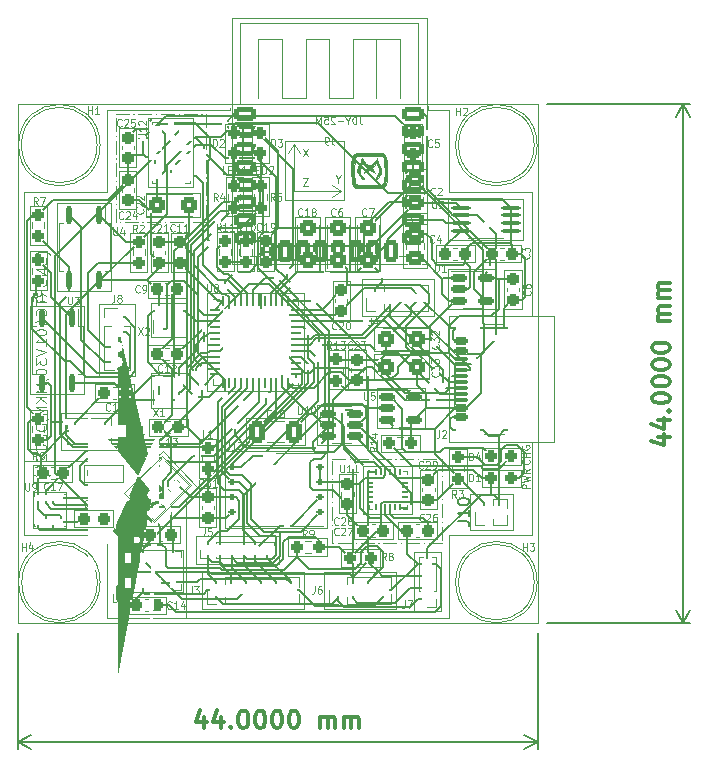
<source format=gbs>
G04 #@! TF.GenerationSoftware,KiCad,Pcbnew,8.0.7*
G04 #@! TF.CreationDate,2024-12-05T22:51:21+05:30*
G04 #@! TF.ProjectId,SNSRTG401V30,534e5352-5447-4343-9031-5633302e6b69,3.0*
G04 #@! TF.SameCoordinates,Original*
G04 #@! TF.FileFunction,Soldermask,Bot*
G04 #@! TF.FilePolarity,Negative*
%FSLAX46Y46*%
G04 Gerber Fmt 4.6, Leading zero omitted, Abs format (unit mm)*
G04 Created by KiCad (PCBNEW 8.0.7) date 2024-12-05 22:51:21*
%MOMM*%
%LPD*%
G01*
G04 APERTURE LIST*
G04 Aperture macros list*
%AMRoundRect*
0 Rectangle with rounded corners*
0 $1 Rounding radius*
0 $2 $3 $4 $5 $6 $7 $8 $9 X,Y pos of 4 corners*
0 Add a 4 corners polygon primitive as box body*
4,1,4,$2,$3,$4,$5,$6,$7,$8,$9,$2,$3,0*
0 Add four circle primitives for the rounded corners*
1,1,$1+$1,$2,$3*
1,1,$1+$1,$4,$5*
1,1,$1+$1,$6,$7*
1,1,$1+$1,$8,$9*
0 Add four rect primitives between the rounded corners*
20,1,$1+$1,$2,$3,$4,$5,0*
20,1,$1+$1,$4,$5,$6,$7,0*
20,1,$1+$1,$6,$7,$8,$9,0*
20,1,$1+$1,$8,$9,$2,$3,0*%
%AMRotRect*
0 Rectangle, with rotation*
0 The origin of the aperture is its center*
0 $1 length*
0 $2 width*
0 $3 Rotation angle, in degrees counterclockwise*
0 Add horizontal line*
21,1,$1,$2,0,0,$3*%
%AMFreePoly0*
4,1,59,0.202894,0.210017,0.397992,0.150835,0.577793,0.054728,0.735390,-0.074609,0.864728,-0.232207,0.960835,-0.412008,1.020017,-0.607106,1.040001,-0.810000,1.020017,-1.012894,0.960835,-1.207992,0.864728,-1.387793,0.735391,-1.545390,0.577793,-1.674728,0.397992,-1.770835,0.202894,-1.830017,0.000000,-1.850001,-0.202894,-1.830017,-0.397992,-1.770835,-0.577793,-1.674728,-0.735391,-1.545390,
-0.864728,-1.387793,-0.960835,-1.207992,-1.020017,-1.012894,-1.040001,-0.810000,-0.585005,-0.809999,-0.565071,-0.961410,-0.506629,-1.102503,-0.413661,-1.223660,-0.292503,-1.316629,-0.151410,-1.375071,0.000000,-1.395004,0.151410,-1.375071,0.292503,-1.316629,0.413661,-1.223660,0.506629,-1.102503,0.565071,-0.961410,0.585005,-0.809999,0.565071,-0.658590,0.506629,-0.517498,0.413661,-0.396338,
0.292503,-0.303371,0.151410,-0.244929,0.000000,-0.224994,-0.151410,-0.244929,-0.292502,-0.303371,-0.413661,-0.396338,-0.506629,-0.517498,-0.565071,-0.658590,-0.585005,-0.809999,-1.040001,-0.810000,-1.020017,-0.607106,-0.960835,-0.412008,-0.864728,-0.232207,-0.735390,-0.074609,-0.577793,0.054728,-0.397992,0.150835,-0.202894,0.210017,0.000000,0.230001,0.202894,0.210017,0.202894,0.210017,
$1*%
%AMFreePoly1*
4,1,19,0.076537,0.434776,0.141421,0.391421,0.184776,0.326537,0.200000,0.250000,0.199999,0.000000,0.184776,-0.076537,0.141421,-0.141421,0.076537,-0.184776,0.000000,-0.199999,-0.076537,-0.184776,-0.141421,-0.141421,-0.184776,-0.076537,-0.199999,0.000000,-0.200000,0.250000,-0.184776,0.326537,-0.141421,0.391421,-0.076537,0.434776,0.000000,0.450000,0.076537,0.434776,0.076537,0.434776,
$1*%
%AMFreePoly2*
4,1,19,0.076537,0.184776,0.141421,0.141421,0.184776,0.076537,0.199999,0.000000,0.200000,-0.250000,0.184776,-0.326537,0.141421,-0.391421,0.076537,-0.434776,0.000000,-0.450000,-0.076537,-0.434776,-0.141421,-0.391421,-0.184776,-0.326537,-0.200000,-0.250000,-0.199999,0.000000,-0.184776,0.076537,-0.141421,0.141421,-0.076537,0.184776,0.000000,0.199999,0.076537,0.184776,0.076537,0.184776,
$1*%
%AMFreePoly3*
4,1,22,0.057542,0.358826,0.129370,0.328325,0.184059,0.272658,0.213282,0.200300,0.212590,0.122267,0.199999,0.000000,0.212590,-0.122267,0.213282,-0.200300,0.184059,-0.272658,0.129370,-0.328325,0.057542,-0.358826,-0.020491,-0.359518,-0.092849,-0.330295,-0.148516,-0.275607,-0.179017,-0.203778,-0.197661,-0.068352,-0.197661,0.068352,-0.179017,0.203778,-0.148516,0.275607,-0.092849,0.330295,
-0.020491,0.359518,0.057542,0.358826,0.057542,0.358826,$1*%
%AMFreePoly4*
4,1,22,0.239619,0.245557,0.301106,0.197505,0.339523,0.129580,0.349023,0.052124,0.328158,-0.023071,0.280106,-0.084557,0.212181,-0.122975,0.100000,-0.173205,0.000409,-0.245242,-0.066824,-0.284857,-0.144098,-0.295729,-0.219652,-0.276199,-0.281981,-0.229246,-0.321597,-0.162013,-0.332468,-0.084738,-0.312940,-0.009185,-0.265986,0.053144,-0.158025,0.137004,-0.039636,0.205357,0.086969,0.256922,
0.164424,0.266422,0.239619,0.245557,0.239619,0.245557,$1*%
%AMFreePoly5*
4,1,22,-0.066846,0.284852,0.000389,0.245242,0.099986,0.173213,0.212171,0.122991,0.280099,0.084578,0.328156,0.023096,0.349027,-0.052098,0.339534,-0.129554,0.301122,-0.197481,0.239639,-0.245538,0.164445,-0.266409,0.086989,-0.256917,-0.039620,-0.205359,-0.158014,-0.137016,-0.265981,-0.053165,-0.312941,0.009160,-0.332475,0.084712,-0.321610,0.161988,-0.281999,0.229224,-0.219674,0.276183,
-0.144122,0.295717,-0.066846,0.284852,-0.066846,0.284852,$1*%
%AMFreePoly6*
4,1,22,-0.086969,0.256922,0.039636,0.205357,0.158025,0.137004,0.265986,0.053144,0.312940,-0.009185,0.332468,-0.084738,0.321597,-0.162013,0.281981,-0.229246,0.219652,-0.276199,0.144098,-0.295729,0.066824,-0.284857,-0.000409,-0.245242,-0.100000,-0.173205,-0.212181,-0.122975,-0.280106,-0.084557,-0.328158,-0.023071,-0.349023,0.052124,-0.339523,0.129580,-0.301106,0.197505,-0.239619,0.245557,
-0.164424,0.266422,-0.086969,0.256922,-0.086969,0.256922,$1*%
%AMFreePoly7*
4,1,22,0.219650,0.276202,0.281979,0.229248,0.321596,0.162016,0.332467,0.084741,0.312940,0.009187,0.265986,-0.053143,0.158026,-0.137002,0.039638,-0.205355,-0.086966,-0.256923,-0.164421,-0.266423,-0.239617,-0.245559,-0.301104,-0.197507,-0.339522,-0.129583,-0.349022,-0.052127,-0.328158,0.023068,-0.280106,0.084555,-0.212182,0.122973,-0.100002,0.173204,-0.000411,0.245242,0.066822,0.284858,
0.144097,0.295730,0.219650,0.276202,0.219650,0.276202,$1*%
%AMFreePoly8*
4,1,22,0.092849,0.330295,0.148516,0.275607,0.179017,0.203778,0.197661,0.068352,0.197661,-0.068352,0.179017,-0.203778,0.148516,-0.275607,0.092849,-0.330295,0.020491,-0.359518,-0.057542,-0.358826,-0.129370,-0.328325,-0.184059,-0.272658,-0.213282,-0.200300,-0.212590,-0.122267,-0.199999,0.000000,-0.212590,0.122267,-0.213282,0.200300,-0.184059,0.272658,-0.129370,0.328325,-0.057542,0.358826,
0.020491,0.359518,0.092849,0.330295,0.092849,0.330295,$1*%
G04 Aperture macros list end*
%ADD10R,1.000000X1.000000*%
%ADD11O,1.000000X1.000000*%
%ADD12R,0.850000X0.850000*%
%ADD13O,0.850000X0.850000*%
%ADD14C,3.200000*%
%ADD15C,0.800000*%
%ADD16C,0.650000*%
%ADD17O,2.100000X1.000000*%
%ADD18O,1.800000X1.000000*%
%ADD19RoundRect,0.200000X-0.700000X-0.400000X0.700000X-0.400000X0.700000X0.400000X-0.700000X0.400000X0*%
%ADD20RoundRect,0.200000X-0.400000X-0.700000X0.400000X-0.700000X0.400000X0.700000X-0.400000X0.700000X0*%
%ADD21C,0.600000*%
G04 #@! TA.AperFunction,ComponentPad*
%ADD22R,1.000000X1.000000*%
G04 #@! TD*
G04 #@! TA.AperFunction,ComponentPad*
%ADD23O,1.000000X1.000000*%
G04 #@! TD*
G04 #@! TA.AperFunction,ComponentPad*
%ADD24R,0.850000X0.850000*%
G04 #@! TD*
G04 #@! TA.AperFunction,ComponentPad*
%ADD25O,0.850000X0.850000*%
G04 #@! TD*
G04 #@! TA.AperFunction,ComponentPad*
%ADD26O,2.100000X1.000000*%
G04 #@! TD*
G04 #@! TA.AperFunction,ComponentPad*
%ADD27O,1.800000X1.000000*%
G04 #@! TD*
G04 #@! TA.AperFunction,SMDPad,CuDef*
%ADD28R,1.400000X0.800000*%
G04 #@! TD*
G04 #@! TA.AperFunction,SMDPad,CuDef*
%ADD29R,0.800000X1.400000*%
G04 #@! TD*
G04 #@! TA.AperFunction,ViaPad*
%ADD30C,0.600000*%
G04 #@! TD*
G04 #@! TA.AperFunction,Conductor*
%ADD31C,0.150000*%
G04 #@! TD*
%ADD32R,1.400000X0.800000*%
%ADD33R,0.800000X1.400000*%
%ADD34C,0.100000*%
%ADD35C,0.080000*%
%ADD36C,0.050000*%
%ADD37C,0.300000*%
G04 #@! TA.AperFunction,NonConductor*
%ADD38C,0.300000*%
G04 #@! TD*
G04 #@! TA.AperFunction,NonConductor*
%ADD39C,0.200000*%
G04 #@! TD*
G04 #@! TA.AperFunction,SMDPad,CuDef*
%ADD40RoundRect,0.237500X0.250000X0.237500X-0.250000X0.237500X-0.250000X-0.237500X0.250000X-0.237500X0*%
G04 #@! TD*
G04 #@! TA.AperFunction,SMDPad,CuDef*
%ADD41RoundRect,0.237500X0.300000X0.237500X-0.300000X0.237500X-0.300000X-0.237500X0.300000X-0.237500X0*%
G04 #@! TD*
G04 #@! TA.AperFunction,SMDPad,CuDef*
%ADD42RoundRect,0.237500X0.237500X-0.300000X0.237500X0.300000X-0.237500X0.300000X-0.237500X-0.300000X0*%
G04 #@! TD*
G04 #@! TA.AperFunction,SMDPad,CuDef*
%ADD43RoundRect,0.237500X0.237500X-0.250000X0.237500X0.250000X-0.237500X0.250000X-0.237500X-0.250000X0*%
G04 #@! TD*
G04 #@! TA.AperFunction,SMDPad,CuDef*
%ADD44RoundRect,0.237500X-0.287500X-0.237500X0.287500X-0.237500X0.287500X0.237500X-0.287500X0.237500X0*%
G04 #@! TD*
G04 #@! TA.AperFunction,SMDPad,CuDef*
%ADD45RoundRect,0.237500X-0.237500X0.250000X-0.237500X-0.250000X0.237500X-0.250000X0.237500X0.250000X0*%
G04 #@! TD*
G04 #@! TA.AperFunction,SMDPad,CuDef*
%ADD46RoundRect,0.250000X-0.450000X-0.425000X0.450000X-0.425000X0.450000X0.425000X-0.450000X0.425000X0*%
G04 #@! TD*
G04 #@! TA.AperFunction,SMDPad,CuDef*
%ADD47RoundRect,0.237500X-0.300000X-0.237500X0.300000X-0.237500X0.300000X0.237500X-0.300000X0.237500X0*%
G04 #@! TD*
G04 #@! TA.AperFunction,SMDPad,CuDef*
%ADD48RoundRect,0.250000X0.425000X-0.450000X0.425000X0.450000X-0.425000X0.450000X-0.425000X-0.450000X0*%
G04 #@! TD*
G04 #@! TA.AperFunction,SMDPad,CuDef*
%ADD49R,0.650000X0.850000*%
G04 #@! TD*
G04 #@! TA.AperFunction,SMDPad,CuDef*
%ADD50R,1.145000X0.550000*%
G04 #@! TD*
G04 #@! TA.AperFunction,SMDPad,CuDef*
%ADD51R,0.550000X1.145000*%
G04 #@! TD*
G04 #@! TA.AperFunction,SMDPad,CuDef*
%ADD52RoundRect,0.150000X-0.512500X-0.150000X0.512500X-0.150000X0.512500X0.150000X-0.512500X0.150000X0*%
G04 #@! TD*
G04 #@! TA.AperFunction,SMDPad,CuDef*
%ADD53RoundRect,0.237500X-0.237500X0.300000X-0.237500X-0.300000X0.237500X-0.300000X0.237500X0.300000X0*%
G04 #@! TD*
G04 #@! TA.AperFunction,SMDPad,CuDef*
%ADD54RoundRect,0.100000X-0.712500X-0.100000X0.712500X-0.100000X0.712500X0.100000X-0.712500X0.100000X0*%
G04 #@! TD*
G04 #@! TA.AperFunction,SMDPad,CuDef*
%ADD55RoundRect,0.125000X-0.200000X-0.125000X0.200000X-0.125000X0.200000X0.125000X-0.200000X0.125000X0*%
G04 #@! TD*
G04 #@! TA.AperFunction,SMDPad,CuDef*
%ADD56R,3.400000X4.300000*%
G04 #@! TD*
G04 #@! TA.AperFunction,SMDPad,CuDef*
%ADD57RoundRect,0.062500X-0.375000X-0.062500X0.375000X-0.062500X0.375000X0.062500X-0.375000X0.062500X0*%
G04 #@! TD*
G04 #@! TA.AperFunction,SMDPad,CuDef*
%ADD58RoundRect,0.062500X-0.062500X-0.375000X0.062500X-0.375000X0.062500X0.375000X-0.062500X0.375000X0*%
G04 #@! TD*
G04 #@! TA.AperFunction,SMDPad,CuDef*
%ADD59R,5.600000X5.600000*%
G04 #@! TD*
G04 #@! TA.AperFunction,SMDPad,CuDef*
%ADD60RoundRect,0.250000X0.450000X0.425000X-0.450000X0.425000X-0.450000X-0.425000X0.450000X-0.425000X0*%
G04 #@! TD*
G04 #@! TA.AperFunction,SMDPad,CuDef*
%ADD61RoundRect,0.237500X0.237500X-0.287500X0.237500X0.287500X-0.237500X0.287500X-0.237500X-0.287500X0*%
G04 #@! TD*
G04 #@! TA.AperFunction,SMDPad,CuDef*
%ADD62R,0.550000X0.950000*%
G04 #@! TD*
G04 #@! TA.AperFunction,SMDPad,CuDef*
%ADD63RotRect,0.450000X0.700000X225.000000*%
G04 #@! TD*
G04 #@! TA.AperFunction,SMDPad,CuDef*
%ADD64FreePoly0,225.000000*%
G04 #@! TD*
G04 #@! TA.AperFunction,SMDPad,CuDef*
%ADD65RoundRect,0.137500X-0.137500X0.587500X-0.137500X-0.587500X0.137500X-0.587500X0.137500X0.587500X0*%
G04 #@! TD*
G04 #@! TA.AperFunction,SMDPad,CuDef*
%ADD66RoundRect,0.237500X-0.237500X0.287500X-0.237500X-0.287500X0.237500X-0.287500X0.237500X0.287500X0*%
G04 #@! TD*
G04 #@! TA.AperFunction,SMDPad,CuDef*
%ADD67RoundRect,0.250000X-0.475000X0.337500X-0.475000X-0.337500X0.475000X-0.337500X0.475000X0.337500X0*%
G04 #@! TD*
G04 #@! TA.AperFunction,SMDPad,CuDef*
%ADD68RoundRect,0.250000X-0.412500X-0.650000X0.412500X-0.650000X0.412500X0.650000X-0.412500X0.650000X0*%
G04 #@! TD*
G04 #@! TA.AperFunction,SMDPad,CuDef*
%ADD69R,0.350000X0.500000*%
G04 #@! TD*
G04 #@! TA.AperFunction,SMDPad,CuDef*
%ADD70RoundRect,0.050000X-0.225000X-0.050000X0.225000X-0.050000X0.225000X0.050000X-0.225000X0.050000X0*%
G04 #@! TD*
G04 #@! TA.AperFunction,SMDPad,CuDef*
%ADD71RoundRect,0.050000X0.050000X-0.225000X0.050000X0.225000X-0.050000X0.225000X-0.050000X-0.225000X0*%
G04 #@! TD*
G04 #@! TA.AperFunction,SMDPad,CuDef*
%ADD72R,1.700000X1.540000*%
G04 #@! TD*
G04 #@! TA.AperFunction,SMDPad,CuDef*
%ADD73RoundRect,0.237500X-0.250000X-0.237500X0.250000X-0.237500X0.250000X0.237500X-0.250000X0.237500X0*%
G04 #@! TD*
G04 #@! TA.AperFunction,SMDPad,CuDef*
%ADD74RoundRect,0.150000X0.425000X-0.150000X0.425000X0.150000X-0.425000X0.150000X-0.425000X-0.150000X0*%
G04 #@! TD*
G04 #@! TA.AperFunction,SMDPad,CuDef*
%ADD75RoundRect,0.075000X0.500000X-0.075000X0.500000X0.075000X-0.500000X0.075000X-0.500000X-0.075000X0*%
G04 #@! TD*
%ADD76RoundRect,0.237500X0.250000X0.237500X-0.250000X0.237500X-0.250000X-0.237500X0.250000X-0.237500X0*%
%ADD77RoundRect,0.237500X0.300000X0.237500X-0.300000X0.237500X-0.300000X-0.237500X0.300000X-0.237500X0*%
%ADD78RoundRect,0.237500X0.237500X-0.300000X0.237500X0.300000X-0.237500X0.300000X-0.237500X-0.300000X0*%
%ADD79RoundRect,0.237500X0.237500X-0.250000X0.237500X0.250000X-0.237500X0.250000X-0.237500X-0.250000X0*%
%ADD80RoundRect,0.237500X-0.287500X-0.237500X0.287500X-0.237500X0.287500X0.237500X-0.287500X0.237500X0*%
%ADD81RoundRect,0.237500X-0.237500X0.250000X-0.237500X-0.250000X0.237500X-0.250000X0.237500X0.250000X0*%
%ADD82RoundRect,0.250000X-0.450000X-0.425000X0.450000X-0.425000X0.450000X0.425000X-0.450000X0.425000X0*%
%ADD83RoundRect,0.237500X-0.300000X-0.237500X0.300000X-0.237500X0.300000X0.237500X-0.300000X0.237500X0*%
%ADD84RoundRect,0.250000X0.425000X-0.450000X0.425000X0.450000X-0.425000X0.450000X-0.425000X-0.450000X0*%
%ADD85R,0.650000X0.850000*%
%ADD86R,1.145000X0.550000*%
%ADD87R,0.550000X1.145000*%
%ADD88RoundRect,0.150000X-0.512500X-0.150000X0.512500X-0.150000X0.512500X0.150000X-0.512500X0.150000X0*%
%ADD89RoundRect,0.237500X-0.237500X0.300000X-0.237500X-0.300000X0.237500X-0.300000X0.237500X0.300000X0*%
%ADD90RoundRect,0.100000X-0.712500X-0.100000X0.712500X-0.100000X0.712500X0.100000X-0.712500X0.100000X0*%
%ADD91RoundRect,0.125000X-0.200000X-0.125000X0.200000X-0.125000X0.200000X0.125000X-0.200000X0.125000X0*%
%ADD92R,3.400000X4.300000*%
%ADD93RoundRect,0.062500X-0.375000X-0.062500X0.375000X-0.062500X0.375000X0.062500X-0.375000X0.062500X0*%
%ADD94RoundRect,0.062500X-0.062500X-0.375000X0.062500X-0.375000X0.062500X0.375000X-0.062500X0.375000X0*%
%ADD95R,5.600000X5.600000*%
%ADD96RoundRect,0.250000X0.450000X0.425000X-0.450000X0.425000X-0.450000X-0.425000X0.450000X-0.425000X0*%
%ADD97RoundRect,0.237500X0.237500X-0.287500X0.237500X0.287500X-0.237500X0.287500X-0.237500X-0.287500X0*%
%ADD98R,0.550000X0.950000*%
%ADD99RotRect,0.450000X0.700000X225.000000*%
%ADD100FreePoly0,225.000000*%
%ADD101RoundRect,0.137500X-0.137500X0.587500X-0.137500X-0.587500X0.137500X-0.587500X0.137500X0.587500X0*%
%ADD102RoundRect,0.237500X-0.237500X0.287500X-0.237500X-0.287500X0.237500X-0.287500X0.237500X0.287500X0*%
%ADD103RoundRect,0.250000X-0.475000X0.337500X-0.475000X-0.337500X0.475000X-0.337500X0.475000X0.337500X0*%
%ADD104RoundRect,0.250000X-0.412500X-0.650000X0.412500X-0.650000X0.412500X0.650000X-0.412500X0.650000X0*%
%ADD105R,0.350000X0.500000*%
%ADD106RoundRect,0.050000X-0.225000X-0.050000X0.225000X-0.050000X0.225000X0.050000X-0.225000X0.050000X0*%
%ADD107RoundRect,0.050000X0.050000X-0.225000X0.050000X0.225000X-0.050000X0.225000X-0.050000X-0.225000X0*%
%ADD108R,1.700000X1.540000*%
%ADD109RoundRect,0.237500X-0.250000X-0.237500X0.250000X-0.237500X0.250000X0.237500X-0.250000X0.237500X0*%
%ADD110RoundRect,0.150000X0.425000X-0.150000X0.425000X0.150000X-0.425000X0.150000X-0.425000X-0.150000X0*%
%ADD111RoundRect,0.075000X0.500000X-0.075000X0.500000X0.075000X-0.500000X0.075000X-0.500000X-0.075000X0*%
%ADD112RoundRect,0.250000X-0.435000X-0.615000X0.435000X-0.615000X0.435000X0.615000X-0.435000X0.615000X0*%
%ADD113RoundRect,0.250000X-0.315000X-0.315000X0.315000X-0.315000X0.315000X0.315000X-0.315000X0.315000X0*%
%ADD114FreePoly1,225.000000*%
%ADD115FreePoly2,225.000000*%
%ADD116FreePoly3,225.000000*%
%ADD117FreePoly4,225.000000*%
%ADD118FreePoly5,225.000000*%
%ADD119FreePoly6,225.000000*%
%ADD120FreePoly7,225.000000*%
%ADD121FreePoly8,225.000000*%
%ADD122C,0.150000*%
%ADD123C,0.120000*%
G04 #@! TA.AperFunction,Profile*
%ADD124C,0.050000*%
G04 #@! TD*
G04 APERTURE END LIST*
D10*
X119456200Y-60550000D03*
D11*
X120726200Y-60550000D03*
D12*
X114650000Y-67960000D03*
D13*
X114650000Y-66960000D03*
X114650000Y-65960000D03*
X114650000Y-64960000D03*
D14*
X83500000Y-66500000D03*
X120500000Y-29500000D03*
D10*
X88620600Y-53721000D03*
D11*
X87350600Y-53721000D03*
X86080600Y-53721000D03*
X84810600Y-53721000D03*
D12*
X96102800Y-63779400D03*
D13*
X97102800Y-63779400D03*
X98102800Y-63779400D03*
X99102800Y-63779400D03*
X100102800Y-63779400D03*
X101102800Y-63779400D03*
D10*
X88392000Y-44069000D03*
D11*
X88392000Y-45339000D03*
X88392000Y-46609000D03*
X88392000Y-47879000D03*
D10*
X96748600Y-67200000D03*
D11*
X98018600Y-67200000D03*
X99288600Y-67200000D03*
X100558600Y-67200000D03*
X101828600Y-67200000D03*
X103098600Y-67200000D03*
D10*
X107061000Y-67200000D03*
D11*
X108331000Y-67200000D03*
X109601000Y-67200000D03*
X110871000Y-67200000D03*
D14*
X120500000Y-66500000D03*
D15*
X91347467Y-59090433D03*
D10*
X110240000Y-42418000D03*
D11*
X111510000Y-42418000D03*
X112780000Y-42418000D03*
X114050000Y-42418000D03*
D14*
X83500000Y-29500000D03*
D16*
X118620000Y-52210000D03*
X118620000Y-46430000D03*
D17*
X118120000Y-53640000D03*
D18*
X122300000Y-53640000D03*
D17*
X118120000Y-45000000D03*
D18*
X122300000Y-45000000D03*
D19*
X113441000Y-26838000D03*
X113441000Y-28338000D03*
X113441000Y-29838000D03*
X113441000Y-31338000D03*
X113441000Y-32838000D03*
X113441000Y-34338000D03*
X113441000Y-35838000D03*
X113441000Y-37338000D03*
D20*
X111591000Y-38438000D03*
X110091000Y-38438000D03*
X108591000Y-38438000D03*
X107091000Y-38438000D03*
X105591000Y-38438000D03*
X104091000Y-38438000D03*
X102591000Y-38438000D03*
X101091000Y-38438000D03*
D19*
X99241000Y-37338000D03*
X99241000Y-35838000D03*
X99241000Y-34338000D03*
X99241000Y-32838000D03*
X99241000Y-31338000D03*
X99241000Y-29838000D03*
X99241000Y-28338000D03*
X99241000Y-26838000D03*
D21*
X115036100Y-49921100D03*
X105487300Y-46388600D03*
X95773800Y-46438600D03*
X110490800Y-47064400D03*
X95802400Y-45047400D03*
X97500700Y-27678700D03*
X90591900Y-28918000D03*
X115979500Y-49861600D03*
X118583900Y-48657900D03*
X119933200Y-39947600D03*
X114617500Y-28499900D03*
X120341700Y-45800700D03*
X119666900Y-36234600D03*
X118615000Y-47812900D03*
X98840700Y-51352600D03*
X84055300Y-52930200D03*
X98347600Y-53298700D03*
X105477600Y-54940000D03*
X84325400Y-42073400D03*
X115110800Y-51070000D03*
X100577000Y-41841800D03*
X90064000Y-62909100D03*
X89242200Y-59335900D03*
X108331000Y-56631000D03*
X101900000Y-40775800D03*
X107392800Y-51968000D03*
X109443700Y-56850500D03*
X95537200Y-49990700D03*
X94994000Y-50816900D03*
X93160400Y-31392400D03*
X103252900Y-41378500D03*
X96376900Y-37833200D03*
X102806600Y-61709100D03*
X97523100Y-50643500D03*
X95717800Y-30062500D03*
X93153800Y-28860900D03*
X113263500Y-60205400D03*
X109632100Y-48807400D03*
X105410700Y-47586400D03*
X101030000Y-55770000D03*
X104518700Y-45334900D03*
X89095800Y-57299800D03*
X104523000Y-48278900D03*
X100995900Y-50679700D03*
X95221100Y-55793800D03*
X92448500Y-55951500D03*
X103531200Y-49496900D03*
X109480500Y-44420000D03*
X115356400Y-48683900D03*
X105024900Y-42732500D03*
X116506300Y-48870800D03*
X110840400Y-40486200D03*
X96626000Y-36784500D03*
X95785200Y-48464800D03*
X102808800Y-40177100D03*
X95107300Y-48862900D03*
X96949300Y-35919900D03*
X98350600Y-40218700D03*
X97521300Y-41512400D03*
X112003000Y-53496300D03*
X115253800Y-46354800D03*
X106146500Y-40222900D03*
D22*
X119456200Y-60550000D03*
D23*
X120726200Y-60550000D03*
D24*
X114650000Y-67960000D03*
D25*
X114650000Y-66960000D03*
X114650000Y-65960000D03*
X114650000Y-64960000D03*
D22*
X88620600Y-53721000D03*
D23*
X87350600Y-53721000D03*
X86080600Y-53721000D03*
X84810600Y-53721000D03*
D24*
X96102800Y-63779400D03*
D25*
X97102800Y-63779400D03*
X98102800Y-63779400D03*
X99102800Y-63779400D03*
X100102800Y-63779400D03*
X101102800Y-63779400D03*
D22*
X88392000Y-44069000D03*
D23*
X88392000Y-45339000D03*
X88392000Y-46609000D03*
X88392000Y-47879000D03*
D22*
X96748600Y-67200000D03*
D23*
X98018600Y-67200000D03*
X99288600Y-67200000D03*
X100558600Y-67200000D03*
X101828600Y-67200000D03*
X103098600Y-67200000D03*
D22*
X107061000Y-67200000D03*
D23*
X108331000Y-67200000D03*
X109601000Y-67200000D03*
X110871000Y-67200000D03*
D22*
X110240000Y-42418000D03*
D23*
X111510000Y-42418000D03*
X112780000Y-42418000D03*
X114050000Y-42418000D03*
D26*
X118120000Y-53640000D03*
D27*
X122300000Y-53640000D03*
D26*
X118120000Y-45000000D03*
D27*
X122300000Y-45000000D03*
D28*
X113441000Y-26838000D03*
X113441000Y-28338000D03*
X113441000Y-29838000D03*
X113441000Y-31338000D03*
X113441000Y-32838000D03*
X113441000Y-34338000D03*
X113441000Y-35838000D03*
X113441000Y-37338000D03*
D29*
X111591000Y-38438000D03*
X110091000Y-38438000D03*
X108591000Y-38438000D03*
X107091000Y-38438000D03*
X105591000Y-38438000D03*
X104091000Y-38438000D03*
X102591000Y-38438000D03*
X101091000Y-38438000D03*
D28*
X99241000Y-37338000D03*
X99241000Y-35838000D03*
X99241000Y-34338000D03*
X99241000Y-32838000D03*
X99241000Y-31338000D03*
X99241000Y-29838000D03*
X99241000Y-28338000D03*
X99241000Y-26838000D03*
D30*
X115036100Y-49921100D03*
X105487300Y-46388600D03*
X95773800Y-46438600D03*
X110490800Y-47064400D03*
X95802400Y-45047400D03*
X97500700Y-27678700D03*
X90591900Y-28918000D03*
X115979500Y-49861600D03*
X118583900Y-48657900D03*
X119933200Y-39947600D03*
X114617500Y-28499900D03*
X120341700Y-45800700D03*
X119666900Y-36234600D03*
X118615000Y-47812900D03*
X98840700Y-51352600D03*
X84055300Y-52930200D03*
X98347600Y-53298700D03*
X105477600Y-54940000D03*
X84325400Y-42073400D03*
X115110800Y-51070000D03*
X100577000Y-41841800D03*
X90064000Y-62909100D03*
X89242200Y-59335900D03*
X108331000Y-56631000D03*
X101900000Y-40775800D03*
X107392800Y-51968000D03*
X109443700Y-56850500D03*
X95537200Y-49990700D03*
X94994000Y-50816900D03*
X93160400Y-31392400D03*
X103252900Y-41378500D03*
X96376900Y-37833200D03*
X102806600Y-61709100D03*
X97523100Y-50643500D03*
X95717800Y-30062500D03*
X93153800Y-28860900D03*
X113263500Y-60205400D03*
X109632100Y-48807400D03*
X105410700Y-47586400D03*
X101030000Y-55770000D03*
X104518700Y-45334900D03*
X89095800Y-57299800D03*
X104523000Y-48278900D03*
X100995900Y-50679700D03*
X95221100Y-55793800D03*
X92448500Y-55951500D03*
X103531200Y-49496900D03*
X109480500Y-44420000D03*
X115356400Y-48683900D03*
X105024900Y-42732500D03*
X116506300Y-48870800D03*
X110840400Y-40486200D03*
X96626000Y-36784500D03*
X95785200Y-48464800D03*
X102808800Y-40177100D03*
X95107300Y-48862900D03*
X96949300Y-35919900D03*
X98350600Y-40218700D03*
X97521300Y-41512400D03*
X112003000Y-53496300D03*
X115253800Y-46354800D03*
X106146500Y-40222900D03*
D31*
X120726200Y-54087100D02*
X120726200Y-60550000D01*
X105487200Y-45521500D02*
X104285700Y-44320000D01*
X105487300Y-46388600D02*
X105487200Y-46388600D01*
X104277473Y-44320000D02*
X101249473Y-41292000D01*
X101249473Y-41292000D02*
X99557800Y-41292000D01*
X105487200Y-46388600D02*
X105487200Y-45521500D01*
X104285700Y-44320000D02*
X104277473Y-44320000D01*
X95773800Y-45076000D02*
X95802400Y-45047400D01*
X112179400Y-47064400D02*
X115036100Y-49921100D01*
X110490800Y-47064400D02*
X112179400Y-47064400D01*
X99557800Y-41292000D02*
X95802400Y-45047400D01*
X95773800Y-46438600D02*
X95773800Y-45076000D01*
X101102800Y-63779400D02*
X101102800Y-64431100D01*
X118120000Y-45000000D02*
X116632000Y-45000000D01*
X120726200Y-54087100D02*
X119843800Y-54087100D01*
X98314300Y-26865100D02*
X97500700Y-27678700D01*
X122300000Y-53640000D02*
X121173300Y-53640000D01*
X103098600Y-67200000D02*
X103098600Y-66426900D01*
X91831200Y-27678700D02*
X90591900Y-28918000D01*
X110140000Y-68490000D02*
X110871000Y-67759000D01*
X116632000Y-45000000D02*
X114050000Y-42418000D01*
X97500700Y-27678700D02*
X91831200Y-27678700D01*
X103098600Y-67200000D02*
X103825300Y-67200000D01*
X105115300Y-68490000D02*
X110140000Y-68490000D01*
X118120000Y-53640000D02*
X119396700Y-53640000D01*
X103098600Y-66426900D02*
X101102800Y-64431100D01*
X99241000Y-26838000D02*
X98314300Y-26838000D01*
X110871000Y-67759000D02*
X110871000Y-67200000D01*
X119843800Y-54087100D02*
X119396700Y-53640000D01*
X103825300Y-67200000D02*
X105115300Y-68490000D01*
X98314300Y-26838000D02*
X98314300Y-26865100D01*
X120726200Y-54087100D02*
X121173300Y-53640000D01*
X115979500Y-48562100D02*
X111510000Y-44092600D01*
X115979500Y-49861600D02*
X115979500Y-48562100D01*
X111510000Y-44092600D02*
X111510000Y-43144700D01*
X111510000Y-42418000D02*
X111510000Y-43144700D01*
X112780000Y-42940000D02*
X118497900Y-48657900D01*
X118497900Y-48657900D02*
X118583900Y-48657900D01*
X112780000Y-42418000D02*
X112780000Y-42940000D01*
X119933200Y-38503200D02*
X114617500Y-33187500D01*
X114617500Y-27115500D02*
X114340000Y-26838000D01*
X114340000Y-26838000D02*
X113441000Y-26838000D01*
X114617500Y-33187500D02*
X114617500Y-28499900D01*
X119933200Y-39947600D02*
X119933200Y-38503200D01*
X96748600Y-67200000D02*
X96748600Y-66473300D01*
X96102800Y-65827500D02*
X96748600Y-66473300D01*
X96102800Y-63779400D02*
X96102800Y-65827500D01*
X114617500Y-28499900D02*
X114617500Y-27115500D01*
X120471100Y-45671300D02*
X120471100Y-37038800D01*
X120341700Y-45800700D02*
X120471100Y-45671300D01*
X120471100Y-37038800D02*
X119666900Y-36234600D01*
X119454600Y-46973300D02*
X118615000Y-47812900D01*
X95003700Y-28797600D02*
X97221800Y-28797600D01*
X84055300Y-52930200D02*
X84055300Y-43831500D01*
X98419400Y-27600000D02*
X105367400Y-27600000D01*
X84055300Y-52930200D02*
X84055300Y-54016000D01*
X114595736Y-33590000D02*
X119395200Y-38389464D01*
X84055300Y-43831500D02*
X92598000Y-35288800D01*
X92598000Y-35288800D02*
X92598000Y-31203300D01*
X119395200Y-38389464D02*
X119395200Y-44561800D01*
X84055300Y-54016000D02*
X84815700Y-54776400D01*
X92598000Y-31203300D02*
X95003700Y-28797600D01*
X119395200Y-44561800D02*
X119454600Y-44621200D01*
X84815700Y-54776400D02*
X95416900Y-54776400D01*
X97221800Y-28797600D02*
X98419400Y-27600000D01*
X95416900Y-54776400D02*
X98840700Y-51352600D01*
X111357400Y-33590000D02*
X114595736Y-33590000D01*
X119454600Y-44621200D02*
X119454600Y-46973300D01*
X105367400Y-27600000D02*
X111357400Y-33590000D01*
X106633400Y-53784200D02*
X106633400Y-51043600D01*
X84325400Y-42073400D02*
X83528500Y-42870300D01*
X112787700Y-51070000D02*
X115110800Y-51070000D01*
X83528500Y-42870300D02*
X83528500Y-53916000D01*
X109976100Y-48258400D02*
X112787700Y-51070000D01*
X106633400Y-51043600D02*
X109418600Y-48258400D01*
X83528500Y-53916000D02*
X84690700Y-55078200D01*
X105477600Y-54940000D02*
X106633400Y-53784200D01*
X96568100Y-55078200D02*
X98347600Y-53298700D01*
X84690700Y-55078200D02*
X96568100Y-55078200D01*
X109418600Y-48258400D02*
X109976100Y-48258400D01*
X90064000Y-60157700D02*
X90064000Y-62909100D01*
X90064000Y-60157700D02*
X89242200Y-59335900D01*
X100577000Y-45077700D02*
X100577000Y-41841800D01*
X93615400Y-60157700D02*
X104060500Y-49712600D01*
X104060500Y-49712600D02*
X104060500Y-48561200D01*
X90064000Y-60157700D02*
X93615400Y-60157700D01*
X108331000Y-67200000D02*
X108331000Y-56631000D01*
X104060500Y-48561200D02*
X100577000Y-45077700D01*
X104940400Y-54676100D02*
X106327400Y-53289100D01*
X109601000Y-66473300D02*
X110477700Y-65596600D01*
X107392800Y-54799600D02*
X106725700Y-55466700D01*
X106725700Y-55466700D02*
X105177600Y-55466700D01*
X107392800Y-54799600D02*
X107392800Y-51968000D01*
X109601000Y-67200000D02*
X109601000Y-66473300D01*
X106327400Y-45203200D02*
X101900000Y-40775800D01*
X109642000Y-57048800D02*
X109443700Y-56850500D01*
X109642000Y-64761000D02*
X109642000Y-57048800D01*
X105177600Y-55466700D02*
X104940400Y-55229500D01*
X110477700Y-65596600D02*
X109642000Y-64761000D01*
X110841000Y-65960000D02*
X110477700Y-65596600D01*
X106327400Y-53289100D02*
X106327400Y-45203200D01*
X109443700Y-56850500D02*
X107392800Y-54799600D01*
X114650000Y-65960000D02*
X110841000Y-65960000D01*
X104940400Y-55229500D02*
X104940400Y-54676100D01*
X95537200Y-49990700D02*
X95461400Y-49990700D01*
X94282900Y-48812200D02*
X94282900Y-37841500D01*
X97072200Y-35052200D02*
X100197800Y-35052200D01*
X86836000Y-54476400D02*
X86080600Y-53721000D01*
X94282900Y-37841500D02*
X97072200Y-35052200D01*
X95537200Y-51018600D02*
X92079400Y-54476400D01*
X95461400Y-49990700D02*
X94282900Y-48812200D01*
X100197800Y-35052200D02*
X100480000Y-34770000D01*
X92079400Y-54476400D02*
X86836000Y-54476400D01*
X100480000Y-34770000D02*
X100480000Y-33140000D01*
X100480000Y-33140000D02*
X100178000Y-32838000D01*
X100178000Y-32838000D02*
X99241000Y-32838000D01*
X95537200Y-49990700D02*
X95537200Y-51018600D01*
X97359700Y-34338000D02*
X93196700Y-38501000D01*
X87350600Y-53721000D02*
X87350600Y-52994300D01*
X93196700Y-49019600D02*
X91325300Y-49019600D01*
X93196700Y-38501000D02*
X93196700Y-49019600D01*
X94994000Y-50816900D02*
X93196700Y-49019600D01*
X99241000Y-34338000D02*
X97359700Y-34338000D01*
X91325300Y-49019600D02*
X87350600Y-52994300D01*
X101870000Y-39980764D02*
X101870000Y-32210000D01*
X96361800Y-29479100D02*
X95073700Y-29479100D01*
X102490000Y-40615600D02*
X102490000Y-40600763D01*
X101870000Y-32210000D02*
X100270000Y-30610000D01*
X97492700Y-30610000D02*
X96361800Y-29479100D01*
X100270000Y-30610000D02*
X97492700Y-30610000D01*
X101870000Y-39980764D02*
X102490000Y-40600763D01*
X95073700Y-29479100D02*
X93160400Y-31392400D01*
X103252900Y-41378500D02*
X102490000Y-40615600D01*
X95246900Y-38963200D02*
X96376900Y-37833200D01*
X102173100Y-61709100D02*
X102806600Y-61709100D01*
X97523100Y-50643500D02*
X97523100Y-49344200D01*
X100102800Y-64747500D02*
X100102800Y-63779400D01*
X101828600Y-67200000D02*
X101828600Y-66473300D01*
X97523100Y-49344200D02*
X95246900Y-47068000D01*
X95246900Y-47068000D02*
X95246900Y-38963200D01*
X101828600Y-66473300D02*
X100102800Y-64747500D01*
X100102800Y-63779400D02*
X102173100Y-61709100D01*
X100558600Y-67200000D02*
X100558600Y-66473300D01*
X100230000Y-32070000D02*
X97725300Y-32070000D01*
X106010664Y-45620700D02*
X103604095Y-43214131D01*
X100780000Y-36970000D02*
X100780000Y-32620000D01*
X106019900Y-45620700D02*
X106010664Y-45620700D01*
X106019900Y-52195200D02*
X106019900Y-45620700D01*
X99102800Y-59112300D02*
X106019900Y-52195200D01*
X99102800Y-65017500D02*
X99102800Y-63779400D01*
X100558600Y-66473300D02*
X99102800Y-65017500D01*
X103604095Y-43214131D02*
X103595868Y-43214131D01*
X103595868Y-43214131D02*
X100320000Y-39938263D01*
X97725300Y-32070000D02*
X95717800Y-30062500D01*
X100320000Y-39938263D02*
X100320000Y-37430000D01*
X100320000Y-37430000D02*
X100780000Y-36970000D01*
X100780000Y-32620000D02*
X100230000Y-32070000D01*
X99102800Y-63779400D02*
X99102800Y-59112300D01*
X93153800Y-28860900D02*
X83164200Y-38850500D01*
X93844700Y-67926700D02*
X98561900Y-67926700D01*
X98102800Y-63779400D02*
X98102800Y-65287500D01*
X98561900Y-67926700D02*
X99288600Y-67200000D01*
X98102800Y-65287500D02*
X99288600Y-66473300D01*
X83164200Y-38850500D02*
X83164200Y-57246200D01*
X83164200Y-57246200D02*
X93844700Y-67926700D01*
X99288600Y-67200000D02*
X99288600Y-66473300D01*
X113263500Y-58920500D02*
X109632100Y-55289100D01*
X109632100Y-55289100D02*
X109632100Y-48807400D01*
X113263500Y-60205400D02*
X113263500Y-58920500D01*
X105410700Y-51139300D02*
X105410700Y-47586400D01*
X101030000Y-55770000D02*
X101030000Y-55520000D01*
X101030000Y-55520000D02*
X105410700Y-51139300D01*
X97102800Y-57528900D02*
X105051200Y-49580500D01*
X104518700Y-47529600D02*
X104518700Y-45334900D01*
X105051200Y-48062100D02*
X104518700Y-47529600D01*
X98018600Y-65906700D02*
X97102800Y-64990900D01*
X97102800Y-64990900D02*
X97102800Y-63779400D01*
X105051200Y-49580500D02*
X105051200Y-48062100D01*
X98018600Y-67200000D02*
X98018600Y-65906700D01*
X97102800Y-63779400D02*
X97102800Y-57528900D01*
X88400000Y-59030000D02*
X88400000Y-62027100D01*
X89095800Y-58334200D02*
X88400000Y-59030000D01*
X104523000Y-49676800D02*
X104523000Y-48278900D01*
X89095800Y-57299800D02*
X89095800Y-58334200D01*
X90750700Y-63449100D02*
X104523000Y-49676800D01*
X88400000Y-62027100D02*
X89822000Y-63449100D01*
X89822000Y-63449100D02*
X90750700Y-63449100D01*
X95221100Y-55793800D02*
X96597500Y-55793800D01*
X100995900Y-51395400D02*
X100995900Y-50679700D01*
X96597500Y-55793800D02*
X100995900Y-51395400D01*
X96707600Y-56320500D02*
X103531200Y-49496900D01*
X92817500Y-56320500D02*
X96707600Y-56320500D01*
X92448500Y-55951500D02*
X92817500Y-56320500D01*
X115356400Y-48683900D02*
X111092500Y-44420000D01*
X111092500Y-44420000D02*
X109480500Y-44420000D01*
X116506300Y-48870800D02*
X116506300Y-50133900D01*
X112758200Y-50465800D02*
X105024900Y-42732500D01*
X116174400Y-50465800D02*
X112758200Y-50465800D01*
X116506300Y-50133900D02*
X116174400Y-50465800D01*
X110840400Y-41090900D02*
X110840400Y-40486200D01*
X110240000Y-42418000D02*
X110240000Y-41691300D01*
X110240000Y-41691300D02*
X110840400Y-41090900D01*
X94916100Y-47595700D02*
X95785200Y-48464800D01*
X94916100Y-38494400D02*
X94916100Y-47595700D01*
X96626000Y-36784500D02*
X94916100Y-38494400D01*
X100167700Y-28338000D02*
X103314850Y-31485150D01*
X103314850Y-31485150D02*
X103314850Y-39671050D01*
X99241000Y-28338000D02*
X100167700Y-28338000D01*
X103314850Y-39671050D02*
X102808800Y-40177100D01*
X94614400Y-48370000D02*
X95107300Y-48862900D01*
X94614400Y-37982900D02*
X94614400Y-48370000D01*
X96677400Y-35919900D02*
X94614400Y-37982900D01*
X96949300Y-35919900D02*
X96677400Y-35919900D01*
X97521300Y-41048000D02*
X97521300Y-41512400D01*
X98350600Y-40218700D02*
X97521300Y-41048000D01*
X115253800Y-46354800D02*
X117033100Y-48134100D01*
X119456200Y-59823300D02*
X119456200Y-60550000D01*
X115265500Y-53496300D02*
X112003000Y-53496300D01*
X115265500Y-53496300D02*
X115265500Y-55632600D01*
X117033100Y-48134100D02*
X117033100Y-51728700D01*
X117033100Y-51728700D02*
X115265500Y-53496300D01*
X115265500Y-55632600D02*
X119456200Y-59823300D01*
X109330000Y-36390000D02*
X109330000Y-39620000D01*
X113441000Y-34338000D02*
X111382000Y-34338000D01*
X108727100Y-40222900D02*
X106146500Y-40222900D01*
X109330000Y-39620000D02*
X108727100Y-40222900D01*
X111382000Y-34338000D02*
X109330000Y-36390000D01*
D32*
X113441000Y-26838000D03*
X113441000Y-28338000D03*
X113441000Y-29838000D03*
X113441000Y-31338000D03*
X113441000Y-32838000D03*
X113441000Y-34338000D03*
X113441000Y-35838000D03*
X113441000Y-37338000D03*
D33*
X111591000Y-38438000D03*
X110091000Y-38438000D03*
X108591000Y-38438000D03*
X107091000Y-38438000D03*
X105591000Y-38438000D03*
X104091000Y-38438000D03*
X102591000Y-38438000D03*
X101091000Y-38438000D03*
D32*
X99241000Y-37338000D03*
X99241000Y-35838000D03*
X99241000Y-34338000D03*
X99241000Y-32838000D03*
X99241000Y-31338000D03*
X99241000Y-29838000D03*
X99241000Y-28338000D03*
X99241000Y-26838000D03*
D34*
X80492600Y-62484000D02*
X87503000Y-62484000D01*
X87503000Y-33502600D02*
X80492600Y-33502600D01*
X80492600Y-33502600D02*
X80492600Y-62484000D01*
X123494800Y-33502600D02*
X116509800Y-33502600D01*
X123500000Y-43910000D02*
X123494800Y-33502600D01*
X97950000Y-26370000D02*
X97950000Y-26492200D01*
X114750000Y-26517600D02*
X114740000Y-26170000D01*
X116509800Y-33502600D02*
X116509800Y-26517600D01*
X87503000Y-69494400D02*
X116484400Y-69494400D01*
X116484400Y-69494400D02*
X116484400Y-62509400D01*
X116484400Y-62509400D02*
X123494800Y-62509400D01*
X116509800Y-26517600D02*
X114750000Y-26517600D01*
X97900000Y-26492200D02*
X87503000Y-26492200D01*
X87503000Y-62484000D02*
X87503000Y-69494400D01*
X87503000Y-26492200D02*
X87503000Y-33502600D01*
X123500000Y-54740000D02*
X123494800Y-62509400D01*
D35*
X108919743Y-27078542D02*
X108919743Y-27542828D01*
X108919743Y-27542828D02*
X108948314Y-27635685D01*
X108948314Y-27635685D02*
X109005457Y-27697590D01*
X109005457Y-27697590D02*
X109091171Y-27728542D01*
X109091171Y-27728542D02*
X109148314Y-27728542D01*
X108634028Y-27728542D02*
X108634028Y-27078542D01*
X108634028Y-27078542D02*
X108491171Y-27078542D01*
X108491171Y-27078542D02*
X108405457Y-27109494D01*
X108405457Y-27109494D02*
X108348314Y-27171399D01*
X108348314Y-27171399D02*
X108319743Y-27233304D01*
X108319743Y-27233304D02*
X108291171Y-27357113D01*
X108291171Y-27357113D02*
X108291171Y-27449970D01*
X108291171Y-27449970D02*
X108319743Y-27573780D01*
X108319743Y-27573780D02*
X108348314Y-27635685D01*
X108348314Y-27635685D02*
X108405457Y-27697590D01*
X108405457Y-27697590D02*
X108491171Y-27728542D01*
X108491171Y-27728542D02*
X108634028Y-27728542D01*
X107919743Y-27419018D02*
X107919743Y-27728542D01*
X108119743Y-27078542D02*
X107919743Y-27419018D01*
X107919743Y-27419018D02*
X107719743Y-27078542D01*
X107519742Y-27480923D02*
X107062600Y-27480923D01*
X106805457Y-27140447D02*
X106776885Y-27109494D01*
X106776885Y-27109494D02*
X106719743Y-27078542D01*
X106719743Y-27078542D02*
X106576885Y-27078542D01*
X106576885Y-27078542D02*
X106519743Y-27109494D01*
X106519743Y-27109494D02*
X106491171Y-27140447D01*
X106491171Y-27140447D02*
X106462600Y-27202351D01*
X106462600Y-27202351D02*
X106462600Y-27264256D01*
X106462600Y-27264256D02*
X106491171Y-27357113D01*
X106491171Y-27357113D02*
X106834028Y-27728542D01*
X106834028Y-27728542D02*
X106462600Y-27728542D01*
X105919742Y-27078542D02*
X106205456Y-27078542D01*
X106205456Y-27078542D02*
X106234028Y-27388066D01*
X106234028Y-27388066D02*
X106205456Y-27357113D01*
X106205456Y-27357113D02*
X106148314Y-27326161D01*
X106148314Y-27326161D02*
X106005456Y-27326161D01*
X106005456Y-27326161D02*
X105948314Y-27357113D01*
X105948314Y-27357113D02*
X105919742Y-27388066D01*
X105919742Y-27388066D02*
X105891171Y-27449970D01*
X105891171Y-27449970D02*
X105891171Y-27604732D01*
X105891171Y-27604732D02*
X105919742Y-27666637D01*
X105919742Y-27666637D02*
X105948314Y-27697590D01*
X105948314Y-27697590D02*
X106005456Y-27728542D01*
X106005456Y-27728542D02*
X106148314Y-27728542D01*
X106148314Y-27728542D02*
X106205456Y-27697590D01*
X106205456Y-27697590D02*
X106234028Y-27666637D01*
X105634027Y-27728542D02*
X105634027Y-27078542D01*
X105634027Y-27078542D02*
X105434027Y-27542828D01*
X105434027Y-27542828D02*
X105234027Y-27078542D01*
X105234027Y-27078542D02*
X105234027Y-27728542D01*
X82728554Y-38794059D02*
X82685697Y-38751202D01*
X82685697Y-38751202D02*
X82557125Y-38665488D01*
X82557125Y-38665488D02*
X82471411Y-38622631D01*
X82471411Y-38622631D02*
X82342840Y-38579773D01*
X82342840Y-38579773D02*
X82128554Y-38536916D01*
X82128554Y-38536916D02*
X81957125Y-38536916D01*
X81957125Y-38536916D02*
X81742840Y-38579773D01*
X81742840Y-38579773D02*
X81614268Y-38622631D01*
X81614268Y-38622631D02*
X81528554Y-38665488D01*
X81528554Y-38665488D02*
X81399982Y-38751202D01*
X81399982Y-38751202D02*
X81357125Y-38794059D01*
X82342840Y-39094059D02*
X82385697Y-39222631D01*
X82385697Y-39222631D02*
X82385697Y-39436916D01*
X82385697Y-39436916D02*
X82342840Y-39522631D01*
X82342840Y-39522631D02*
X82299982Y-39565488D01*
X82299982Y-39565488D02*
X82214268Y-39608345D01*
X82214268Y-39608345D02*
X82128554Y-39608345D01*
X82128554Y-39608345D02*
X82042840Y-39565488D01*
X82042840Y-39565488D02*
X81999982Y-39522631D01*
X81999982Y-39522631D02*
X81957125Y-39436916D01*
X81957125Y-39436916D02*
X81914268Y-39265488D01*
X81914268Y-39265488D02*
X81871411Y-39179773D01*
X81871411Y-39179773D02*
X81828554Y-39136916D01*
X81828554Y-39136916D02*
X81742840Y-39094059D01*
X81742840Y-39094059D02*
X81657125Y-39094059D01*
X81657125Y-39094059D02*
X81571411Y-39136916D01*
X81571411Y-39136916D02*
X81528554Y-39179773D01*
X81528554Y-39179773D02*
X81485697Y-39265488D01*
X81485697Y-39265488D02*
X81485697Y-39479773D01*
X81485697Y-39479773D02*
X81528554Y-39608345D01*
X82385697Y-39994059D02*
X81485697Y-39994059D01*
X81485697Y-39994059D02*
X82385697Y-40508345D01*
X82385697Y-40508345D02*
X81485697Y-40508345D01*
X82342840Y-40894059D02*
X82385697Y-41022631D01*
X82385697Y-41022631D02*
X82385697Y-41236916D01*
X82385697Y-41236916D02*
X82342840Y-41322631D01*
X82342840Y-41322631D02*
X82299982Y-41365488D01*
X82299982Y-41365488D02*
X82214268Y-41408345D01*
X82214268Y-41408345D02*
X82128554Y-41408345D01*
X82128554Y-41408345D02*
X82042840Y-41365488D01*
X82042840Y-41365488D02*
X81999982Y-41322631D01*
X81999982Y-41322631D02*
X81957125Y-41236916D01*
X81957125Y-41236916D02*
X81914268Y-41065488D01*
X81914268Y-41065488D02*
X81871411Y-40979773D01*
X81871411Y-40979773D02*
X81828554Y-40936916D01*
X81828554Y-40936916D02*
X81742840Y-40894059D01*
X81742840Y-40894059D02*
X81657125Y-40894059D01*
X81657125Y-40894059D02*
X81571411Y-40936916D01*
X81571411Y-40936916D02*
X81528554Y-40979773D01*
X81528554Y-40979773D02*
X81485697Y-41065488D01*
X81485697Y-41065488D02*
X81485697Y-41279773D01*
X81485697Y-41279773D02*
X81528554Y-41408345D01*
X82385697Y-42308345D02*
X81957125Y-42008345D01*
X82385697Y-41794059D02*
X81485697Y-41794059D01*
X81485697Y-41794059D02*
X81485697Y-42136916D01*
X81485697Y-42136916D02*
X81528554Y-42222631D01*
X81528554Y-42222631D02*
X81571411Y-42265488D01*
X81571411Y-42265488D02*
X81657125Y-42308345D01*
X81657125Y-42308345D02*
X81785697Y-42308345D01*
X81785697Y-42308345D02*
X81871411Y-42265488D01*
X81871411Y-42265488D02*
X81914268Y-42222631D01*
X81914268Y-42222631D02*
X81957125Y-42136916D01*
X81957125Y-42136916D02*
X81957125Y-41794059D01*
X81485697Y-42565488D02*
X81485697Y-43079774D01*
X82385697Y-42822631D02*
X81485697Y-42822631D01*
X81528554Y-43851202D02*
X81485697Y-43765488D01*
X81485697Y-43765488D02*
X81485697Y-43636916D01*
X81485697Y-43636916D02*
X81528554Y-43508345D01*
X81528554Y-43508345D02*
X81614268Y-43422630D01*
X81614268Y-43422630D02*
X81699982Y-43379773D01*
X81699982Y-43379773D02*
X81871411Y-43336916D01*
X81871411Y-43336916D02*
X81999982Y-43336916D01*
X81999982Y-43336916D02*
X82171411Y-43379773D01*
X82171411Y-43379773D02*
X82257125Y-43422630D01*
X82257125Y-43422630D02*
X82342840Y-43508345D01*
X82342840Y-43508345D02*
X82385697Y-43636916D01*
X82385697Y-43636916D02*
X82385697Y-43722630D01*
X82385697Y-43722630D02*
X82342840Y-43851202D01*
X82342840Y-43851202D02*
X82299982Y-43894059D01*
X82299982Y-43894059D02*
X81999982Y-43894059D01*
X81999982Y-43894059D02*
X81999982Y-43722630D01*
X81785697Y-44665488D02*
X82385697Y-44665488D01*
X81442840Y-44451202D02*
X82085697Y-44236916D01*
X82085697Y-44236916D02*
X82085697Y-44794059D01*
X81485697Y-45308345D02*
X81485697Y-45394059D01*
X81485697Y-45394059D02*
X81528554Y-45479773D01*
X81528554Y-45479773D02*
X81571411Y-45522631D01*
X81571411Y-45522631D02*
X81657125Y-45565488D01*
X81657125Y-45565488D02*
X81828554Y-45608345D01*
X81828554Y-45608345D02*
X82042840Y-45608345D01*
X82042840Y-45608345D02*
X82214268Y-45565488D01*
X82214268Y-45565488D02*
X82299982Y-45522631D01*
X82299982Y-45522631D02*
X82342840Y-45479773D01*
X82342840Y-45479773D02*
X82385697Y-45394059D01*
X82385697Y-45394059D02*
X82385697Y-45308345D01*
X82385697Y-45308345D02*
X82342840Y-45222631D01*
X82342840Y-45222631D02*
X82299982Y-45179773D01*
X82299982Y-45179773D02*
X82214268Y-45136916D01*
X82214268Y-45136916D02*
X82042840Y-45094059D01*
X82042840Y-45094059D02*
X81828554Y-45094059D01*
X81828554Y-45094059D02*
X81657125Y-45136916D01*
X81657125Y-45136916D02*
X81571411Y-45179773D01*
X81571411Y-45179773D02*
X81528554Y-45222631D01*
X81528554Y-45222631D02*
X81485697Y-45308345D01*
X82385697Y-46465488D02*
X82385697Y-45951202D01*
X82385697Y-46208345D02*
X81485697Y-46208345D01*
X81485697Y-46208345D02*
X81614268Y-46122631D01*
X81614268Y-46122631D02*
X81699982Y-46036916D01*
X81699982Y-46036916D02*
X81742840Y-45951202D01*
X81485697Y-46722631D02*
X82385697Y-47022631D01*
X82385697Y-47022631D02*
X81485697Y-47322631D01*
X81485697Y-47536917D02*
X81485697Y-48094060D01*
X81485697Y-48094060D02*
X81828554Y-47794060D01*
X81828554Y-47794060D02*
X81828554Y-47922631D01*
X81828554Y-47922631D02*
X81871411Y-48008346D01*
X81871411Y-48008346D02*
X81914268Y-48051203D01*
X81914268Y-48051203D02*
X81999982Y-48094060D01*
X81999982Y-48094060D02*
X82214268Y-48094060D01*
X82214268Y-48094060D02*
X82299982Y-48051203D01*
X82299982Y-48051203D02*
X82342840Y-48008346D01*
X82342840Y-48008346D02*
X82385697Y-47922631D01*
X82385697Y-47922631D02*
X82385697Y-47665488D01*
X82385697Y-47665488D02*
X82342840Y-47579774D01*
X82342840Y-47579774D02*
X82299982Y-47536917D01*
X81485697Y-48651203D02*
X81485697Y-48736917D01*
X81485697Y-48736917D02*
X81528554Y-48822631D01*
X81528554Y-48822631D02*
X81571411Y-48865489D01*
X81571411Y-48865489D02*
X81657125Y-48908346D01*
X81657125Y-48908346D02*
X81828554Y-48951203D01*
X81828554Y-48951203D02*
X82042840Y-48951203D01*
X82042840Y-48951203D02*
X82214268Y-48908346D01*
X82214268Y-48908346D02*
X82299982Y-48865489D01*
X82299982Y-48865489D02*
X82342840Y-48822631D01*
X82342840Y-48822631D02*
X82385697Y-48736917D01*
X82385697Y-48736917D02*
X82385697Y-48651203D01*
X82385697Y-48651203D02*
X82342840Y-48565489D01*
X82342840Y-48565489D02*
X82299982Y-48522631D01*
X82299982Y-48522631D02*
X82214268Y-48479774D01*
X82214268Y-48479774D02*
X82042840Y-48436917D01*
X82042840Y-48436917D02*
X81828554Y-48436917D01*
X81828554Y-48436917D02*
X81657125Y-48479774D01*
X81657125Y-48479774D02*
X81571411Y-48522631D01*
X81571411Y-48522631D02*
X81528554Y-48565489D01*
X81528554Y-48565489D02*
X81485697Y-48651203D01*
X82342840Y-49379774D02*
X82385697Y-49379774D01*
X82385697Y-49379774D02*
X82471411Y-49336917D01*
X82471411Y-49336917D02*
X82514268Y-49294060D01*
X82385697Y-49765488D02*
X81485697Y-49765488D01*
X81485697Y-49765488D02*
X82128554Y-50065488D01*
X82128554Y-50065488D02*
X81485697Y-50365488D01*
X81485697Y-50365488D02*
X82385697Y-50365488D01*
X82385697Y-50794059D02*
X81485697Y-50794059D01*
X82385697Y-51308345D02*
X81871411Y-50922631D01*
X81485697Y-51308345D02*
X81999982Y-50794059D01*
X82385697Y-51694059D02*
X81485697Y-51694059D01*
X81485697Y-51694059D02*
X82128554Y-51994059D01*
X82128554Y-51994059D02*
X81485697Y-52294059D01*
X81485697Y-52294059D02*
X82385697Y-52294059D01*
X82342840Y-52765487D02*
X82385697Y-52765487D01*
X82385697Y-52765487D02*
X82471411Y-52722630D01*
X82471411Y-52722630D02*
X82514268Y-52679773D01*
X82385697Y-53151201D02*
X81485697Y-53151201D01*
X81485697Y-53151201D02*
X81485697Y-53365487D01*
X81485697Y-53365487D02*
X81528554Y-53494058D01*
X81528554Y-53494058D02*
X81614268Y-53579773D01*
X81614268Y-53579773D02*
X81699982Y-53622630D01*
X81699982Y-53622630D02*
X81871411Y-53665487D01*
X81871411Y-53665487D02*
X81999982Y-53665487D01*
X81999982Y-53665487D02*
X82171411Y-53622630D01*
X82171411Y-53622630D02*
X82257125Y-53579773D01*
X82257125Y-53579773D02*
X82342840Y-53494058D01*
X82342840Y-53494058D02*
X82385697Y-53365487D01*
X82385697Y-53365487D02*
X82385697Y-53151201D01*
X81914268Y-54051201D02*
X81914268Y-54351201D01*
X82385697Y-54479773D02*
X82385697Y-54051201D01*
X82385697Y-54051201D02*
X81485697Y-54051201D01*
X81485697Y-54051201D02*
X81485697Y-54479773D01*
X82299982Y-55379773D02*
X82342840Y-55336916D01*
X82342840Y-55336916D02*
X82385697Y-55208344D01*
X82385697Y-55208344D02*
X82385697Y-55122630D01*
X82385697Y-55122630D02*
X82342840Y-54994059D01*
X82342840Y-54994059D02*
X82257125Y-54908344D01*
X82257125Y-54908344D02*
X82171411Y-54865487D01*
X82171411Y-54865487D02*
X81999982Y-54822630D01*
X81999982Y-54822630D02*
X81871411Y-54822630D01*
X81871411Y-54822630D02*
X81699982Y-54865487D01*
X81699982Y-54865487D02*
X81614268Y-54908344D01*
X81614268Y-54908344D02*
X81528554Y-54994059D01*
X81528554Y-54994059D02*
X81485697Y-55122630D01*
X81485697Y-55122630D02*
X81485697Y-55208344D01*
X81485697Y-55208344D02*
X81528554Y-55336916D01*
X81528554Y-55336916D02*
X81571411Y-55379773D01*
X81571411Y-55722630D02*
X81528554Y-55765487D01*
X81528554Y-55765487D02*
X81485697Y-55851202D01*
X81485697Y-55851202D02*
X81485697Y-56065487D01*
X81485697Y-56065487D02*
X81528554Y-56151202D01*
X81528554Y-56151202D02*
X81571411Y-56194059D01*
X81571411Y-56194059D02*
X81657125Y-56236916D01*
X81657125Y-56236916D02*
X81742840Y-56236916D01*
X81742840Y-56236916D02*
X81871411Y-56194059D01*
X81871411Y-56194059D02*
X82385697Y-55679773D01*
X82385697Y-55679773D02*
X82385697Y-56236916D01*
X81785697Y-57008345D02*
X82385697Y-57008345D01*
X81442840Y-56794059D02*
X82085697Y-56579773D01*
X82085697Y-56579773D02*
X82085697Y-57136916D01*
X82728554Y-57394059D02*
X82685697Y-57436916D01*
X82685697Y-57436916D02*
X82557125Y-57522630D01*
X82557125Y-57522630D02*
X82471411Y-57565488D01*
X82471411Y-57565488D02*
X82342840Y-57608345D01*
X82342840Y-57608345D02*
X82128554Y-57651202D01*
X82128554Y-57651202D02*
X81957125Y-57651202D01*
X81957125Y-57651202D02*
X81742840Y-57608345D01*
X81742840Y-57608345D02*
X81614268Y-57565488D01*
X81614268Y-57565488D02*
X81528554Y-57522630D01*
X81528554Y-57522630D02*
X81399982Y-57436916D01*
X81399982Y-57436916D02*
X81357125Y-57394059D01*
X106549800Y-28805742D02*
X106549800Y-29270028D01*
X106549800Y-29270028D02*
X106578371Y-29362885D01*
X106578371Y-29362885D02*
X106635514Y-29424790D01*
X106635514Y-29424790D02*
X106721228Y-29455742D01*
X106721228Y-29455742D02*
X106778371Y-29455742D01*
X106235514Y-29455742D02*
X106121228Y-29455742D01*
X106121228Y-29455742D02*
X106064085Y-29424790D01*
X106064085Y-29424790D02*
X106035514Y-29393837D01*
X106035514Y-29393837D02*
X105978371Y-29300980D01*
X105978371Y-29300980D02*
X105949800Y-29177170D01*
X105949800Y-29177170D02*
X105949800Y-28929551D01*
X105949800Y-28929551D02*
X105978371Y-28867647D01*
X105978371Y-28867647D02*
X106006943Y-28836694D01*
X106006943Y-28836694D02*
X106064085Y-28805742D01*
X106064085Y-28805742D02*
X106178371Y-28805742D01*
X106178371Y-28805742D02*
X106235514Y-28836694D01*
X106235514Y-28836694D02*
X106264085Y-28867647D01*
X106264085Y-28867647D02*
X106292657Y-28929551D01*
X106292657Y-28929551D02*
X106292657Y-29084313D01*
X106292657Y-29084313D02*
X106264085Y-29146218D01*
X106264085Y-29146218D02*
X106235514Y-29177170D01*
X106235514Y-29177170D02*
X106178371Y-29208123D01*
X106178371Y-29208123D02*
X106064085Y-29208123D01*
X106064085Y-29208123D02*
X106006943Y-29177170D01*
X106006943Y-29177170D02*
X105978371Y-29146218D01*
X105978371Y-29146218D02*
X105949800Y-29084313D01*
D34*
X98811000Y-19178000D02*
X98811000Y-26038000D01*
X98811000Y-38898000D02*
X98811000Y-37938000D01*
X100341000Y-20538000D02*
X102341000Y-20538000D01*
X100341000Y-25538000D02*
X100341000Y-20538000D01*
X100441000Y-38898000D02*
X98811000Y-38898000D01*
X102341000Y-20538000D02*
X102341000Y-25538000D01*
X102341000Y-25538000D02*
X104341000Y-25538000D01*
X104341000Y-20538000D02*
X106341000Y-20538000D01*
X104341000Y-25538000D02*
X104341000Y-20538000D01*
X106341000Y-20538000D02*
X106341000Y-25538000D01*
X106341000Y-25538000D02*
X108341000Y-25538000D01*
X108341000Y-20538000D02*
X112341000Y-20538000D01*
X108341000Y-25538000D02*
X108341000Y-20538000D01*
X110341000Y-20538000D02*
X110341000Y-25538000D01*
X112341000Y-20538000D02*
X112341000Y-25538000D01*
X113871000Y-19178000D02*
X98811000Y-19178000D01*
X113871000Y-26038000D02*
X113871000Y-19178000D01*
X113871000Y-37938000D02*
X113871000Y-38898000D01*
X113871000Y-38898000D02*
X112241000Y-38898000D01*
%LPC*%
D10*
X119456200Y-60550000D03*
D11*
X120726200Y-60550000D03*
D12*
X114650000Y-67960000D03*
D13*
X114650000Y-66960000D03*
X114650000Y-65960000D03*
X114650000Y-64960000D03*
D14*
X83500000Y-66500000D03*
X120500000Y-29500000D03*
D10*
X88620600Y-53721000D03*
D11*
X87350600Y-53721000D03*
X86080600Y-53721000D03*
X84810600Y-53721000D03*
D12*
X96102800Y-63779400D03*
D13*
X97102800Y-63779400D03*
X98102800Y-63779400D03*
X99102800Y-63779400D03*
X100102800Y-63779400D03*
X101102800Y-63779400D03*
D10*
X88392000Y-44069000D03*
D11*
X88392000Y-45339000D03*
X88392000Y-46609000D03*
X88392000Y-47879000D03*
D10*
X96748600Y-67200000D03*
D11*
X98018600Y-67200000D03*
X99288600Y-67200000D03*
X100558600Y-67200000D03*
X101828600Y-67200000D03*
X103098600Y-67200000D03*
D10*
X107061000Y-67200000D03*
D11*
X108331000Y-67200000D03*
X109601000Y-67200000D03*
X110871000Y-67200000D03*
D14*
X120500000Y-66500000D03*
D15*
X91347467Y-59090433D03*
D10*
X110240000Y-42418000D03*
D11*
X111510000Y-42418000D03*
X112780000Y-42418000D03*
X114050000Y-42418000D03*
D14*
X83500000Y-29500000D03*
D16*
X118620000Y-52210000D03*
X118620000Y-46430000D03*
D17*
X118120000Y-53640000D03*
D18*
X122300000Y-53640000D03*
D17*
X118120000Y-45000000D03*
D18*
X122300000Y-45000000D03*
D19*
X113441000Y-26838000D03*
X113441000Y-28338000D03*
X113441000Y-29838000D03*
X113441000Y-31338000D03*
X113441000Y-32838000D03*
X113441000Y-34338000D03*
X113441000Y-35838000D03*
X113441000Y-37338000D03*
D20*
X111591000Y-38438000D03*
X110091000Y-38438000D03*
X108591000Y-38438000D03*
X107091000Y-38438000D03*
X105591000Y-38438000D03*
X104091000Y-38438000D03*
X102591000Y-38438000D03*
X101091000Y-38438000D03*
D19*
X99241000Y-37338000D03*
X99241000Y-35838000D03*
X99241000Y-34338000D03*
X99241000Y-32838000D03*
X99241000Y-31338000D03*
X99241000Y-29838000D03*
X99241000Y-28338000D03*
X99241000Y-26838000D03*
D21*
X115036100Y-49921100D03*
X105487300Y-46388600D03*
X95773800Y-46438600D03*
X110490800Y-47064400D03*
X95802400Y-45047400D03*
X97500700Y-27678700D03*
X90591900Y-28918000D03*
X115979500Y-49861600D03*
X118583900Y-48657900D03*
X119933200Y-39947600D03*
X114617500Y-28499900D03*
X120341700Y-45800700D03*
X119666900Y-36234600D03*
X118615000Y-47812900D03*
X98840700Y-51352600D03*
X84055300Y-52930200D03*
X98347600Y-53298700D03*
X105477600Y-54940000D03*
X84325400Y-42073400D03*
X115110800Y-51070000D03*
X100577000Y-41841800D03*
X90064000Y-62909100D03*
X89242200Y-59335900D03*
X108331000Y-56631000D03*
X101900000Y-40775800D03*
X107392800Y-51968000D03*
X109443700Y-56850500D03*
X95537200Y-49990700D03*
X94994000Y-50816900D03*
X93160400Y-31392400D03*
X103252900Y-41378500D03*
X96376900Y-37833200D03*
X102806600Y-61709100D03*
X97523100Y-50643500D03*
X95717800Y-30062500D03*
X93153800Y-28860900D03*
X113263500Y-60205400D03*
X109632100Y-48807400D03*
X105410700Y-47586400D03*
X101030000Y-55770000D03*
X104518700Y-45334900D03*
X89095800Y-57299800D03*
X104523000Y-48278900D03*
X100995900Y-50679700D03*
X95221100Y-55793800D03*
X92448500Y-55951500D03*
X103531200Y-49496900D03*
X109480500Y-44420000D03*
X115356400Y-48683900D03*
X105024900Y-42732500D03*
X116506300Y-48870800D03*
X110840400Y-40486200D03*
X96626000Y-36784500D03*
X95785200Y-48464800D03*
X102808800Y-40177100D03*
X95107300Y-48862900D03*
X96949300Y-35919900D03*
X98350600Y-40218700D03*
X97521300Y-41512400D03*
X112003000Y-53496300D03*
X115253800Y-46354800D03*
X106146500Y-40222900D03*
%LPD*%
D36*
X98091000Y-18738000D02*
X114591000Y-18738000D01*
X98091000Y-39538000D02*
X98091000Y-18738000D01*
X114591000Y-18738000D02*
X114591000Y-39538000D01*
X114591000Y-39538000D02*
X98091000Y-39538000D01*
D37*
D38*
X95785716Y-77878328D02*
X95785716Y-78878328D01*
X95428573Y-77306900D02*
X95071430Y-78378328D01*
X95071430Y-78378328D02*
X96000001Y-78378328D01*
X97214287Y-77878328D02*
X97214287Y-78878328D01*
X96857144Y-77306900D02*
X96500001Y-78378328D01*
X96500001Y-78378328D02*
X97428572Y-78378328D01*
X98000000Y-78735471D02*
X98071429Y-78806900D01*
X98071429Y-78806900D02*
X98000000Y-78878328D01*
X98000000Y-78878328D02*
X97928572Y-78806900D01*
X97928572Y-78806900D02*
X98000000Y-78735471D01*
X98000000Y-78735471D02*
X98000000Y-78878328D01*
X99000001Y-77378328D02*
X99142858Y-77378328D01*
X99142858Y-77378328D02*
X99285715Y-77449757D01*
X99285715Y-77449757D02*
X99357144Y-77521185D01*
X99357144Y-77521185D02*
X99428572Y-77664042D01*
X99428572Y-77664042D02*
X99500001Y-77949757D01*
X99500001Y-77949757D02*
X99500001Y-78306900D01*
X99500001Y-78306900D02*
X99428572Y-78592614D01*
X99428572Y-78592614D02*
X99357144Y-78735471D01*
X99357144Y-78735471D02*
X99285715Y-78806900D01*
X99285715Y-78806900D02*
X99142858Y-78878328D01*
X99142858Y-78878328D02*
X99000001Y-78878328D01*
X99000001Y-78878328D02*
X98857144Y-78806900D01*
X98857144Y-78806900D02*
X98785715Y-78735471D01*
X98785715Y-78735471D02*
X98714286Y-78592614D01*
X98714286Y-78592614D02*
X98642858Y-78306900D01*
X98642858Y-78306900D02*
X98642858Y-77949757D01*
X98642858Y-77949757D02*
X98714286Y-77664042D01*
X98714286Y-77664042D02*
X98785715Y-77521185D01*
X98785715Y-77521185D02*
X98857144Y-77449757D01*
X98857144Y-77449757D02*
X99000001Y-77378328D01*
X100428572Y-77378328D02*
X100571429Y-77378328D01*
X100571429Y-77378328D02*
X100714286Y-77449757D01*
X100714286Y-77449757D02*
X100785715Y-77521185D01*
X100785715Y-77521185D02*
X100857143Y-77664042D01*
X100857143Y-77664042D02*
X100928572Y-77949757D01*
X100928572Y-77949757D02*
X100928572Y-78306900D01*
X100928572Y-78306900D02*
X100857143Y-78592614D01*
X100857143Y-78592614D02*
X100785715Y-78735471D01*
X100785715Y-78735471D02*
X100714286Y-78806900D01*
X100714286Y-78806900D02*
X100571429Y-78878328D01*
X100571429Y-78878328D02*
X100428572Y-78878328D01*
X100428572Y-78878328D02*
X100285715Y-78806900D01*
X100285715Y-78806900D02*
X100214286Y-78735471D01*
X100214286Y-78735471D02*
X100142857Y-78592614D01*
X100142857Y-78592614D02*
X100071429Y-78306900D01*
X100071429Y-78306900D02*
X100071429Y-77949757D01*
X100071429Y-77949757D02*
X100142857Y-77664042D01*
X100142857Y-77664042D02*
X100214286Y-77521185D01*
X100214286Y-77521185D02*
X100285715Y-77449757D01*
X100285715Y-77449757D02*
X100428572Y-77378328D01*
X101857143Y-77378328D02*
X102000000Y-77378328D01*
X102000000Y-77378328D02*
X102142857Y-77449757D01*
X102142857Y-77449757D02*
X102214286Y-77521185D01*
X102214286Y-77521185D02*
X102285714Y-77664042D01*
X102285714Y-77664042D02*
X102357143Y-77949757D01*
X102357143Y-77949757D02*
X102357143Y-78306900D01*
X102357143Y-78306900D02*
X102285714Y-78592614D01*
X102285714Y-78592614D02*
X102214286Y-78735471D01*
X102214286Y-78735471D02*
X102142857Y-78806900D01*
X102142857Y-78806900D02*
X102000000Y-78878328D01*
X102000000Y-78878328D02*
X101857143Y-78878328D01*
X101857143Y-78878328D02*
X101714286Y-78806900D01*
X101714286Y-78806900D02*
X101642857Y-78735471D01*
X101642857Y-78735471D02*
X101571428Y-78592614D01*
X101571428Y-78592614D02*
X101500000Y-78306900D01*
X101500000Y-78306900D02*
X101500000Y-77949757D01*
X101500000Y-77949757D02*
X101571428Y-77664042D01*
X101571428Y-77664042D02*
X101642857Y-77521185D01*
X101642857Y-77521185D02*
X101714286Y-77449757D01*
X101714286Y-77449757D02*
X101857143Y-77378328D01*
X103285714Y-77378328D02*
X103428571Y-77378328D01*
X103428571Y-77378328D02*
X103571428Y-77449757D01*
X103571428Y-77449757D02*
X103642857Y-77521185D01*
X103642857Y-77521185D02*
X103714285Y-77664042D01*
X103714285Y-77664042D02*
X103785714Y-77949757D01*
X103785714Y-77949757D02*
X103785714Y-78306900D01*
X103785714Y-78306900D02*
X103714285Y-78592614D01*
X103714285Y-78592614D02*
X103642857Y-78735471D01*
X103642857Y-78735471D02*
X103571428Y-78806900D01*
X103571428Y-78806900D02*
X103428571Y-78878328D01*
X103428571Y-78878328D02*
X103285714Y-78878328D01*
X103285714Y-78878328D02*
X103142857Y-78806900D01*
X103142857Y-78806900D02*
X103071428Y-78735471D01*
X103071428Y-78735471D02*
X102999999Y-78592614D01*
X102999999Y-78592614D02*
X102928571Y-78306900D01*
X102928571Y-78306900D02*
X102928571Y-77949757D01*
X102928571Y-77949757D02*
X102999999Y-77664042D01*
X102999999Y-77664042D02*
X103071428Y-77521185D01*
X103071428Y-77521185D02*
X103142857Y-77449757D01*
X103142857Y-77449757D02*
X103285714Y-77378328D01*
X105571427Y-78878328D02*
X105571427Y-77878328D01*
X105571427Y-78021185D02*
X105642856Y-77949757D01*
X105642856Y-77949757D02*
X105785713Y-77878328D01*
X105785713Y-77878328D02*
X105999999Y-77878328D01*
X105999999Y-77878328D02*
X106142856Y-77949757D01*
X106142856Y-77949757D02*
X106214285Y-78092614D01*
X106214285Y-78092614D02*
X106214285Y-78878328D01*
X106214285Y-78092614D02*
X106285713Y-77949757D01*
X106285713Y-77949757D02*
X106428570Y-77878328D01*
X106428570Y-77878328D02*
X106642856Y-77878328D01*
X106642856Y-77878328D02*
X106785713Y-77949757D01*
X106785713Y-77949757D02*
X106857142Y-78092614D01*
X106857142Y-78092614D02*
X106857142Y-78878328D01*
X107571427Y-78878328D02*
X107571427Y-77878328D01*
X107571427Y-78021185D02*
X107642856Y-77949757D01*
X107642856Y-77949757D02*
X107785713Y-77878328D01*
X107785713Y-77878328D02*
X107999999Y-77878328D01*
X107999999Y-77878328D02*
X108142856Y-77949757D01*
X108142856Y-77949757D02*
X108214285Y-78092614D01*
X108214285Y-78092614D02*
X108214285Y-78878328D01*
X108214285Y-78092614D02*
X108285713Y-77949757D01*
X108285713Y-77949757D02*
X108428570Y-77878328D01*
X108428570Y-77878328D02*
X108642856Y-77878328D01*
X108642856Y-77878328D02*
X108785713Y-77949757D01*
X108785713Y-77949757D02*
X108857142Y-78092614D01*
X108857142Y-78092614D02*
X108857142Y-78878328D01*
D39*
X80000000Y-70800000D02*
X80000000Y-80586420D01*
X124000000Y-70800000D02*
X124000000Y-80586420D01*
X80000000Y-80000000D02*
X124000000Y-80000000D01*
X80000000Y-80000000D02*
X124000000Y-80000000D01*
X80000000Y-80000000D02*
X81126504Y-79413579D01*
X80000000Y-80000000D02*
X81126504Y-80586421D01*
X124000000Y-80000000D02*
X122873496Y-80586421D01*
X124000000Y-80000000D02*
X122873496Y-79413579D01*
D37*
D38*
X134178328Y-54214284D02*
X135178328Y-54214284D01*
X133606900Y-54571426D02*
X134678328Y-54928569D01*
X134678328Y-54928569D02*
X134678328Y-53999998D01*
X134178328Y-52785713D02*
X135178328Y-52785713D01*
X133606900Y-53142855D02*
X134678328Y-53499998D01*
X134678328Y-53499998D02*
X134678328Y-52571427D01*
X135035471Y-51999999D02*
X135106900Y-51928570D01*
X135106900Y-51928570D02*
X135178328Y-51999999D01*
X135178328Y-51999999D02*
X135106900Y-52071427D01*
X135106900Y-52071427D02*
X135035471Y-51999999D01*
X135035471Y-51999999D02*
X135178328Y-51999999D01*
X133678328Y-50999998D02*
X133678328Y-50857141D01*
X133678328Y-50857141D02*
X133749757Y-50714284D01*
X133749757Y-50714284D02*
X133821185Y-50642856D01*
X133821185Y-50642856D02*
X133964042Y-50571427D01*
X133964042Y-50571427D02*
X134249757Y-50499998D01*
X134249757Y-50499998D02*
X134606900Y-50499998D01*
X134606900Y-50499998D02*
X134892614Y-50571427D01*
X134892614Y-50571427D02*
X135035471Y-50642856D01*
X135035471Y-50642856D02*
X135106900Y-50714284D01*
X135106900Y-50714284D02*
X135178328Y-50857141D01*
X135178328Y-50857141D02*
X135178328Y-50999998D01*
X135178328Y-50999998D02*
X135106900Y-51142856D01*
X135106900Y-51142856D02*
X135035471Y-51214284D01*
X135035471Y-51214284D02*
X134892614Y-51285713D01*
X134892614Y-51285713D02*
X134606900Y-51357141D01*
X134606900Y-51357141D02*
X134249757Y-51357141D01*
X134249757Y-51357141D02*
X133964042Y-51285713D01*
X133964042Y-51285713D02*
X133821185Y-51214284D01*
X133821185Y-51214284D02*
X133749757Y-51142856D01*
X133749757Y-51142856D02*
X133678328Y-50999998D01*
X133678328Y-49571427D02*
X133678328Y-49428570D01*
X133678328Y-49428570D02*
X133749757Y-49285713D01*
X133749757Y-49285713D02*
X133821185Y-49214285D01*
X133821185Y-49214285D02*
X133964042Y-49142856D01*
X133964042Y-49142856D02*
X134249757Y-49071427D01*
X134249757Y-49071427D02*
X134606900Y-49071427D01*
X134606900Y-49071427D02*
X134892614Y-49142856D01*
X134892614Y-49142856D02*
X135035471Y-49214285D01*
X135035471Y-49214285D02*
X135106900Y-49285713D01*
X135106900Y-49285713D02*
X135178328Y-49428570D01*
X135178328Y-49428570D02*
X135178328Y-49571427D01*
X135178328Y-49571427D02*
X135106900Y-49714285D01*
X135106900Y-49714285D02*
X135035471Y-49785713D01*
X135035471Y-49785713D02*
X134892614Y-49857142D01*
X134892614Y-49857142D02*
X134606900Y-49928570D01*
X134606900Y-49928570D02*
X134249757Y-49928570D01*
X134249757Y-49928570D02*
X133964042Y-49857142D01*
X133964042Y-49857142D02*
X133821185Y-49785713D01*
X133821185Y-49785713D02*
X133749757Y-49714285D01*
X133749757Y-49714285D02*
X133678328Y-49571427D01*
X133678328Y-48142856D02*
X133678328Y-47999999D01*
X133678328Y-47999999D02*
X133749757Y-47857142D01*
X133749757Y-47857142D02*
X133821185Y-47785714D01*
X133821185Y-47785714D02*
X133964042Y-47714285D01*
X133964042Y-47714285D02*
X134249757Y-47642856D01*
X134249757Y-47642856D02*
X134606900Y-47642856D01*
X134606900Y-47642856D02*
X134892614Y-47714285D01*
X134892614Y-47714285D02*
X135035471Y-47785714D01*
X135035471Y-47785714D02*
X135106900Y-47857142D01*
X135106900Y-47857142D02*
X135178328Y-47999999D01*
X135178328Y-47999999D02*
X135178328Y-48142856D01*
X135178328Y-48142856D02*
X135106900Y-48285714D01*
X135106900Y-48285714D02*
X135035471Y-48357142D01*
X135035471Y-48357142D02*
X134892614Y-48428571D01*
X134892614Y-48428571D02*
X134606900Y-48499999D01*
X134606900Y-48499999D02*
X134249757Y-48499999D01*
X134249757Y-48499999D02*
X133964042Y-48428571D01*
X133964042Y-48428571D02*
X133821185Y-48357142D01*
X133821185Y-48357142D02*
X133749757Y-48285714D01*
X133749757Y-48285714D02*
X133678328Y-48142856D01*
X133678328Y-46714285D02*
X133678328Y-46571428D01*
X133678328Y-46571428D02*
X133749757Y-46428571D01*
X133749757Y-46428571D02*
X133821185Y-46357143D01*
X133821185Y-46357143D02*
X133964042Y-46285714D01*
X133964042Y-46285714D02*
X134249757Y-46214285D01*
X134249757Y-46214285D02*
X134606900Y-46214285D01*
X134606900Y-46214285D02*
X134892614Y-46285714D01*
X134892614Y-46285714D02*
X135035471Y-46357143D01*
X135035471Y-46357143D02*
X135106900Y-46428571D01*
X135106900Y-46428571D02*
X135178328Y-46571428D01*
X135178328Y-46571428D02*
X135178328Y-46714285D01*
X135178328Y-46714285D02*
X135106900Y-46857143D01*
X135106900Y-46857143D02*
X135035471Y-46928571D01*
X135035471Y-46928571D02*
X134892614Y-47000000D01*
X134892614Y-47000000D02*
X134606900Y-47071428D01*
X134606900Y-47071428D02*
X134249757Y-47071428D01*
X134249757Y-47071428D02*
X133964042Y-47000000D01*
X133964042Y-47000000D02*
X133821185Y-46928571D01*
X133821185Y-46928571D02*
X133749757Y-46857143D01*
X133749757Y-46857143D02*
X133678328Y-46714285D01*
X135178328Y-44428572D02*
X134178328Y-44428572D01*
X134321185Y-44428572D02*
X134249757Y-44357143D01*
X134249757Y-44357143D02*
X134178328Y-44214286D01*
X134178328Y-44214286D02*
X134178328Y-44000000D01*
X134178328Y-44000000D02*
X134249757Y-43857143D01*
X134249757Y-43857143D02*
X134392614Y-43785715D01*
X134392614Y-43785715D02*
X135178328Y-43785715D01*
X134392614Y-43785715D02*
X134249757Y-43714286D01*
X134249757Y-43714286D02*
X134178328Y-43571429D01*
X134178328Y-43571429D02*
X134178328Y-43357143D01*
X134178328Y-43357143D02*
X134249757Y-43214286D01*
X134249757Y-43214286D02*
X134392614Y-43142857D01*
X134392614Y-43142857D02*
X135178328Y-43142857D01*
X135178328Y-42428572D02*
X134178328Y-42428572D01*
X134321185Y-42428572D02*
X134249757Y-42357143D01*
X134249757Y-42357143D02*
X134178328Y-42214286D01*
X134178328Y-42214286D02*
X134178328Y-42000000D01*
X134178328Y-42000000D02*
X134249757Y-41857143D01*
X134249757Y-41857143D02*
X134392614Y-41785715D01*
X134392614Y-41785715D02*
X135178328Y-41785715D01*
X134392614Y-41785715D02*
X134249757Y-41714286D01*
X134249757Y-41714286D02*
X134178328Y-41571429D01*
X134178328Y-41571429D02*
X134178328Y-41357143D01*
X134178328Y-41357143D02*
X134249757Y-41214286D01*
X134249757Y-41214286D02*
X134392614Y-41142857D01*
X134392614Y-41142857D02*
X135178328Y-41142857D01*
D39*
X124800000Y-70000000D02*
X136886420Y-70000000D01*
X124800000Y-26000000D02*
X136886420Y-26000000D01*
X136300000Y-70000000D02*
X136300000Y-26000000D01*
X136300000Y-70000000D02*
X136300000Y-26000000D01*
X136300000Y-70000000D02*
X135713579Y-68873496D01*
X136300000Y-70000000D02*
X136886421Y-68873496D01*
X136300000Y-26000000D02*
X136886421Y-27126504D01*
X136300000Y-26000000D02*
X135713579Y-27126504D01*
D22*
X119456200Y-60550000D03*
D23*
X120726200Y-60550000D03*
D40*
X113259700Y-54740000D03*
X111434700Y-54740000D03*
X88138000Y-57277000D03*
X86313000Y-57277000D03*
D24*
X114650000Y-67960000D03*
D25*
X114650000Y-66960000D03*
X114650000Y-65960000D03*
X114650000Y-64960000D03*
D41*
X93562500Y-53380000D03*
X91837500Y-53380000D03*
D42*
X100965000Y-39370000D03*
X100965000Y-37645000D03*
D43*
X97536000Y-39420800D03*
X97536000Y-37595800D03*
D44*
X120025000Y-55850000D03*
X121775000Y-55850000D03*
D42*
X107893800Y-59894500D03*
X107893800Y-58169500D03*
D45*
X99269900Y-37595800D03*
X99269900Y-39420800D03*
D22*
X88620600Y-53721000D03*
D23*
X87350600Y-53721000D03*
X86080600Y-53721000D03*
X84810600Y-53721000D03*
D46*
X91787500Y-34569400D03*
X94487500Y-34569400D03*
D43*
X106950000Y-49445000D03*
X106950000Y-47620000D03*
D24*
X96102800Y-63779400D03*
D25*
X97102800Y-63779400D03*
X98102800Y-63779400D03*
X99102800Y-63779400D03*
X100102800Y-63779400D03*
X101102800Y-63779400D03*
D47*
X112969300Y-62128400D03*
X114694300Y-62128400D03*
D22*
X88392000Y-44069000D03*
D23*
X88392000Y-45339000D03*
X88392000Y-46609000D03*
X88392000Y-47879000D03*
D47*
X91761500Y-41706800D03*
X93486500Y-41706800D03*
D48*
X104521000Y-39246800D03*
X104521000Y-36546800D03*
D49*
X91949000Y-45072600D03*
X93599000Y-45072600D03*
X93599000Y-43522600D03*
X91949000Y-43522600D03*
D50*
X91634000Y-28118000D03*
X91634000Y-28918000D03*
X91634000Y-29718000D03*
X91634000Y-30518000D03*
X91634000Y-31318000D03*
X91634000Y-32118000D03*
D51*
X92934000Y-32418000D03*
D50*
X94234000Y-32118000D03*
X94234000Y-31318000D03*
X94234000Y-30518000D03*
X94234000Y-29718000D03*
X94234000Y-28918000D03*
X94234000Y-28118000D03*
D51*
X92934000Y-27818000D03*
D52*
X106235000Y-52230000D03*
X106235000Y-53180000D03*
X106235000Y-54130000D03*
X108510000Y-54130000D03*
X108510000Y-53180000D03*
X108510000Y-52230000D03*
D43*
X90220800Y-39495100D03*
X90220800Y-37670100D03*
D53*
X89281000Y-32436900D03*
X89281000Y-34161900D03*
X121900000Y-40875000D03*
X121900000Y-42600000D03*
D42*
X93675200Y-39445100D03*
X93675200Y-37720100D03*
D49*
X91949000Y-51041600D03*
X93599000Y-51041600D03*
X93599000Y-49491600D03*
X91949000Y-49491600D03*
D54*
X117475000Y-34800000D03*
X117475000Y-35450000D03*
X117475000Y-36100000D03*
X117475000Y-36750000D03*
X121700000Y-36750000D03*
X121700000Y-36100000D03*
X121700000Y-35450000D03*
X121700000Y-34800000D03*
D41*
X91740000Y-68470000D03*
X90015000Y-68470000D03*
D52*
X117305000Y-40760000D03*
X117305000Y-41710000D03*
X117305000Y-42660000D03*
X119580000Y-42660000D03*
X119580000Y-40760000D03*
D55*
X98104000Y-56769000D03*
X98104000Y-58039000D03*
X98104000Y-59309000D03*
X98104000Y-60579000D03*
X105604000Y-60579000D03*
X105604000Y-59309000D03*
X105604000Y-58039000D03*
X105604000Y-56769000D03*
D56*
X101854000Y-58674000D03*
D43*
X98298000Y-34798000D03*
X98298000Y-32973000D03*
D22*
X96748600Y-67200000D03*
D23*
X98018600Y-67200000D03*
X99288600Y-67200000D03*
X100558600Y-67200000D03*
X101828600Y-67200000D03*
X103098600Y-67200000D03*
D57*
X96692500Y-43420000D03*
X96692500Y-43920000D03*
X96692500Y-44420000D03*
X96692500Y-44920000D03*
X96692500Y-45420000D03*
X96692500Y-45920000D03*
X96692500Y-46420000D03*
X96692500Y-46920000D03*
X96692500Y-47420000D03*
X96692500Y-47920000D03*
X96692500Y-48420000D03*
X96692500Y-48920000D03*
D58*
X97380000Y-49607500D03*
X97880000Y-49607500D03*
X98380000Y-49607500D03*
X98880000Y-49607500D03*
X99380000Y-49607500D03*
X99880000Y-49607500D03*
X100380000Y-49607500D03*
X100880000Y-49607500D03*
X101380000Y-49607500D03*
X101880000Y-49607500D03*
X102380000Y-49607500D03*
X102880000Y-49607500D03*
D57*
X103567500Y-48920000D03*
X103567500Y-48420000D03*
X103567500Y-47920000D03*
X103567500Y-47420000D03*
X103567500Y-46920000D03*
X103567500Y-46420000D03*
X103567500Y-45920000D03*
X103567500Y-45420000D03*
X103567500Y-44920000D03*
X103567500Y-44420000D03*
X103567500Y-43920000D03*
X103567500Y-43420000D03*
D58*
X102880000Y-42732500D03*
X102380000Y-42732500D03*
X101880000Y-42732500D03*
X101380000Y-42732500D03*
X100880000Y-42732500D03*
X100380000Y-42732500D03*
X99880000Y-42732500D03*
X99380000Y-42732500D03*
X98880000Y-42732500D03*
X98380000Y-42732500D03*
X97880000Y-42732500D03*
X97380000Y-42732500D03*
D59*
X100130000Y-46170000D03*
D47*
X116145000Y-38690000D03*
X117870000Y-38690000D03*
D60*
X113820000Y-48242800D03*
X111120000Y-48242800D03*
D61*
X96060000Y-56880000D03*
X96060000Y-55130000D03*
D53*
X108706200Y-47670000D03*
X108706200Y-49395000D03*
D22*
X107061000Y-67200000D03*
D23*
X108331000Y-67200000D03*
X109601000Y-67200000D03*
X110871000Y-67200000D03*
D47*
X120100000Y-38700000D03*
X121825000Y-38700000D03*
D62*
X89335000Y-66615000D03*
X90585000Y-66615000D03*
X91835000Y-66615000D03*
X93085000Y-66615000D03*
X93085000Y-64465000D03*
X91835000Y-64465000D03*
X90585000Y-64465000D03*
X89335000Y-64465000D03*
D48*
X107061000Y-39246800D03*
X107061000Y-36546800D03*
D63*
X93490001Y-58149981D03*
X92995026Y-58644955D03*
X92287919Y-56947899D03*
X91792945Y-57442874D03*
D64*
X91920224Y-59663189D03*
D42*
X91948000Y-39445100D03*
X91948000Y-37720100D03*
D47*
X85545000Y-61140000D03*
X87270000Y-61140000D03*
D41*
X89025900Y-50495200D03*
X87300900Y-50495200D03*
D22*
X110240000Y-42418000D03*
D23*
X111510000Y-42418000D03*
X112780000Y-42418000D03*
X114050000Y-42418000D03*
D43*
X81711800Y-37209100D03*
X81711800Y-35384100D03*
D48*
X109601000Y-39246800D03*
X109601000Y-36546800D03*
D43*
X117250000Y-57750000D03*
X117250000Y-55925000D03*
D65*
X86868000Y-35394000D03*
X84328000Y-35394000D03*
X84328000Y-40894000D03*
X86868000Y-40894000D03*
D66*
X100507800Y-28450600D03*
X100507800Y-30200600D03*
D41*
X93486500Y-47193200D03*
X91761500Y-47193200D03*
D67*
X113614200Y-37011700D03*
X113614200Y-39086700D03*
D43*
X100533200Y-34798000D03*
X100533200Y-32973000D03*
D52*
X111275000Y-50840000D03*
X111275000Y-51790000D03*
X111275000Y-52740000D03*
X113550000Y-52740000D03*
X113550000Y-50840000D03*
D42*
X113436400Y-30224900D03*
X113436400Y-28499900D03*
D68*
X100235000Y-53760000D03*
X103360000Y-53760000D03*
D44*
X120025000Y-57705000D03*
X121775000Y-57705000D03*
D60*
X113820000Y-45920000D03*
X111120000Y-45920000D03*
D69*
X81700000Y-59350000D03*
X82350000Y-59350000D03*
X83000000Y-59350000D03*
X83650000Y-59350000D03*
X83650000Y-61400000D03*
X83000000Y-61400000D03*
X82350000Y-61400000D03*
X81700000Y-61400000D03*
D40*
X109903900Y-64465200D03*
X108078900Y-64465200D03*
D43*
X81711800Y-41044500D03*
X81711800Y-39219500D03*
D66*
X98272600Y-28450600D03*
X98272600Y-30200600D03*
D43*
X81711800Y-54481100D03*
X81711800Y-52656100D03*
D70*
X109797400Y-57676400D03*
X109797400Y-58076400D03*
X109797400Y-58476400D03*
X109797400Y-58876400D03*
X109797400Y-59276400D03*
X109797400Y-59676400D03*
D71*
X110297400Y-60176400D03*
X110697400Y-60176400D03*
X111097400Y-60176400D03*
X111497400Y-60176400D03*
X111897400Y-60176400D03*
X112297400Y-60176400D03*
D70*
X112797400Y-59676400D03*
X112797400Y-59276400D03*
X112797400Y-58876400D03*
X112797400Y-58476400D03*
X112797400Y-58076400D03*
X112797400Y-57676400D03*
D71*
X112297400Y-57176400D03*
X111897400Y-57176400D03*
X111497400Y-57176400D03*
X111097400Y-57176400D03*
X110697400Y-57176400D03*
X110297400Y-57176400D03*
D72*
X111297400Y-58676400D03*
D47*
X109216800Y-62128400D03*
X110941800Y-62128400D03*
D53*
X107370000Y-41785000D03*
X107370000Y-43510000D03*
D47*
X82095000Y-57277000D03*
X83820000Y-57277000D03*
D73*
X103632000Y-63525400D03*
X105457000Y-63525400D03*
D42*
X89281000Y-30583700D03*
X89281000Y-28858700D03*
D74*
X117545000Y-52520000D03*
X117545000Y-51720000D03*
D75*
X117545000Y-50570000D03*
X117545000Y-49570000D03*
X117545000Y-49070000D03*
X117545000Y-48070000D03*
D74*
X117545000Y-46920000D03*
X117545000Y-46120000D03*
X117545000Y-46120000D03*
X117545000Y-46920000D03*
D75*
X117545000Y-47570000D03*
X117545000Y-48570000D03*
X117545000Y-50070000D03*
X117545000Y-51070000D03*
D74*
X117545000Y-51720000D03*
X117545000Y-52520000D03*
D26*
X118120000Y-53640000D03*
D27*
X122300000Y-53640000D03*
D26*
X118120000Y-45000000D03*
D27*
X122300000Y-45000000D03*
D42*
X96060000Y-61035100D03*
X96060000Y-59310100D03*
D67*
X113614200Y-32363500D03*
X113614200Y-34438500D03*
D65*
X84582000Y-44113000D03*
X82042000Y-44113000D03*
X82042000Y-49613000D03*
X84582000Y-49613000D03*
D41*
X92920001Y-62470000D03*
X91194999Y-62470000D03*
D53*
X114751800Y-57812600D03*
X114751800Y-59537600D03*
D30*
X115036100Y-49921100D03*
X105487300Y-46388600D03*
X95773800Y-46438600D03*
X110490800Y-47064400D03*
X95802400Y-45047400D03*
X97500700Y-27678700D03*
X90591900Y-28918000D03*
X115979500Y-49861600D03*
X118583900Y-48657900D03*
X119933200Y-39947600D03*
X114617500Y-28499900D03*
X120341700Y-45800700D03*
X119666900Y-36234600D03*
X118615000Y-47812900D03*
X98840700Y-51352600D03*
X84055300Y-52930200D03*
X98347600Y-53298700D03*
X105477600Y-54940000D03*
X84325400Y-42073400D03*
X115110800Y-51070000D03*
X100577000Y-41841800D03*
X90064000Y-62909100D03*
X89242200Y-59335900D03*
X108331000Y-56631000D03*
X101900000Y-40775800D03*
X107392800Y-51968000D03*
X109443700Y-56850500D03*
X95537200Y-49990700D03*
X94994000Y-50816900D03*
X93160400Y-31392400D03*
X103252900Y-41378500D03*
X96376900Y-37833200D03*
X102806600Y-61709100D03*
X97523100Y-50643500D03*
X95717800Y-30062500D03*
X93153800Y-28860900D03*
X113263500Y-60205400D03*
X109632100Y-48807400D03*
X105410700Y-47586400D03*
X101030000Y-55770000D03*
X104518700Y-45334900D03*
X89095800Y-57299800D03*
X104523000Y-48278900D03*
X100995900Y-50679700D03*
X95221100Y-55793800D03*
X92448500Y-55951500D03*
X103531200Y-49496900D03*
X109480500Y-44420000D03*
X115356400Y-48683900D03*
X105024900Y-42732500D03*
X116506300Y-48870800D03*
X110840400Y-40486200D03*
X96626000Y-36784500D03*
X95785200Y-48464800D03*
X102808800Y-40177100D03*
X95107300Y-48862900D03*
X96949300Y-35919900D03*
X98350600Y-40218700D03*
X97521300Y-41512400D03*
X112003000Y-53496300D03*
X115253800Y-46354800D03*
X106146500Y-40222900D03*
D31*
X120726200Y-59556200D02*
X120726200Y-60550000D01*
X120292100Y-59122100D02*
X120726200Y-59556200D01*
X120025000Y-59122100D02*
X120292100Y-59122100D01*
X93486500Y-47193200D02*
X95632300Y-45047400D01*
X109815000Y-46388600D02*
X105487300Y-46388600D01*
X110490800Y-47064400D02*
X109815000Y-46388600D01*
X115685000Y-50570000D02*
X115036100Y-49921100D01*
X96692500Y-46420000D02*
X96673900Y-46438600D01*
X96673900Y-46438600D02*
X95773800Y-46438600D01*
X95632300Y-45047400D02*
X95802400Y-45047400D01*
X117545000Y-50570000D02*
X115685000Y-50570000D01*
X99269900Y-39420800D02*
X97536000Y-39420800D01*
X113614200Y-32563900D02*
X113583900Y-32563900D01*
X92980800Y-57199200D02*
X92234000Y-57946000D01*
X94879000Y-39689200D02*
X94879000Y-38923900D01*
X115310000Y-69040000D02*
X93380000Y-69040000D01*
X80830000Y-53000000D02*
X81173900Y-52656100D01*
X93085000Y-66615000D02*
X91835000Y-66615000D01*
X113436400Y-30224900D02*
X113436400Y-32185700D01*
X82350000Y-60921000D02*
X82350000Y-61400000D01*
X102710000Y-66220000D02*
X103098600Y-66608600D01*
X93675200Y-37720100D02*
X91948000Y-37720100D01*
X93226700Y-66473300D02*
X95156700Y-66473300D01*
X82154500Y-60725500D02*
X82350000Y-60921000D01*
X97880000Y-42732500D02*
X97880000Y-42385600D01*
X118070000Y-41710000D02*
X118295000Y-41485000D01*
X122570000Y-38700000D02*
X122930000Y-39060000D01*
X110652900Y-47670000D02*
X111120000Y-47202900D01*
X111897400Y-57452200D02*
X111897400Y-57176400D01*
X113262400Y-41630400D02*
X114050000Y-42418000D01*
X93047300Y-52356200D02*
X93047300Y-51041600D01*
X115370000Y-64960000D02*
X115840000Y-65430000D01*
X93599000Y-51041600D02*
X93123200Y-51041600D01*
X114541700Y-37011700D02*
X115010000Y-37480000D01*
X109435000Y-51790000D02*
X109435000Y-52505700D01*
X84810600Y-53721000D02*
X84083900Y-53721000D01*
X100130000Y-46170000D02*
X102380000Y-48420000D01*
X109216800Y-62128400D02*
X107893800Y-60805400D01*
X116580000Y-53376700D02*
X116843300Y-53640000D01*
X122300000Y-45000000D02*
X121173300Y-45000000D01*
X97880000Y-46160300D02*
X97120300Y-46920000D01*
X105782800Y-51441200D02*
X109086200Y-51441200D01*
X122930000Y-39060000D02*
X122930000Y-42340000D01*
X117060000Y-46120000D02*
X116843300Y-45903300D01*
X81711800Y-35384100D02*
X81275900Y-35384100D01*
X93048100Y-51041600D02*
X93047300Y-51041600D01*
X105610000Y-56060000D02*
X105040000Y-56060000D01*
X105919300Y-53180000D02*
X104981700Y-52242300D01*
X93047300Y-48479000D02*
X91761500Y-47193200D01*
X83500000Y-60780000D02*
X82209000Y-60780000D01*
X115010000Y-37480000D02*
X115010000Y-39170000D01*
X112969300Y-64091600D02*
X113837700Y-64960000D01*
X104750000Y-58440000D02*
X104975350Y-58665350D01*
X112797400Y-57679700D02*
X112124900Y-57679700D01*
X89538900Y-30325800D02*
X90591900Y-30325800D01*
X81700000Y-60271000D02*
X82154500Y-60725500D01*
X113837700Y-64960000D02*
X114650000Y-64960000D01*
X97880000Y-46160300D02*
X100120300Y-46160300D01*
X120025000Y-59122100D02*
X119177900Y-59122100D01*
X118120000Y-45000000D02*
X121173300Y-45000000D01*
X121002700Y-34102700D02*
X115153000Y-34102700D01*
X82095000Y-57277000D02*
X81700000Y-57672000D01*
X121650000Y-37770000D02*
X121825000Y-37945000D01*
X117874200Y-39430000D02*
X117870000Y-39430000D01*
X114751800Y-57812600D02*
X114618900Y-57679700D01*
X100965000Y-37645000D02*
X100965000Y-37595800D01*
X116580000Y-52720000D02*
X116580000Y-53376700D01*
X97880000Y-42385600D02*
X97561000Y-42066600D01*
X121700000Y-35450000D02*
X121700000Y-34800000D01*
X92920000Y-61035100D02*
X96060000Y-61035100D01*
X97120300Y-46920000D02*
X96692500Y-46920000D01*
X103360000Y-53533300D02*
X103360000Y-53760000D01*
X90591900Y-30325800D02*
X90642600Y-30325800D01*
X107370000Y-43510000D02*
X106960000Y-43920000D01*
X113436400Y-32185700D02*
X113614200Y-32363500D01*
X90834800Y-28918000D02*
X90591900Y-28918000D01*
X96226600Y-46920000D02*
X96692500Y-46920000D01*
X121825000Y-38700000D02*
X122570000Y-38700000D01*
X92920000Y-62470000D02*
X93085000Y-62635000D01*
X92920000Y-60663000D02*
X92920000Y-61035100D01*
X92234000Y-57946000D02*
X92234000Y-59349400D01*
X114618900Y-57679700D02*
X112797400Y-57679700D01*
X93675200Y-37720100D02*
X94487500Y-36907800D01*
X92810000Y-68470000D02*
X91740000Y-68470000D01*
X91920200Y-59663200D02*
X92920000Y-60663000D01*
X81285761Y-55685761D02*
X80830000Y-55230000D01*
X89281000Y-32460600D02*
X87574200Y-34167400D01*
X107061000Y-36546800D02*
X104521000Y-36546800D01*
X93123200Y-51041600D02*
X93048800Y-51041600D01*
X108706200Y-47670000D02*
X107000000Y-47670000D01*
X115558100Y-57006300D02*
X114751800Y-57812600D01*
X93085000Y-62635000D02*
X93085000Y-64465000D01*
X118295000Y-41485000D02*
X118295000Y-39850800D01*
X111097400Y-60176400D02*
X111097400Y-60817400D01*
X106664650Y-58665350D02*
X107893800Y-59894500D01*
X120025000Y-59122100D02*
X120025000Y-57705000D01*
X122940000Y-42350000D02*
X122690000Y-42600000D01*
X92234000Y-59349400D02*
X91920200Y-59663200D01*
X107000000Y-47670000D02*
X106950000Y-47620000D01*
X117870000Y-38690000D02*
X117870000Y-38350000D01*
X81275900Y-35384100D02*
X80750000Y-35910000D01*
X121173300Y-43326700D02*
X121900000Y-42600000D01*
X111897400Y-56869700D02*
X110386700Y-55359000D01*
X121173300Y-45000000D02*
X121173300Y-43326700D01*
X113614200Y-32563900D02*
X113614200Y-32363500D01*
X95531800Y-47120000D02*
X96026600Y-47120000D01*
X106235000Y-55435000D02*
X105610000Y-56060000D01*
X106235000Y-53180000D02*
X106235000Y-54130000D01*
X105040000Y-56060000D02*
X104750000Y-56350000D01*
X104981600Y-52242300D02*
X104981700Y-52242300D01*
X95410000Y-66220000D02*
X102710000Y-66220000D01*
X107893800Y-60805400D02*
X107893800Y-59894500D01*
X104651000Y-52242300D02*
X104981600Y-52242300D01*
X92920000Y-61035100D02*
X92920000Y-62470000D01*
X93047300Y-45049900D02*
X93070000Y-45072600D01*
X102014000Y-29956800D02*
X102014000Y-36546800D01*
X100965000Y-37595800D02*
X102014000Y-36546800D01*
X113235000Y-43805000D02*
X113235000Y-43233000D01*
X102380000Y-49971300D02*
X104651000Y-52242300D01*
X116780000Y-52520000D02*
X116580000Y-52720000D01*
X121700000Y-36750000D02*
X121700000Y-37720000D01*
X81714239Y-55685761D02*
X81285761Y-55685761D01*
X117670000Y-39630000D02*
X117870000Y-39430000D01*
X95156700Y-66473300D02*
X95410000Y-66220000D01*
X117053300Y-45000000D02*
X118120000Y-45000000D01*
X84810600Y-52985500D02*
X84810600Y-53721000D01*
X110652900Y-47775700D02*
X110652900Y-47670000D01*
X121650000Y-37770000D02*
X121700000Y-37720000D01*
X83650000Y-60930000D02*
X83500000Y-60780000D01*
X94879000Y-38923900D02*
X93675200Y-37720100D01*
X116843300Y-45210000D02*
X117053300Y-45000000D01*
X104981700Y-52242300D02*
X105782800Y-51441200D01*
X81916700Y-55888200D02*
X84083900Y-53721000D01*
X117870000Y-38690000D02*
X117870000Y-39430000D01*
X104975350Y-58665350D02*
X106664650Y-58665350D01*
X91837500Y-53380000D02*
X92023500Y-53380000D01*
X93047300Y-51041600D02*
X93047300Y-48479000D01*
X120025000Y-57705000D02*
X119245300Y-57705000D01*
X117545000Y-52520000D02*
X116780000Y-52520000D01*
X112969300Y-62128400D02*
X112969300Y-64091600D01*
X106960000Y-43920000D02*
X103567500Y-43920000D01*
X93085000Y-66615000D02*
X93226700Y-66473300D01*
X81700000Y-57672000D02*
X81700000Y-59350000D01*
X97561000Y-42066600D02*
X97256400Y-42066600D01*
X111120000Y-48242800D02*
X110652900Y-47775700D01*
X91634000Y-30518000D02*
X90834800Y-30518000D01*
X96026600Y-47120000D02*
X96226600Y-46920000D01*
X93486500Y-41706800D02*
X93047300Y-42146000D01*
X117545000Y-46120000D02*
X117060000Y-46120000D01*
X113583900Y-32563900D02*
X109601000Y-36546800D01*
X104651000Y-52242300D02*
X103360000Y-53533300D01*
X93070000Y-45072600D02*
X93070000Y-45884700D01*
X111097400Y-60817400D02*
X112408400Y-62128400D01*
X118450000Y-37770000D02*
X121650000Y-37770000D01*
X97880000Y-42732500D02*
X97880000Y-46160300D01*
X93070000Y-45884700D02*
X91761500Y-47193200D01*
X97256400Y-42066600D02*
X94879000Y-39689200D01*
X89281000Y-32436900D02*
X89281000Y-32460600D01*
X94278900Y-48372900D02*
X95531800Y-47120000D01*
X115153000Y-34102700D02*
X113614200Y-32563900D01*
X109435000Y-51790000D02*
X111275000Y-51790000D01*
X110871000Y-67200000D02*
X111597700Y-67200000D01*
X94278900Y-49926800D02*
X94278900Y-48372900D01*
X93599000Y-45072600D02*
X93070000Y-45072600D01*
X98272600Y-28450600D02*
X97500700Y-27678700D01*
X82209000Y-60780000D02*
X82154500Y-60725500D01*
X107370000Y-43510000D02*
X109249600Y-41630400D01*
X93815800Y-50389900D02*
X94278900Y-49926800D01*
X109249600Y-41630400D02*
X113262400Y-41630400D01*
X102380000Y-49607500D02*
X102380000Y-49971300D01*
X110386700Y-54806000D02*
X108760700Y-53180000D01*
X97647900Y-61035100D02*
X98104000Y-60579000D01*
X87574200Y-34167400D02*
X82928500Y-34167400D01*
X102380000Y-43920000D02*
X100130000Y-46170000D01*
X93599000Y-51041600D02*
X93599000Y-50389900D01*
X117305000Y-41710000D02*
X118070000Y-41710000D01*
X109086200Y-51441200D02*
X109435000Y-51790000D01*
X109601000Y-36546800D02*
X107061000Y-36546800D01*
X118120000Y-53640000D02*
X116843300Y-53640000D01*
X108760700Y-53180000D02*
X108510000Y-53180000D01*
X110652900Y-47670000D02*
X108706200Y-47670000D01*
X81173900Y-52656100D02*
X81711800Y-52656100D01*
X93047300Y-42146000D02*
X93047300Y-45049900D01*
X92023500Y-53380000D02*
X93047300Y-52356200D01*
X94487500Y-36907800D02*
X94487500Y-34569400D01*
X115470000Y-39630000D02*
X117670000Y-39630000D01*
X116843300Y-45903300D02*
X116843300Y-45210000D01*
X121700000Y-35450000D02*
X121700000Y-36100000D01*
X85285000Y-61400000D02*
X85545000Y-61140000D01*
X80750000Y-35910000D02*
X80750000Y-51694300D01*
X81700000Y-59350000D02*
X81700000Y-60271000D01*
X117870000Y-38350000D02*
X118450000Y-37770000D01*
X113614200Y-37011700D02*
X114541700Y-37011700D01*
X81916600Y-55888300D02*
X81916700Y-55888200D01*
X91634000Y-28918000D02*
X90834800Y-28918000D01*
X92023500Y-53380000D02*
X92980800Y-54337300D01*
X111597700Y-67200000D02*
X113837700Y-64960000D01*
X80750000Y-51694300D02*
X81711800Y-52656100D01*
X113235000Y-43233000D02*
X114050000Y-42418000D01*
X93048800Y-51041600D02*
X93048100Y-51041600D01*
X106235000Y-54130000D02*
X106235000Y-55435000D01*
X93380000Y-69040000D02*
X92810000Y-68470000D01*
X89281000Y-30583700D02*
X89281000Y-32436900D01*
X114650000Y-64960000D02*
X115370000Y-64960000D01*
X90591900Y-28918000D02*
X90591900Y-30325800D01*
X100120300Y-46160300D02*
X100130000Y-46170000D01*
X119245300Y-57705000D02*
X118546600Y-57006300D01*
X121825000Y-37945000D02*
X121825000Y-38700000D01*
X80830000Y-55230000D02*
X80830000Y-53000000D01*
X102380000Y-48420000D02*
X102380000Y-49607500D01*
X89281000Y-30583700D02*
X89538900Y-30325800D01*
X109435000Y-52505700D02*
X108760700Y-53180000D01*
X87300900Y-50495200D02*
X84810600Y-52985500D01*
X81916600Y-57098600D02*
X81916600Y-55888300D01*
X104750000Y-56350000D02*
X104750000Y-58440000D01*
X83650000Y-61400000D02*
X83650000Y-60930000D01*
X122930000Y-42340000D02*
X122940000Y-42350000D01*
X111120000Y-45920000D02*
X113235000Y-43805000D01*
X81916700Y-55888200D02*
X81714239Y-55685761D01*
X96060000Y-61035100D02*
X97647900Y-61035100D01*
X112124900Y-57679700D02*
X111897400Y-57452200D01*
X119177900Y-59122100D02*
X114650000Y-63650000D01*
X91634000Y-31318000D02*
X91634000Y-30518000D01*
X122690000Y-42600000D02*
X121900000Y-42600000D01*
X118295000Y-39850800D02*
X117874200Y-39430000D01*
X115840000Y-68510000D02*
X115310000Y-69040000D01*
X106235000Y-53180000D02*
X105919300Y-53180000D01*
X103567500Y-43920000D02*
X102380000Y-43920000D01*
X115840000Y-65430000D02*
X115840000Y-68510000D01*
X114650000Y-63650000D02*
X114650000Y-64960000D01*
X112797400Y-57676400D02*
X112797400Y-57679700D01*
X111897400Y-57176400D02*
X111897400Y-56869700D01*
X103098600Y-66608600D02*
X103098600Y-67200000D01*
X83650000Y-61400000D02*
X85285000Y-61400000D01*
X121700000Y-36100000D02*
X121700000Y-36750000D01*
X100507800Y-28450600D02*
X98272600Y-28450600D01*
X92980800Y-54337300D02*
X92980800Y-57199200D01*
X82928500Y-34167400D02*
X81711800Y-35384100D01*
X90642600Y-30325800D02*
X90834800Y-30518000D01*
X93599000Y-50389900D02*
X93815800Y-50389900D01*
X111120000Y-47202900D02*
X111120000Y-45920000D01*
X82095000Y-57277000D02*
X81916600Y-57098600D01*
X100507800Y-28450600D02*
X102014000Y-29956800D01*
X115010000Y-39170000D02*
X115470000Y-39630000D01*
X118546600Y-57006300D02*
X115558100Y-57006300D01*
X121700000Y-34800000D02*
X121002700Y-34102700D01*
X100965000Y-37595800D02*
X99269900Y-37595800D01*
X112408400Y-62128400D02*
X112969300Y-62128400D01*
X110386700Y-55359000D02*
X110386700Y-54806000D01*
X102014000Y-36546800D02*
X104521000Y-36546800D01*
X118595000Y-40205000D02*
X118595000Y-41675000D01*
X118595000Y-41675000D02*
X119580000Y-42660000D01*
X120100000Y-38700000D02*
X118595000Y-40205000D01*
X109094800Y-45559900D02*
X105144100Y-45559900D01*
X111510000Y-42418000D02*
X111510000Y-43144700D01*
X104784000Y-45920000D02*
X103567500Y-45920000D01*
X117545000Y-50070000D02*
X116187900Y-50070000D01*
X105144100Y-45559900D02*
X104784000Y-45920000D01*
X111510000Y-43144700D02*
X109094800Y-45559900D01*
X116187900Y-50070000D02*
X115979500Y-49861600D01*
X118496000Y-48570000D02*
X118583900Y-48657900D01*
X112780000Y-42418000D02*
X109336400Y-45861600D01*
X109336400Y-45861600D02*
X105269100Y-45861600D01*
X105269100Y-45861600D02*
X104710700Y-46420000D01*
X104710700Y-46420000D02*
X103567500Y-46420000D01*
X117545000Y-48570000D02*
X118496000Y-48570000D01*
X88200000Y-62070000D02*
X88245000Y-62115000D01*
X97483400Y-65160000D02*
X101870000Y-65160000D01*
X102910000Y-62640000D02*
X105130000Y-62640000D01*
X105457000Y-63525400D02*
X107139100Y-63525400D01*
X91228500Y-38725600D02*
X91228500Y-35128400D01*
X119933200Y-39947600D02*
X119580000Y-40300800D01*
X82350000Y-59826700D02*
X82350000Y-59350000D01*
X110876300Y-57679000D02*
X109800000Y-57679000D01*
X107590000Y-68640000D02*
X107061000Y-68111000D01*
X107370000Y-41785000D02*
X105735000Y-43420000D01*
X111532900Y-49395000D02*
X108706200Y-49395000D01*
X104521000Y-39246800D02*
X107061000Y-39246800D01*
X93490001Y-58149981D02*
X94650120Y-59310100D01*
X108986300Y-58215000D02*
X107939300Y-58215000D01*
X119580000Y-40760000D02*
X120360800Y-40760000D01*
X105735000Y-43420000D02*
X103567500Y-43420000D01*
X96980000Y-62200000D02*
X96102800Y-63077200D01*
X107826300Y-41328700D02*
X107370000Y-41785000D01*
X88143700Y-49613000D02*
X84582000Y-49613000D01*
X89281000Y-34161900D02*
X90262000Y-34161900D01*
X108986300Y-60256300D02*
X109840000Y-61110000D01*
X88620600Y-52994300D02*
X89025900Y-52589000D01*
X96060000Y-56880000D02*
X96060000Y-59310100D01*
X90948700Y-40894000D02*
X91761500Y-41706800D01*
X83820000Y-57277000D02*
X82350000Y-58747000D01*
X89025900Y-51041600D02*
X89025900Y-50495200D01*
X89396400Y-62382400D02*
X88954400Y-62824400D01*
X120690000Y-43340000D02*
X120690000Y-40875000D01*
X91949000Y-49298100D02*
X91949000Y-48839900D01*
X112797400Y-59676400D02*
X112794800Y-59673800D01*
X107061000Y-68111000D02*
X107061000Y-67859000D01*
X104521000Y-39246800D02*
X101088200Y-39246800D01*
X110697400Y-61110000D02*
X110697400Y-61884000D01*
X92440100Y-28524100D02*
X92440100Y-31680000D01*
X101088200Y-39246800D02*
X100965000Y-39370000D01*
X91949000Y-43522600D02*
X91949000Y-41894300D01*
X91745700Y-28006300D02*
X91922300Y-28006300D01*
X112869600Y-44808300D02*
X112869600Y-46550400D01*
X97380000Y-68370000D02*
X106550000Y-68370000D01*
X108706200Y-49395000D02*
X108045300Y-49395000D01*
X83000000Y-62070000D02*
X88200000Y-62070000D01*
X113993500Y-41328700D02*
X114790300Y-42125500D01*
X89025900Y-51041600D02*
X91949000Y-51041600D01*
X98744100Y-61175900D02*
X97720000Y-62200000D01*
X90262000Y-34161900D02*
X91228500Y-35128400D01*
X88420000Y-67940000D02*
X88950000Y-68470000D01*
X108986300Y-58310000D02*
X108986300Y-60256300D01*
X90021700Y-28118000D02*
X89281000Y-28858700D01*
X110455700Y-62128400D02*
X110941800Y-62128400D01*
X91948000Y-39894700D02*
X91948000Y-39445100D01*
X91634000Y-28118000D02*
X90021700Y-28118000D01*
X81700000Y-61400000D02*
X81700000Y-61890000D01*
X106351500Y-48713500D02*
X105038600Y-50026400D01*
X109800000Y-57679000D02*
X109797400Y-57676400D01*
X110918500Y-59673800D02*
X110697400Y-59894900D01*
X102457900Y-64572100D02*
X102457900Y-63092100D01*
X88954400Y-62824400D02*
X88245000Y-62115000D01*
X117250000Y-57750000D02*
X115462400Y-59537600D01*
X90585000Y-66615000D02*
X90585000Y-67316700D01*
X107763300Y-58039000D02*
X107893800Y-58169500D01*
X113010000Y-68640000D02*
X107590000Y-68640000D01*
X89025900Y-50495200D02*
X88143700Y-49613000D01*
X88610000Y-65188300D02*
X88610000Y-63168800D01*
X108078900Y-64465200D02*
X110415700Y-62128400D01*
X91949000Y-41894300D02*
X91761500Y-41706800D01*
X83820000Y-57277000D02*
X85728500Y-55368500D01*
X91195000Y-62470000D02*
X91107400Y-62382400D01*
X97093400Y-64770000D02*
X97483400Y-65160000D01*
X114790300Y-42125500D02*
X114790300Y-42887600D01*
X96102800Y-63077200D02*
X96102800Y-63779400D01*
X89025900Y-52589000D02*
X89025900Y-51041600D01*
X117023500Y-47570000D02*
X117545000Y-47570000D01*
X98104000Y-59309000D02*
X98439000Y-59309000D01*
X106550000Y-68370000D02*
X107061000Y-67859000D01*
X109840000Y-61110000D02*
X110697400Y-61110000D01*
X116515500Y-47062000D02*
X113381200Y-47062000D01*
X114650000Y-67960000D02*
X113840000Y-67960000D01*
X113381200Y-47062000D02*
X112162600Y-48280600D01*
X91634000Y-28118000D02*
X91745700Y-28006300D01*
X112794800Y-59673800D02*
X110918500Y-59673800D01*
X97720000Y-62200000D02*
X96980000Y-62200000D01*
X96102800Y-63779400D02*
X96102800Y-64452800D01*
X111097400Y-56717400D02*
X108510000Y-54130000D01*
X105130000Y-62640000D02*
X105457000Y-62967000D01*
X96021900Y-67200000D02*
X96748600Y-67200000D01*
X111097400Y-57176400D02*
X111097400Y-56717400D01*
X120690000Y-40875000D02*
X121900000Y-40875000D01*
X91397300Y-43522600D02*
X90978300Y-43941600D01*
X82350000Y-58747000D02*
X82350000Y-59350000D01*
X91922300Y-27640600D02*
X92545200Y-27017700D01*
X91948000Y-39445100D02*
X93675200Y-39445100D01*
X88745000Y-66615000D02*
X88420000Y-66940000D01*
X88620600Y-54789400D02*
X88620600Y-53721000D01*
X98744100Y-59614100D02*
X98744100Y-61175900D01*
X120021000Y-44009000D02*
X120690000Y-43340000D01*
X89335000Y-66615000D02*
X89335000Y-65913300D01*
X103298900Y-50026400D02*
X102880000Y-49607500D01*
X108045300Y-49395000D02*
X107363800Y-48713500D01*
X88245000Y-62115000D02*
X87270000Y-61140000D01*
X107826300Y-40012100D02*
X107826300Y-41328700D01*
X82823300Y-60300000D02*
X82350000Y-59826700D01*
X109797400Y-57676400D02*
X109383600Y-57676400D01*
X96748600Y-67738600D02*
X97380000Y-68370000D01*
X91787500Y-32118000D02*
X91787500Y-34569400D01*
X105604000Y-58039000D02*
X107763300Y-58039000D01*
X108986300Y-58215000D02*
X108986300Y-58310000D01*
X81880000Y-62070000D02*
X83000000Y-62070000D01*
X107939300Y-58215000D02*
X107893800Y-58169500D01*
X91107400Y-62382400D02*
X89396400Y-62382400D01*
X112162600Y-48280600D02*
X112162600Y-48765300D01*
X105038600Y-50026400D02*
X103298900Y-50026400D01*
X88620600Y-53721000D02*
X88620600Y-52994300D01*
X111097400Y-57176400D02*
X111097400Y-57457900D01*
X96420000Y-64770000D02*
X97093400Y-64770000D01*
X109383600Y-57676400D02*
X108986300Y-58073700D01*
X96102800Y-64452800D02*
X96420000Y-64770000D01*
X93675200Y-39445100D02*
X96962600Y-42732500D01*
X120475800Y-40875000D02*
X120690000Y-40875000D01*
X113010000Y-68640000D02*
X113170000Y-68640000D01*
X96061100Y-59309000D02*
X98104000Y-59309000D01*
X112162600Y-48765300D02*
X111532900Y-49395000D01*
X90585000Y-67316700D02*
X90788300Y-67520000D01*
X110415700Y-62128400D02*
X110455700Y-62128400D01*
X96748600Y-67200000D02*
X96748600Y-67738600D01*
X102457900Y-63092100D02*
X102910000Y-62640000D01*
X89335000Y-66615000D02*
X88745000Y-66615000D01*
X110697400Y-60176400D02*
X110697400Y-61110000D01*
X116515500Y-47062000D02*
X116515500Y-44838400D01*
X107139100Y-63525400D02*
X108078900Y-64465200D01*
X89335000Y-65913300D02*
X88610000Y-65188300D01*
X113436400Y-28499900D02*
X114617500Y-28499900D01*
X116515500Y-47062000D02*
X117023500Y-47570000D01*
X92545200Y-27017700D02*
X111954200Y-27017700D01*
X101870000Y-65160000D02*
X102457900Y-64572100D01*
X90978300Y-43941600D02*
X90978300Y-47869200D01*
X88950000Y-68470000D02*
X90015000Y-68470000D01*
X88420000Y-66940000D02*
X88420000Y-67940000D01*
X85728500Y-55368500D02*
X88041500Y-55368500D01*
X88610000Y-63168800D02*
X88954400Y-62824400D01*
X91949000Y-43522600D02*
X91397300Y-43522600D01*
X91949000Y-49298100D02*
X91949000Y-49491600D01*
X90948700Y-40894000D02*
X91948000Y-39894700D01*
X113840000Y-67960000D02*
X113160000Y-68640000D01*
X91948000Y-39445100D02*
X91228500Y-38725600D01*
X97380000Y-42732500D02*
X96692500Y-43420000D01*
X110697400Y-61884000D02*
X110941800Y-62128400D01*
X91949000Y-49491600D02*
X91949000Y-51041600D01*
X111954200Y-27017700D02*
X113436400Y-28499900D01*
X112797400Y-59676400D02*
X114613000Y-59676400D01*
X91787500Y-32118000D02*
X91634000Y-32118000D01*
X90585000Y-67316700D02*
X90015000Y-67886700D01*
X92002100Y-32118000D02*
X91787500Y-32118000D01*
X117344900Y-44009000D02*
X120021000Y-44009000D01*
X105457000Y-62967000D02*
X105457000Y-63525400D01*
X113160000Y-68640000D02*
X113010000Y-68640000D01*
X116515500Y-44838400D02*
X117344900Y-44009000D01*
X91228500Y-35128400D02*
X91787500Y-34569400D01*
X88041500Y-55368500D02*
X88620600Y-54789400D01*
X91922300Y-28006300D02*
X91922300Y-27640600D01*
X111097400Y-57457900D02*
X110876300Y-57679000D01*
X94650120Y-59310100D02*
X96060000Y-59310100D01*
X92440100Y-31680000D02*
X92002100Y-32118000D01*
X86868000Y-40894000D02*
X90948700Y-40894000D01*
X87270000Y-60900000D02*
X86670000Y-60300000D01*
X90788300Y-67520000D02*
X95701900Y-67520000D01*
X107061000Y-67859000D02*
X107061000Y-67200000D01*
X83000000Y-61400000D02*
X83000000Y-62070000D01*
X107061000Y-39246800D02*
X107826300Y-40012100D01*
X90015000Y-67886700D02*
X90015000Y-68470000D01*
X98439000Y-59309000D02*
X98744100Y-59614100D01*
X105604000Y-58039000D02*
X105604000Y-56769000D01*
X96962600Y-42732500D02*
X97380000Y-42732500D01*
X91922300Y-28006300D02*
X92440100Y-28524100D01*
X107826300Y-41328700D02*
X113993500Y-41328700D01*
X110697400Y-59894900D02*
X110697400Y-60176400D01*
X108986300Y-58073700D02*
X108986300Y-58310000D01*
X119580000Y-40300800D02*
X119580000Y-40760000D01*
X112869600Y-46550400D02*
X113381200Y-47062000D01*
X107363800Y-48713500D02*
X106351500Y-48713500D01*
X114613000Y-59676400D02*
X114751800Y-59537600D01*
X81700000Y-61890000D02*
X81880000Y-62070000D01*
X109797400Y-57676400D02*
X109524900Y-57676400D01*
X86670000Y-60300000D02*
X82823300Y-60300000D01*
X90978300Y-47869200D02*
X91949000Y-48839900D01*
X96060000Y-59310100D02*
X96061100Y-59309000D01*
X114790300Y-42887600D02*
X112869600Y-44808300D01*
X115462400Y-59537600D02*
X114751800Y-59537600D01*
X95701900Y-67520000D02*
X96021900Y-67200000D01*
X87270000Y-61140000D02*
X87270000Y-60900000D01*
X120360800Y-40760000D02*
X120475800Y-40875000D01*
X120341700Y-46014200D02*
X120341700Y-45800700D01*
X113820000Y-48242800D02*
X113820000Y-49827500D01*
X118882300Y-35450000D02*
X117475000Y-35450000D01*
X117905500Y-51720000D02*
X117545000Y-51720000D01*
X119162900Y-47193000D02*
X120341700Y-46014200D01*
X117545000Y-51720000D02*
X114570000Y-51720000D01*
X119162900Y-47193000D02*
X119162900Y-50462600D01*
X119162900Y-50462600D02*
X117905500Y-51720000D01*
X117818000Y-47193000D02*
X117545000Y-46920000D01*
X119162900Y-47193000D02*
X117818000Y-47193000D01*
X114570000Y-51720000D02*
X113550000Y-52740000D01*
X119666900Y-36234600D02*
X118882300Y-35450000D01*
X113820000Y-49827500D02*
X114570000Y-50577500D01*
X114570000Y-50577500D02*
X114570000Y-51720000D01*
X113259700Y-53030300D02*
X113259700Y-54740000D01*
X113550000Y-52740000D02*
X113259700Y-53030300D01*
X82823200Y-40330900D02*
X81711800Y-39219500D01*
X84582000Y-44113000D02*
X82823200Y-42354200D01*
X82823200Y-42354200D02*
X82823200Y-40330900D01*
X89144100Y-37670100D02*
X90220800Y-37670100D01*
X86868000Y-35394000D02*
X89144100Y-37670100D01*
X82800000Y-49880000D02*
X82533000Y-49613000D01*
X82800000Y-52930200D02*
X82800000Y-49880000D01*
X81711800Y-54481100D02*
X82428900Y-54481100D01*
X82428900Y-54481100D02*
X82800000Y-54110000D01*
X99880000Y-49607500D02*
X99880000Y-50313300D01*
X82800000Y-52930200D02*
X84055300Y-52930200D01*
X82800000Y-54110000D02*
X82800000Y-52930200D01*
X99880000Y-50313300D02*
X98840700Y-51352600D01*
X117545000Y-48070000D02*
X118357900Y-48070000D01*
X118357900Y-48070000D02*
X118615000Y-47812900D01*
X82533000Y-49613000D02*
X82042000Y-49613000D01*
X105477600Y-54940000D02*
X105277600Y-55140000D01*
X105277600Y-55140000D02*
X99420000Y-55140000D01*
X99420000Y-55140000D02*
X98347600Y-54067600D01*
X98347600Y-54067600D02*
X98347600Y-53298700D01*
X98347600Y-53298700D02*
X100380000Y-51266300D01*
X84328000Y-39825300D02*
X84328000Y-40894000D01*
X84328000Y-40894000D02*
X84328000Y-42070800D01*
X81711800Y-37209100D02*
X84328000Y-39825300D01*
X84328000Y-42070800D02*
X84325400Y-42073400D01*
X117545000Y-51070000D02*
X115110800Y-51070000D01*
X100380000Y-51266300D02*
X100380000Y-49607500D01*
X108331000Y-67831000D02*
X108331000Y-67200000D01*
X89335000Y-64465000D02*
X89335000Y-63763300D01*
X89335000Y-64465000D02*
X89335000Y-65166700D01*
X96199300Y-65639300D02*
X96390000Y-65830000D01*
X108730000Y-68230000D02*
X108331000Y-67831000D01*
X108648500Y-56313500D02*
X110109600Y-56313500D01*
X108331000Y-66912500D02*
X108331000Y-66038100D01*
X83650000Y-59350000D02*
X89228100Y-59350000D01*
X89335000Y-65166700D02*
X89807600Y-65639300D01*
X107557800Y-53270400D02*
X107557800Y-55222800D01*
X108331000Y-66038100D02*
X109903900Y-64465200D01*
X110109600Y-56313500D02*
X110697400Y-56901300D01*
X90064000Y-63034300D02*
X90064000Y-62909100D01*
X96390000Y-65830000D02*
X108122900Y-65830000D01*
X110697400Y-56901300D02*
X110697400Y-57176400D01*
X114650000Y-66960000D02*
X113199700Y-66960000D01*
X100380000Y-42732500D02*
X100380000Y-42038800D01*
X89228100Y-59350000D02*
X89242200Y-59335900D01*
X106235000Y-52230000D02*
X106517400Y-52230000D01*
X108122900Y-65830000D02*
X108331000Y-66038100D01*
X108331000Y-66912500D02*
X108331000Y-67200000D01*
X100380000Y-42038800D02*
X100577000Y-41841800D01*
X89807600Y-65639300D02*
X96199300Y-65639300D01*
X106517400Y-52230000D02*
X107557800Y-53270400D01*
X89335000Y-63763300D02*
X90064000Y-63034300D01*
X107557800Y-55222800D02*
X108648500Y-56313500D01*
X113199700Y-66960000D02*
X111929700Y-68230000D01*
X108648500Y-56313500D02*
X108331000Y-56631000D01*
X111929700Y-68230000D02*
X108730000Y-68230000D01*
X107392800Y-51968000D02*
X108248000Y-51968000D01*
X92490000Y-63600000D02*
X92490000Y-65140000D01*
X109443700Y-56850500D02*
X109769600Y-57176400D01*
X91817100Y-61617100D02*
X91552900Y-61617100D01*
X89905800Y-59970000D02*
X83143300Y-59970000D01*
X83143300Y-59970000D02*
X83000000Y-59826700D01*
X110420000Y-63460000D02*
X110890000Y-63930000D01*
X91552900Y-61617100D02*
X89905800Y-59970000D01*
X110890000Y-65184300D02*
X109601000Y-66473300D01*
X90980000Y-63320000D02*
X92034800Y-63320000D01*
X92034800Y-61834800D02*
X91817100Y-61617100D01*
X110890000Y-63930000D02*
X110890000Y-65184300D01*
X92210000Y-63320000D02*
X92490000Y-63600000D01*
X92034800Y-63320000D02*
X92210000Y-63320000D01*
X97280000Y-65460000D02*
X102520000Y-65460000D01*
X103632000Y-64348000D02*
X104654000Y-65370000D01*
X104654000Y-65370000D02*
X108532410Y-65370000D01*
X108532410Y-65370000D02*
X109043150Y-64859260D01*
X90585000Y-63715000D02*
X90980000Y-63320000D01*
X83000000Y-59826700D02*
X83000000Y-59350000D01*
X103632000Y-64348000D02*
X103632000Y-63525400D01*
X102520000Y-65460000D02*
X103632000Y-64348000D01*
X109550790Y-63460000D02*
X110420000Y-63460000D01*
X92490000Y-65140000D02*
X92659300Y-65309300D01*
X100885500Y-40775800D02*
X101900000Y-40775800D01*
X92659300Y-65309300D02*
X97129300Y-65309300D01*
X99880000Y-41781300D02*
X100885500Y-40775800D01*
X109043150Y-64859260D02*
X109043150Y-63967640D01*
X108248000Y-51968000D02*
X108510000Y-52230000D01*
X109601000Y-66473300D02*
X109601000Y-67200000D01*
X92034800Y-63320000D02*
X92034800Y-61834800D01*
X109043150Y-63967640D02*
X109550790Y-63460000D01*
X90585000Y-64465000D02*
X90585000Y-63715000D01*
X97129300Y-65309300D02*
X97280000Y-65460000D01*
X109769600Y-57176400D02*
X110297400Y-57176400D01*
X99880000Y-42732500D02*
X99880000Y-41781300D01*
X95621800Y-49990700D02*
X95537200Y-49990700D01*
X96692500Y-48920000D02*
X95621800Y-49990700D01*
X96170600Y-50816900D02*
X94994000Y-50816900D01*
X97380000Y-49607500D02*
X96170600Y-50816900D01*
X102380000Y-42732500D02*
X102380000Y-42251400D01*
X93160400Y-31392400D02*
X92934000Y-31618800D01*
X102380000Y-42251400D02*
X103252900Y-41378500D01*
X92934000Y-32418000D02*
X92934000Y-31618800D01*
X99044100Y-62069000D02*
X100102800Y-63127700D01*
X102806600Y-61709100D02*
X103203900Y-61709100D01*
X96261600Y-30702300D02*
X96099200Y-30864700D01*
X96925000Y-58145000D02*
X97447200Y-58667200D01*
X96099200Y-30864700D02*
X96099200Y-37555500D01*
X97523100Y-50643500D02*
X96925000Y-51241600D01*
X97447200Y-58667200D02*
X98687200Y-58667200D01*
X98687200Y-58667200D02*
X99044100Y-59024100D01*
X103203900Y-61709100D02*
X105604000Y-59309000D01*
X96925000Y-51241600D02*
X96925000Y-58145000D01*
X98380000Y-49954400D02*
X97690900Y-50643500D01*
X98380000Y-49607500D02*
X98380000Y-49954400D01*
X96099200Y-37555500D02*
X96376900Y-37833200D01*
X96261600Y-28925100D02*
X96261600Y-30702300D01*
X100102800Y-63127700D02*
X100102800Y-63779400D01*
X92934000Y-27818000D02*
X93135700Y-27616300D01*
X97690900Y-50643500D02*
X97523100Y-50643500D01*
X94952800Y-27616300D02*
X96261600Y-28925100D01*
X99044100Y-59024100D02*
X99044100Y-62069000D01*
X93135700Y-27616300D02*
X94952800Y-27616300D01*
X94234000Y-28918000D02*
X95033200Y-28918000D01*
X100498700Y-62578700D02*
X101738700Y-62578700D01*
X99389050Y-61469050D02*
X100498700Y-62578700D01*
X98880000Y-50050300D02*
X98880000Y-49607500D01*
X98104000Y-58039000D02*
X98709000Y-58039000D01*
X101475736Y-64560000D02*
X99400000Y-64560000D01*
X101857900Y-64177836D02*
X101475736Y-64560000D01*
X97228300Y-57163300D02*
X97228300Y-51702000D01*
X98709000Y-58039000D02*
X99389050Y-58719050D01*
X95717800Y-30062500D02*
X95717800Y-29602600D01*
X99102800Y-64262800D02*
X99102800Y-63779400D01*
X99389050Y-58719050D02*
X99389050Y-61469050D01*
X97228300Y-51702000D02*
X98880000Y-50050300D01*
X99400000Y-64560000D02*
X99102800Y-64262800D01*
X101857900Y-62697900D02*
X101857900Y-64177836D01*
X101738700Y-62578700D02*
X101857900Y-62697900D01*
X98104000Y-58039000D02*
X97228300Y-57163300D01*
X95717800Y-29602600D02*
X95033200Y-28918000D01*
X97541000Y-51896800D02*
X97541000Y-57037100D01*
X103947200Y-62235800D02*
X105604000Y-60579000D01*
X99689050Y-61119050D02*
X100805800Y-62235800D01*
X97541000Y-57037100D02*
X97948900Y-57445000D01*
X94234000Y-28118000D02*
X93834000Y-28118000D01*
X99380000Y-50057800D02*
X97541000Y-51896800D01*
X101600000Y-64860000D02*
X102157900Y-64302100D01*
X102150000Y-62235800D02*
X103947200Y-62235800D01*
X99689050Y-58199050D02*
X99689050Y-61119050D01*
X98935000Y-57445000D02*
X99689050Y-58199050D01*
X98102800Y-64402800D02*
X98102800Y-63779400D01*
X97948900Y-57445000D02*
X98935000Y-57445000D01*
X101600000Y-64860000D02*
X98560000Y-64860000D01*
X93153800Y-28798200D02*
X93153800Y-28860900D01*
X102157900Y-64302100D02*
X102157900Y-62243700D01*
X99380000Y-49607500D02*
X99380000Y-50057800D01*
X102157900Y-62243700D02*
X102150000Y-62235800D01*
X100805800Y-62235800D02*
X102150000Y-62235800D01*
X93834000Y-28118000D02*
X93153800Y-28798200D01*
X98560000Y-64860000D02*
X98102800Y-64402800D01*
X109370400Y-48545700D02*
X109632100Y-48807400D01*
X112326400Y-60205400D02*
X113263500Y-60205400D01*
X104741200Y-48805600D02*
X105152700Y-48394100D01*
X107915200Y-48394100D02*
X108066800Y-48545700D01*
X103567500Y-48420000D02*
X103919300Y-48420000D01*
X108066800Y-48545700D02*
X109370400Y-48545700D01*
X103919300Y-48420000D02*
X104304900Y-48805600D01*
X105152700Y-48394100D02*
X107915200Y-48394100D01*
X104304900Y-48805600D02*
X104741200Y-48805600D01*
X112297400Y-60176400D02*
X112326400Y-60205400D01*
X98055161Y-41174840D02*
X97765371Y-40885050D01*
X95657600Y-32742400D02*
X95033200Y-32118000D01*
X95657600Y-39617600D02*
X95657600Y-32742400D01*
X98880000Y-42006690D02*
X98055161Y-41181851D01*
X97765371Y-40885050D02*
X96925050Y-40885050D01*
X95033200Y-32118000D02*
X94234000Y-32118000D01*
X98880000Y-42732500D02*
X98880000Y-42006690D01*
X98055161Y-41181851D02*
X98055161Y-41174840D01*
X96925050Y-40885050D02*
X95657600Y-39617600D01*
X98104000Y-56769000D02*
X98911000Y-56769000D01*
X103567500Y-46920000D02*
X104744300Y-46920000D01*
X98911000Y-56769000D02*
X99880000Y-55800000D01*
X104744300Y-46920000D02*
X105410700Y-47586400D01*
X99880000Y-55800000D02*
X101000000Y-55800000D01*
X101000000Y-55800000D02*
X101030000Y-55770000D01*
X103567500Y-44920000D02*
X104103800Y-44920000D01*
X104103800Y-44920000D02*
X104518700Y-45334900D01*
X103938500Y-47420000D02*
X104523000Y-48004500D01*
X104523000Y-48004500D02*
X104523000Y-48278900D01*
X103567500Y-47420000D02*
X103938500Y-47420000D01*
X88160800Y-57299800D02*
X89095800Y-57299800D01*
X88138000Y-57277000D02*
X88160800Y-57299800D01*
X94820200Y-55793800D02*
X92710000Y-57904000D01*
X101380000Y-49607500D02*
X101380000Y-50295600D01*
X92710000Y-58360000D02*
X92995000Y-58645000D01*
X101380000Y-50295600D02*
X100995900Y-50679700D01*
X95221100Y-55793800D02*
X94820200Y-55793800D01*
X92710000Y-57904000D02*
X92710000Y-58360000D01*
X90402037Y-57139963D02*
X89252000Y-58290000D01*
X103567500Y-48920000D02*
X103567500Y-49460600D01*
X91792900Y-57442900D02*
X91490037Y-57139963D01*
X91490037Y-57139963D02*
X90402037Y-57139963D01*
X85210000Y-56650000D02*
X85908500Y-55951500D01*
X103567500Y-49460600D02*
X103531200Y-49496900D01*
X85210000Y-57870000D02*
X85210000Y-56650000D01*
X85630000Y-58290000D02*
X85210000Y-57870000D01*
X85908500Y-55951500D02*
X92448500Y-55951500D01*
X89252000Y-58290000D02*
X85630000Y-58290000D01*
X87049900Y-56540100D02*
X86313000Y-57277000D01*
X92287900Y-56947900D02*
X91880100Y-56540100D01*
X91880100Y-56540100D02*
X87049900Y-56540100D01*
X116460700Y-49570000D02*
X117545000Y-49570000D01*
X115356400Y-48683900D02*
X115574600Y-48683900D01*
X103567500Y-44420000D02*
X109480500Y-44420000D01*
X115574600Y-48683900D02*
X116460700Y-49570000D01*
X117545000Y-49070000D02*
X116705500Y-49070000D01*
X102880000Y-42732500D02*
X105024900Y-42732500D01*
X116705500Y-49070000D02*
X116506300Y-48870800D01*
X109747300Y-39322700D02*
X111295000Y-37775000D01*
X109747300Y-39322700D02*
X109747300Y-39393100D01*
X111295000Y-37775000D02*
X111295000Y-37465000D01*
X111295000Y-37465000D02*
X112920000Y-35840000D01*
X116010000Y-35840000D02*
X116270000Y-36100000D01*
X116270000Y-36100000D02*
X117475000Y-36100000D01*
X109601000Y-39246800D02*
X109676900Y-39322700D01*
X109747300Y-39393100D02*
X110840400Y-40486200D01*
X109676900Y-39322700D02*
X109747300Y-39322700D01*
X112920000Y-35840000D02*
X116010000Y-35840000D01*
X117475000Y-36750000D02*
X116145000Y-38080000D01*
X116145000Y-38080000D02*
X116145000Y-38690000D01*
X97030000Y-36480000D02*
X98851200Y-36480000D01*
X98851200Y-36480000D02*
X100533200Y-34798000D01*
X96725500Y-36784500D02*
X97030000Y-36480000D01*
X96692500Y-48420000D02*
X95830000Y-48420000D01*
X96626000Y-36784500D02*
X96725500Y-36784500D01*
X95830000Y-48420000D02*
X95785200Y-48464800D01*
X101380000Y-42060000D02*
X101380000Y-42732500D01*
X102808800Y-40177100D02*
X102808800Y-40631200D01*
X102808800Y-40631200D02*
X101380000Y-42060000D01*
X122870000Y-57240000D02*
X122870000Y-55620000D01*
X122405000Y-57705000D02*
X122870000Y-57240000D01*
X121310000Y-54900000D02*
X120900100Y-55309900D01*
X122920000Y-55570000D02*
X122250000Y-54900000D01*
X119524500Y-56578700D02*
X118870800Y-55925000D01*
X120549500Y-56578700D02*
X119524500Y-56578700D01*
X122250000Y-54900000D02*
X121310000Y-54900000D01*
X122870000Y-55620000D02*
X122920000Y-55570000D01*
X120900100Y-56228100D02*
X120549500Y-56578700D01*
X121775000Y-57705000D02*
X122405000Y-57705000D01*
X118870800Y-55925000D02*
X117250000Y-55925000D01*
X120900100Y-55309900D02*
X120900100Y-56228100D01*
X98298000Y-30226000D02*
X98298000Y-32973000D01*
X98272600Y-30200600D02*
X98298000Y-30226000D01*
X98298000Y-34798000D02*
X97176100Y-35919900D01*
X95585200Y-47920000D02*
X95107300Y-48397900D01*
X97176100Y-35919900D02*
X96949300Y-35919900D01*
X96692500Y-47920000D02*
X95585200Y-47920000D01*
X95107300Y-48397900D02*
X95107300Y-48862900D01*
X100533200Y-30226000D02*
X100533200Y-32973000D01*
X100507800Y-30200600D02*
X100533200Y-30226000D01*
X94580600Y-50141700D02*
X94310000Y-50412300D01*
X96692500Y-47420000D02*
X95658500Y-47420000D01*
X94310000Y-53380000D02*
X93562500Y-53380000D01*
X95658500Y-47420000D02*
X94580600Y-48497900D01*
X94310000Y-50412300D02*
X94310000Y-53380000D01*
X94580600Y-48497900D02*
X94580600Y-50141700D01*
X96060000Y-55130000D02*
X94310000Y-53380000D01*
X101880000Y-52115000D02*
X101880000Y-49607500D01*
X100235000Y-53760000D02*
X101880000Y-52115000D01*
X114694300Y-62128400D02*
X114694300Y-61484300D01*
X114694300Y-61484300D02*
X114260000Y-61050000D01*
X111497400Y-60697400D02*
X111497400Y-60176400D01*
X114260000Y-61050000D02*
X111850000Y-61050000D01*
X111850000Y-61050000D02*
X111497400Y-60697400D01*
X96824400Y-39860200D02*
X97400200Y-40436000D01*
X98540000Y-41200000D02*
X99380000Y-42040000D01*
X96824400Y-38307400D02*
X96824400Y-39860200D01*
X97400200Y-40436000D02*
X97783011Y-40436000D01*
X99380000Y-42040000D02*
X99380000Y-42732500D01*
X97783011Y-40436000D02*
X98540000Y-41192989D01*
X97536000Y-37595800D02*
X96824400Y-38307400D01*
X98540000Y-41192989D02*
X98540000Y-41200000D01*
X95216300Y-42179400D02*
X94024200Y-40987300D01*
X94024200Y-40987300D02*
X92987500Y-40987300D01*
X95216300Y-43356300D02*
X95216300Y-42179400D01*
X95780000Y-43920000D02*
X95216300Y-43356300D01*
X92622500Y-41352300D02*
X92622500Y-44950800D01*
X92500700Y-45072600D02*
X91949000Y-45072600D01*
X92987500Y-40987300D02*
X92622500Y-41352300D01*
X92622500Y-44950800D02*
X92500700Y-45072600D01*
X96692500Y-43920000D02*
X95780000Y-43920000D01*
X93599000Y-43522600D02*
X94150700Y-43522600D01*
X95048100Y-44420000D02*
X94150700Y-43522600D01*
X96692500Y-44420000D02*
X95048100Y-44420000D01*
X96692500Y-45420000D02*
X96172263Y-45420000D01*
X95768800Y-45698800D02*
X95083400Y-46384200D01*
X95083400Y-46384200D02*
X95083400Y-46894900D01*
X95893463Y-45698800D02*
X96172263Y-45420000D01*
X95768800Y-45698800D02*
X95893463Y-45698800D01*
X95083400Y-46894900D02*
X93599000Y-48379300D01*
X93599000Y-48379300D02*
X93599000Y-49491600D01*
X117113500Y-34438500D02*
X113614200Y-34438500D01*
X102051800Y-38070500D02*
X101614800Y-38507500D01*
X100262400Y-38858900D02*
X100262400Y-39577300D01*
X101614800Y-38507500D02*
X100613800Y-38507500D01*
X100613800Y-38507500D02*
X100262400Y-38858900D01*
X97521300Y-41512400D02*
X98380000Y-42371100D01*
X109982200Y-38070500D02*
X102051800Y-38070500D01*
X100262400Y-39577300D02*
X99621000Y-40218700D01*
X117475000Y-34800000D02*
X117113500Y-34438500D01*
X113614200Y-34438500D02*
X109982200Y-38070500D01*
X98380000Y-42371100D02*
X98380000Y-42732500D01*
X99621000Y-40218700D02*
X98350600Y-40218700D01*
X81210000Y-45040000D02*
X81210000Y-42460000D01*
X81533800Y-42136200D02*
X81533800Y-41222500D01*
X85734700Y-49090000D02*
X84417350Y-47772650D01*
X89039000Y-44069000D02*
X89940000Y-44970000D01*
X89940000Y-44970000D02*
X89940000Y-48620000D01*
X89470000Y-49090000D02*
X85734700Y-49090000D01*
X84417350Y-47772650D02*
X83942650Y-47772650D01*
X89940000Y-48620000D02*
X89470000Y-49090000D01*
X88392000Y-44069000D02*
X89039000Y-44069000D01*
X81533800Y-41222500D02*
X81711800Y-41044500D01*
X81210000Y-42460000D02*
X81533800Y-42136200D01*
X83942650Y-47772650D02*
X81210000Y-45040000D01*
X89520000Y-48280000D02*
X89040000Y-48760000D01*
X86689000Y-48760000D02*
X82042000Y-44113000D01*
X89179000Y-45339000D02*
X89520000Y-45680000D01*
X88392000Y-45339000D02*
X89179000Y-45339000D01*
X89040000Y-48760000D02*
X86689000Y-48760000D01*
X89520000Y-45680000D02*
X89520000Y-48280000D01*
X90220800Y-39495100D02*
X86774900Y-39495100D01*
X85930000Y-45190000D02*
X87349000Y-46609000D01*
X85930000Y-40340000D02*
X85930000Y-45190000D01*
X87349000Y-46609000D02*
X88392000Y-46609000D01*
X86774900Y-39495100D02*
X85930000Y-40340000D01*
X85345600Y-36411600D02*
X85345600Y-45975600D01*
X85345600Y-45975600D02*
X87249000Y-47879000D01*
X84328000Y-35394000D02*
X85345600Y-36411600D01*
X87249000Y-47879000D02*
X88392000Y-47879000D01*
X114851900Y-45952900D02*
X115253800Y-46354800D01*
X111275000Y-52740000D02*
X111275000Y-52768300D01*
X116470000Y-42660000D02*
X117305000Y-42660000D01*
X111275000Y-52768300D02*
X112003000Y-53496300D01*
X114851900Y-44797400D02*
X114851900Y-45920000D01*
X114166000Y-39086700D02*
X115904650Y-40825350D01*
X116989300Y-42660000D02*
X114851900Y-44797400D01*
X114851900Y-45920000D02*
X114851900Y-45952900D01*
X114851900Y-45920000D02*
X113820000Y-45920000D01*
X115904650Y-40825350D02*
X115904650Y-42094650D01*
X116989300Y-42660000D02*
X117305000Y-42660000D01*
X117305000Y-40760000D02*
X115970000Y-40760000D01*
X115904650Y-42094650D02*
X116470000Y-42660000D01*
X113614200Y-39086700D02*
X114166000Y-39086700D01*
X115970000Y-40760000D02*
X115904650Y-40825350D01*
X111546900Y-50840000D02*
X112538800Y-51831900D01*
X116027900Y-55170700D02*
X119345700Y-55170700D01*
X112538800Y-55164500D02*
X112826900Y-55452600D01*
X119345700Y-55170700D02*
X120025000Y-55850000D01*
X111275000Y-50840000D02*
X111546900Y-50840000D01*
X115746000Y-55452600D02*
X116027900Y-55170700D01*
X112826900Y-55452600D02*
X115746000Y-55452600D01*
X112538800Y-51831900D02*
X112538800Y-55164500D01*
X111434700Y-54740000D02*
X113394800Y-56700100D01*
X120717200Y-56907800D02*
X121775000Y-55850000D01*
X113394800Y-56700100D02*
X119172900Y-56700100D01*
X119380600Y-56907800D02*
X120717200Y-56907800D01*
X119172900Y-56700100D02*
X119380600Y-56907800D01*
X112953900Y-50243900D02*
X107748900Y-50243900D01*
X113550000Y-50840000D02*
X112953900Y-50243900D01*
X107748900Y-50243900D02*
X106950000Y-49445000D01*
X101880000Y-42732500D02*
X101880000Y-41996700D01*
X101880000Y-41996700D02*
X103653800Y-40222900D01*
X103653800Y-40222900D02*
X106146500Y-40222900D01*
D10*
X119456200Y-60550000D03*
D11*
X120726200Y-60550000D03*
D76*
X113259700Y-54740000D03*
X111434700Y-54740000D03*
X88138000Y-57277000D03*
X86313000Y-57277000D03*
D12*
X114650000Y-67960000D03*
D13*
X114650000Y-66960000D03*
X114650000Y-65960000D03*
X114650000Y-64960000D03*
D14*
X83500000Y-66500000D03*
D77*
X93562500Y-53380000D03*
X91837500Y-53380000D03*
D78*
X100965000Y-39370000D03*
X100965000Y-37645000D03*
D14*
X120500000Y-29500000D03*
D79*
X97536000Y-39420800D03*
X97536000Y-37595800D03*
D80*
X120025000Y-55850000D03*
X121775000Y-55850000D03*
D78*
X107893800Y-59894500D03*
X107893800Y-58169500D03*
D81*
X99269900Y-37595800D03*
X99269900Y-39420800D03*
D10*
X88620600Y-53721000D03*
D11*
X87350600Y-53721000D03*
X86080600Y-53721000D03*
X84810600Y-53721000D03*
D82*
X91787500Y-34569400D03*
X94487500Y-34569400D03*
D79*
X106950000Y-49445000D03*
X106950000Y-47620000D03*
D12*
X96102800Y-63779400D03*
D13*
X97102800Y-63779400D03*
X98102800Y-63779400D03*
X99102800Y-63779400D03*
X100102800Y-63779400D03*
X101102800Y-63779400D03*
D83*
X112969300Y-62128400D03*
X114694300Y-62128400D03*
D10*
X88392000Y-44069000D03*
D11*
X88392000Y-45339000D03*
X88392000Y-46609000D03*
X88392000Y-47879000D03*
D83*
X91761500Y-41706800D03*
X93486500Y-41706800D03*
D84*
X104521000Y-39246800D03*
X104521000Y-36546800D03*
D85*
X91949000Y-45072600D03*
X93599000Y-45072600D03*
X93599000Y-43522600D03*
X91949000Y-43522600D03*
D86*
X91634000Y-28118000D03*
X91634000Y-28918000D03*
X91634000Y-29718000D03*
X91634000Y-30518000D03*
X91634000Y-31318000D03*
X91634000Y-32118000D03*
D87*
X92934000Y-32418000D03*
D86*
X94234000Y-32118000D03*
X94234000Y-31318000D03*
X94234000Y-30518000D03*
X94234000Y-29718000D03*
X94234000Y-28918000D03*
X94234000Y-28118000D03*
D87*
X92934000Y-27818000D03*
D88*
X106235000Y-52230000D03*
X106235000Y-53180000D03*
X106235000Y-54130000D03*
X108510000Y-54130000D03*
X108510000Y-53180000D03*
X108510000Y-52230000D03*
D79*
X90220800Y-39495100D03*
X90220800Y-37670100D03*
D89*
X89281000Y-32436900D03*
X89281000Y-34161900D03*
X121900000Y-40875000D03*
X121900000Y-42600000D03*
D78*
X93675200Y-39445100D03*
X93675200Y-37720100D03*
D85*
X91949000Y-51041600D03*
X93599000Y-51041600D03*
X93599000Y-49491600D03*
X91949000Y-49491600D03*
D90*
X117475000Y-34800000D03*
X117475000Y-35450000D03*
X117475000Y-36100000D03*
X117475000Y-36750000D03*
X121700000Y-36750000D03*
X121700000Y-36100000D03*
X121700000Y-35450000D03*
X121700000Y-34800000D03*
D77*
X91740000Y-68470000D03*
X90015000Y-68470000D03*
D88*
X117305000Y-40760000D03*
X117305000Y-41710000D03*
X117305000Y-42660000D03*
X119580000Y-42660000D03*
X119580000Y-40760000D03*
D91*
X98104000Y-56769000D03*
X98104000Y-58039000D03*
X98104000Y-59309000D03*
X98104000Y-60579000D03*
X105604000Y-60579000D03*
X105604000Y-59309000D03*
X105604000Y-58039000D03*
X105604000Y-56769000D03*
D92*
X101854000Y-58674000D03*
D79*
X98298000Y-34798000D03*
X98298000Y-32973000D03*
D10*
X96748600Y-67200000D03*
D11*
X98018600Y-67200000D03*
X99288600Y-67200000D03*
X100558600Y-67200000D03*
X101828600Y-67200000D03*
X103098600Y-67200000D03*
D93*
X96692500Y-43420000D03*
X96692500Y-43920000D03*
X96692500Y-44420000D03*
X96692500Y-44920000D03*
X96692500Y-45420000D03*
X96692500Y-45920000D03*
X96692500Y-46420000D03*
X96692500Y-46920000D03*
X96692500Y-47420000D03*
X96692500Y-47920000D03*
X96692500Y-48420000D03*
X96692500Y-48920000D03*
D94*
X97380000Y-49607500D03*
X97880000Y-49607500D03*
X98380000Y-49607500D03*
X98880000Y-49607500D03*
X99380000Y-49607500D03*
X99880000Y-49607500D03*
X100380000Y-49607500D03*
X100880000Y-49607500D03*
X101380000Y-49607500D03*
X101880000Y-49607500D03*
X102380000Y-49607500D03*
X102880000Y-49607500D03*
D93*
X103567500Y-48920000D03*
X103567500Y-48420000D03*
X103567500Y-47920000D03*
X103567500Y-47420000D03*
X103567500Y-46920000D03*
X103567500Y-46420000D03*
X103567500Y-45920000D03*
X103567500Y-45420000D03*
X103567500Y-44920000D03*
X103567500Y-44420000D03*
X103567500Y-43920000D03*
X103567500Y-43420000D03*
D94*
X102880000Y-42732500D03*
X102380000Y-42732500D03*
X101880000Y-42732500D03*
X101380000Y-42732500D03*
X100880000Y-42732500D03*
X100380000Y-42732500D03*
X99880000Y-42732500D03*
X99380000Y-42732500D03*
X98880000Y-42732500D03*
X98380000Y-42732500D03*
X97880000Y-42732500D03*
X97380000Y-42732500D03*
D95*
X100130000Y-46170000D03*
D83*
X116145000Y-38690000D03*
X117870000Y-38690000D03*
D96*
X113820000Y-48242800D03*
X111120000Y-48242800D03*
D97*
X96060000Y-56880000D03*
X96060000Y-55130000D03*
D89*
X108706200Y-47670000D03*
X108706200Y-49395000D03*
D10*
X107061000Y-67200000D03*
D11*
X108331000Y-67200000D03*
X109601000Y-67200000D03*
X110871000Y-67200000D03*
D83*
X120100000Y-38700000D03*
X121825000Y-38700000D03*
D98*
X89335000Y-66615000D03*
X90585000Y-66615000D03*
X91835000Y-66615000D03*
X93085000Y-66615000D03*
X93085000Y-64465000D03*
X91835000Y-64465000D03*
X90585000Y-64465000D03*
X89335000Y-64465000D03*
D84*
X107061000Y-39246800D03*
X107061000Y-36546800D03*
D14*
X120500000Y-66500000D03*
D15*
X91347467Y-59090433D03*
D99*
X93490001Y-58149981D03*
X92995026Y-58644955D03*
X92287919Y-56947899D03*
X91792945Y-57442874D03*
D100*
X91920224Y-59663189D03*
D78*
X91948000Y-39445100D03*
X91948000Y-37720100D03*
D83*
X85545000Y-61140000D03*
X87270000Y-61140000D03*
D77*
X89025900Y-50495200D03*
X87300900Y-50495200D03*
D10*
X110240000Y-42418000D03*
D11*
X111510000Y-42418000D03*
X112780000Y-42418000D03*
X114050000Y-42418000D03*
D79*
X81711800Y-37209100D03*
X81711800Y-35384100D03*
D84*
X109601000Y-39246800D03*
X109601000Y-36546800D03*
D79*
X117250000Y-57750000D03*
X117250000Y-55925000D03*
D101*
X86868000Y-35394000D03*
X84328000Y-35394000D03*
X84328000Y-40894000D03*
X86868000Y-40894000D03*
D102*
X100507800Y-28450600D03*
X100507800Y-30200600D03*
D77*
X93486500Y-47193200D03*
X91761500Y-47193200D03*
D103*
X113614200Y-37011700D03*
X113614200Y-39086700D03*
D79*
X100533200Y-34798000D03*
X100533200Y-32973000D03*
D88*
X111275000Y-50840000D03*
X111275000Y-51790000D03*
X111275000Y-52740000D03*
X113550000Y-52740000D03*
X113550000Y-50840000D03*
D78*
X113436400Y-30224900D03*
X113436400Y-28499900D03*
D104*
X100235000Y-53760000D03*
X103360000Y-53760000D03*
D80*
X120025000Y-57705000D03*
X121775000Y-57705000D03*
D96*
X113820000Y-45920000D03*
X111120000Y-45920000D03*
D105*
X81700000Y-59350000D03*
X82350000Y-59350000D03*
X83000000Y-59350000D03*
X83650000Y-59350000D03*
X83650000Y-61400000D03*
X83000000Y-61400000D03*
X82350000Y-61400000D03*
X81700000Y-61400000D03*
D76*
X109903900Y-64465200D03*
X108078900Y-64465200D03*
D14*
X83500000Y-29500000D03*
D79*
X81711800Y-41044500D03*
X81711800Y-39219500D03*
D102*
X98272600Y-28450600D03*
X98272600Y-30200600D03*
D79*
X81711800Y-54481100D03*
X81711800Y-52656100D03*
D106*
X109797400Y-57676400D03*
X109797400Y-58076400D03*
X109797400Y-58476400D03*
X109797400Y-58876400D03*
X109797400Y-59276400D03*
X109797400Y-59676400D03*
D107*
X110297400Y-60176400D03*
X110697400Y-60176400D03*
X111097400Y-60176400D03*
X111497400Y-60176400D03*
X111897400Y-60176400D03*
X112297400Y-60176400D03*
D106*
X112797400Y-59676400D03*
X112797400Y-59276400D03*
X112797400Y-58876400D03*
X112797400Y-58476400D03*
X112797400Y-58076400D03*
X112797400Y-57676400D03*
D107*
X112297400Y-57176400D03*
X111897400Y-57176400D03*
X111497400Y-57176400D03*
X111097400Y-57176400D03*
X110697400Y-57176400D03*
X110297400Y-57176400D03*
D108*
X111297400Y-58676400D03*
D83*
X109216800Y-62128400D03*
X110941800Y-62128400D03*
D89*
X107370000Y-41785000D03*
X107370000Y-43510000D03*
D83*
X82095000Y-57277000D03*
X83820000Y-57277000D03*
D109*
X103632000Y-63525400D03*
X105457000Y-63525400D03*
D78*
X89281000Y-30583700D03*
X89281000Y-28858700D03*
D16*
X118620000Y-52210000D03*
X118620000Y-46430000D03*
D110*
X117545000Y-52520000D03*
X117545000Y-51720000D03*
D111*
X117545000Y-50570000D03*
X117545000Y-49570000D03*
X117545000Y-49070000D03*
X117545000Y-48070000D03*
D110*
X117545000Y-46920000D03*
X117545000Y-46120000D03*
X117545000Y-46120000D03*
X117545000Y-46920000D03*
D111*
X117545000Y-47570000D03*
X117545000Y-48570000D03*
X117545000Y-50070000D03*
X117545000Y-51070000D03*
D110*
X117545000Y-51720000D03*
X117545000Y-52520000D03*
D17*
X118120000Y-53640000D03*
D18*
X122300000Y-53640000D03*
D17*
X118120000Y-45000000D03*
D18*
X122300000Y-45000000D03*
D78*
X96060000Y-61035100D03*
X96060000Y-59310100D03*
D103*
X113614200Y-32363500D03*
X113614200Y-34438500D03*
D101*
X84582000Y-44113000D03*
X82042000Y-44113000D03*
X82042000Y-49613000D03*
X84582000Y-49613000D03*
D77*
X92920001Y-62470000D03*
X91194999Y-62470000D03*
D89*
X114751800Y-57812600D03*
X114751800Y-59537600D03*
D21*
X115036100Y-49921100D03*
X105487300Y-46388600D03*
X95773800Y-46438600D03*
X110490800Y-47064400D03*
X95802400Y-45047400D03*
X97500700Y-27678700D03*
X90591900Y-28918000D03*
X115979500Y-49861600D03*
X118583900Y-48657900D03*
X119933200Y-39947600D03*
X114617500Y-28499900D03*
X120341700Y-45800700D03*
X119666900Y-36234600D03*
X118615000Y-47812900D03*
X98840700Y-51352600D03*
X84055300Y-52930200D03*
X98347600Y-53298700D03*
X105477600Y-54940000D03*
X84325400Y-42073400D03*
X115110800Y-51070000D03*
X100577000Y-41841800D03*
X90064000Y-62909100D03*
X89242200Y-59335900D03*
X108331000Y-56631000D03*
X101900000Y-40775800D03*
X107392800Y-51968000D03*
X109443700Y-56850500D03*
X95537200Y-49990700D03*
X94994000Y-50816900D03*
X93160400Y-31392400D03*
X103252900Y-41378500D03*
X96376900Y-37833200D03*
X102806600Y-61709100D03*
X97523100Y-50643500D03*
X95717800Y-30062500D03*
X93153800Y-28860900D03*
X113263500Y-60205400D03*
X109632100Y-48807400D03*
X105410700Y-47586400D03*
X101030000Y-55770000D03*
X104518700Y-45334900D03*
X89095800Y-57299800D03*
X104523000Y-48278900D03*
X100995900Y-50679700D03*
X95221100Y-55793800D03*
X92448500Y-55951500D03*
X103531200Y-49496900D03*
X109480500Y-44420000D03*
X115356400Y-48683900D03*
X105024900Y-42732500D03*
X116506300Y-48870800D03*
X110840400Y-40486200D03*
X96626000Y-36784500D03*
X95785200Y-48464800D03*
X102808800Y-40177100D03*
X95107300Y-48862900D03*
X96949300Y-35919900D03*
X98350600Y-40218700D03*
X97521300Y-41512400D03*
X112003000Y-53496300D03*
X115253800Y-46354800D03*
X106146500Y-40222900D03*
D76*
X113259700Y-54740000D03*
X111434700Y-54740000D03*
X88138000Y-57277000D03*
X86313000Y-57277000D03*
D77*
X93562500Y-53380000D03*
X91837500Y-53380000D03*
D78*
X100965000Y-39370000D03*
X100965000Y-37645000D03*
D79*
X97536000Y-39420800D03*
X97536000Y-37595800D03*
D80*
X120025000Y-55850000D03*
X121775000Y-55850000D03*
D78*
X107893800Y-59894500D03*
X107893800Y-58169500D03*
D81*
X99269900Y-37595800D03*
X99269900Y-39420800D03*
D82*
X91787500Y-34569400D03*
X94487500Y-34569400D03*
D79*
X106950000Y-49445000D03*
X106950000Y-47620000D03*
D83*
X112969300Y-62128400D03*
X114694300Y-62128400D03*
X91761500Y-41706800D03*
X93486500Y-41706800D03*
D84*
X104521000Y-39246800D03*
X104521000Y-36546800D03*
D85*
X91949000Y-45072600D03*
X93599000Y-45072600D03*
X93599000Y-43522600D03*
X91949000Y-43522600D03*
D86*
X91634000Y-28118000D03*
X91634000Y-28918000D03*
X91634000Y-29718000D03*
X91634000Y-30518000D03*
X91634000Y-31318000D03*
X91634000Y-32118000D03*
D87*
X92934000Y-32418000D03*
D86*
X94234000Y-32118000D03*
X94234000Y-31318000D03*
X94234000Y-30518000D03*
X94234000Y-29718000D03*
X94234000Y-28918000D03*
X94234000Y-28118000D03*
D87*
X92934000Y-27818000D03*
D88*
X106235000Y-52230000D03*
X106235000Y-53180000D03*
X106235000Y-54130000D03*
X108510000Y-54130000D03*
X108510000Y-53180000D03*
X108510000Y-52230000D03*
D79*
X90220800Y-39495100D03*
X90220800Y-37670100D03*
D89*
X89281000Y-32436900D03*
X89281000Y-34161900D03*
X121900000Y-40875000D03*
X121900000Y-42600000D03*
D78*
X93675200Y-39445100D03*
X93675200Y-37720100D03*
D85*
X91949000Y-51041600D03*
X93599000Y-51041600D03*
X93599000Y-49491600D03*
X91949000Y-49491600D03*
D90*
X117475000Y-34800000D03*
X117475000Y-35450000D03*
X117475000Y-36100000D03*
X117475000Y-36750000D03*
X121700000Y-36750000D03*
X121700000Y-36100000D03*
X121700000Y-35450000D03*
X121700000Y-34800000D03*
D77*
X91740000Y-68470000D03*
X90015000Y-68470000D03*
D88*
X117305000Y-40760000D03*
X117305000Y-41710000D03*
X117305000Y-42660000D03*
X119580000Y-42660000D03*
X119580000Y-40760000D03*
D112*
X101004000Y-57599000D03*
X101004000Y-59749000D03*
X102704000Y-57599000D03*
X102704000Y-59749000D03*
D91*
X98104000Y-56769000D03*
X98104000Y-58039000D03*
X98104000Y-59309000D03*
X98104000Y-60579000D03*
X105604000Y-60579000D03*
X105604000Y-59309000D03*
X105604000Y-58039000D03*
X105604000Y-56769000D03*
D79*
X98298000Y-34798000D03*
X98298000Y-32973000D03*
D113*
X98030000Y-44070000D03*
X98030000Y-45470000D03*
X98030000Y-46870000D03*
X98030000Y-48270000D03*
X99430000Y-44070000D03*
X99430000Y-45470000D03*
X99430000Y-46870000D03*
X99430000Y-48270000D03*
X100830000Y-44070000D03*
X100830000Y-45470000D03*
X100830000Y-46870000D03*
X100830000Y-48270000D03*
X102230000Y-44070000D03*
X102230000Y-45470000D03*
X102230000Y-46870000D03*
X102230000Y-48270000D03*
D93*
X96692500Y-43420000D03*
X96692500Y-43920000D03*
X96692500Y-44420000D03*
X96692500Y-44920000D03*
X96692500Y-45420000D03*
X96692500Y-45920000D03*
X96692500Y-46420000D03*
X96692500Y-46920000D03*
X96692500Y-47420000D03*
X96692500Y-47920000D03*
X96692500Y-48420000D03*
X96692500Y-48920000D03*
D94*
X97380000Y-49607500D03*
X97880000Y-49607500D03*
X98380000Y-49607500D03*
X98880000Y-49607500D03*
X99380000Y-49607500D03*
X99880000Y-49607500D03*
X100380000Y-49607500D03*
X100880000Y-49607500D03*
X101380000Y-49607500D03*
X101880000Y-49607500D03*
X102380000Y-49607500D03*
X102880000Y-49607500D03*
D93*
X103567500Y-48920000D03*
X103567500Y-48420000D03*
X103567500Y-47920000D03*
X103567500Y-47420000D03*
X103567500Y-46920000D03*
X103567500Y-46420000D03*
X103567500Y-45920000D03*
X103567500Y-45420000D03*
X103567500Y-44920000D03*
X103567500Y-44420000D03*
X103567500Y-43920000D03*
X103567500Y-43420000D03*
D94*
X102880000Y-42732500D03*
X102380000Y-42732500D03*
X101880000Y-42732500D03*
X101380000Y-42732500D03*
X100880000Y-42732500D03*
X100380000Y-42732500D03*
X99880000Y-42732500D03*
X99380000Y-42732500D03*
X98880000Y-42732500D03*
X98380000Y-42732500D03*
X97880000Y-42732500D03*
X97380000Y-42732500D03*
D83*
X116145000Y-38690000D03*
X117870000Y-38690000D03*
D96*
X113820000Y-48242800D03*
X111120000Y-48242800D03*
D97*
X96060000Y-56880000D03*
X96060000Y-55130000D03*
D89*
X108706200Y-47670000D03*
X108706200Y-49395000D03*
D83*
X120100000Y-38700000D03*
X121825000Y-38700000D03*
D98*
X89335000Y-66615000D03*
X90585000Y-66615000D03*
X91835000Y-66615000D03*
X93085000Y-66615000D03*
X93085000Y-64465000D03*
X91835000Y-64465000D03*
X90585000Y-64465000D03*
X89335000Y-64465000D03*
D84*
X107061000Y-39246800D03*
X107061000Y-36546800D03*
D114*
X93401613Y-58061592D03*
D115*
X92376308Y-57036287D03*
D114*
X92906638Y-58556567D03*
D115*
X91881333Y-57531262D03*
D116*
X91913153Y-58524747D03*
D117*
X92120335Y-59297615D03*
D118*
X91140285Y-58317565D03*
D119*
X91554650Y-59863300D03*
D120*
X90574600Y-58883250D03*
D121*
X90781782Y-59656118D03*
D78*
X91948000Y-39445100D03*
X91948000Y-37720100D03*
D83*
X85545000Y-61140000D03*
X87270000Y-61140000D03*
D77*
X89025900Y-50495200D03*
X87300900Y-50495200D03*
D79*
X81711800Y-37209100D03*
X81711800Y-35384100D03*
D84*
X109601000Y-39246800D03*
X109601000Y-36546800D03*
D79*
X117250000Y-57750000D03*
X117250000Y-55925000D03*
D101*
X86868000Y-35394000D03*
X84328000Y-35394000D03*
X84328000Y-40894000D03*
X86868000Y-40894000D03*
D102*
X100507800Y-28450600D03*
X100507800Y-30200600D03*
D77*
X93486500Y-47193200D03*
X91761500Y-47193200D03*
D103*
X113614200Y-37011700D03*
X113614200Y-39086700D03*
D79*
X100533200Y-34798000D03*
X100533200Y-32973000D03*
D88*
X111275000Y-50840000D03*
X111275000Y-51790000D03*
X111275000Y-52740000D03*
X113550000Y-52740000D03*
X113550000Y-50840000D03*
D78*
X113436400Y-30224900D03*
X113436400Y-28499900D03*
D104*
X100235000Y-53760000D03*
X103360000Y-53760000D03*
D80*
X120025000Y-57705000D03*
X121775000Y-57705000D03*
D96*
X113820000Y-45920000D03*
X111120000Y-45920000D03*
D105*
X81700000Y-59350000D03*
X82350000Y-59350000D03*
X83000000Y-59350000D03*
X83650000Y-59350000D03*
X83650000Y-61400000D03*
X83000000Y-61400000D03*
X82350000Y-61400000D03*
X81700000Y-61400000D03*
D76*
X109903900Y-64465200D03*
X108078900Y-64465200D03*
D79*
X81711800Y-41044500D03*
X81711800Y-39219500D03*
D102*
X98272600Y-28450600D03*
X98272600Y-30200600D03*
D79*
X81711800Y-54481100D03*
X81711800Y-52656100D03*
D106*
X109797400Y-57676400D03*
X109797400Y-58076400D03*
X109797400Y-58476400D03*
X109797400Y-58876400D03*
X109797400Y-59276400D03*
X109797400Y-59676400D03*
D107*
X110297400Y-60176400D03*
X110697400Y-60176400D03*
X111097400Y-60176400D03*
X111497400Y-60176400D03*
X111897400Y-60176400D03*
X112297400Y-60176400D03*
D106*
X112797400Y-59676400D03*
X112797400Y-59276400D03*
X112797400Y-58876400D03*
X112797400Y-58476400D03*
X112797400Y-58076400D03*
X112797400Y-57676400D03*
D107*
X112297400Y-57176400D03*
X111897400Y-57176400D03*
X111497400Y-57176400D03*
X111097400Y-57176400D03*
X110697400Y-57176400D03*
X110297400Y-57176400D03*
D108*
X111297400Y-58676400D03*
D83*
X109216800Y-62128400D03*
X110941800Y-62128400D03*
D89*
X107370000Y-41785000D03*
X107370000Y-43510000D03*
D83*
X82095000Y-57277000D03*
X83820000Y-57277000D03*
D109*
X103632000Y-63525400D03*
X105457000Y-63525400D03*
D78*
X89281000Y-30583700D03*
X89281000Y-28858700D03*
D110*
X117545000Y-52520000D03*
X117545000Y-51720000D03*
D111*
X117545000Y-50570000D03*
X117545000Y-49570000D03*
X117545000Y-49070000D03*
X117545000Y-48070000D03*
D110*
X117545000Y-46920000D03*
X117545000Y-46120000D03*
X117545000Y-46120000D03*
X117545000Y-46920000D03*
D111*
X117545000Y-47570000D03*
X117545000Y-48570000D03*
X117545000Y-50070000D03*
X117545000Y-51070000D03*
D110*
X117545000Y-51720000D03*
X117545000Y-52520000D03*
D17*
X118120000Y-53640000D03*
D18*
X122300000Y-53640000D03*
D17*
X118120000Y-45000000D03*
D18*
X122300000Y-45000000D03*
D78*
X96060000Y-61035100D03*
X96060000Y-59310100D03*
D103*
X113614200Y-32363500D03*
X113614200Y-34438500D03*
D101*
X84582000Y-44113000D03*
X82042000Y-44113000D03*
X82042000Y-49613000D03*
X84582000Y-49613000D03*
D77*
X92920001Y-62470000D03*
X91194999Y-62470000D03*
D89*
X114751800Y-57812600D03*
X114751800Y-59537600D03*
D34*
X97950000Y-26500000D02*
X97950000Y-26360000D01*
X92278200Y-55372000D02*
X95173800Y-58420000D01*
X87500000Y-62500000D02*
X87500000Y-69500000D01*
X87500000Y-26500000D02*
X97950000Y-26500000D01*
X116500000Y-69500000D02*
X116500000Y-62500000D01*
X123698000Y-66497200D02*
G75*
G02*
X117298000Y-66497200I-3200000J0D01*
G01*
X117298000Y-66497200D02*
G75*
G02*
X123698000Y-66497200I3200000J0D01*
G01*
X88265000Y-26898600D02*
X89365000Y-26898600D01*
X89765000Y-26898600D02*
X89785000Y-26898600D01*
X90185000Y-26898600D02*
X91285000Y-26898600D01*
X91685000Y-26898600D02*
X91705000Y-26898600D01*
X92105000Y-26898600D02*
X93205000Y-26898600D01*
X93605000Y-26898600D02*
X93625000Y-26898600D01*
X94025000Y-26898600D02*
X95125000Y-26898600D01*
X95525000Y-26898600D02*
X95545000Y-26898600D01*
X95885000Y-26898600D02*
X95885000Y-27998600D01*
X95885000Y-28398600D02*
X95885000Y-28418600D01*
X95885000Y-28818600D02*
X95885000Y-29918600D01*
X95885000Y-30318600D02*
X95885000Y-30338600D01*
X95885000Y-30738600D02*
X95885000Y-31838600D01*
X95885000Y-32238600D02*
X95885000Y-32258600D01*
X95885000Y-32658600D02*
X95885000Y-33758600D01*
X95885000Y-34158600D02*
X95885000Y-34178600D01*
X95885000Y-34578600D02*
X95885000Y-35678600D01*
X95885000Y-35991800D02*
X94785000Y-35991800D01*
X94385000Y-35991800D02*
X94365000Y-35991800D01*
X93965000Y-35991800D02*
X92865000Y-35991800D01*
X92465000Y-35991800D02*
X92445000Y-35991800D01*
X92045000Y-35991800D02*
X90945000Y-35991800D01*
X90545000Y-35991800D02*
X90525000Y-35991800D01*
X90125000Y-35991800D02*
X89025000Y-35991800D01*
X88625000Y-35991800D02*
X88605000Y-35991800D01*
X88265000Y-35991800D02*
X88265000Y-34891800D01*
X88265000Y-34491800D02*
X88265000Y-34471800D01*
X88265000Y-34071800D02*
X88265000Y-32971800D01*
X88265000Y-32571800D02*
X88265000Y-32551800D01*
X88265000Y-32151800D02*
X88265000Y-31051800D01*
X88265000Y-30651800D02*
X88265000Y-30631800D01*
X88265000Y-30231800D02*
X88265000Y-29131800D01*
X88265000Y-28731800D02*
X88265000Y-28711800D01*
X88265000Y-28311800D02*
X88265000Y-27211800D01*
X94234000Y-64389000D02*
X94234000Y-69500000D01*
X80500000Y-56000000D02*
X80500000Y-62500000D01*
X123500000Y-33500000D02*
X116500000Y-33500000D01*
X87500000Y-26500000D02*
X87500000Y-33500000D01*
X86690200Y-29489400D02*
G75*
G02*
X80290200Y-29489400I-3200000J0D01*
G01*
X80290200Y-29489400D02*
G75*
G02*
X86690200Y-29489400I3200000J0D01*
G01*
X87500000Y-33500000D02*
X80500000Y-33500000D01*
X94234000Y-59436000D02*
X94234000Y-64389000D01*
X91313000Y-56261000D02*
X92278200Y-55372000D01*
X116500000Y-33500000D02*
X116500000Y-26500000D01*
X95173800Y-58420000D02*
X94234000Y-59436000D01*
X106603802Y-56032400D02*
X107703802Y-56032400D01*
X108103802Y-56032400D02*
X108123802Y-56032400D01*
X108523802Y-56032400D02*
X109623802Y-56032400D01*
X110023802Y-56032400D02*
X110043802Y-56032400D01*
X110443802Y-56032400D02*
X111543802Y-56032400D01*
X111943802Y-56032400D02*
X111963802Y-56032400D01*
X112363802Y-56032400D02*
X113463802Y-56032400D01*
X113863802Y-56032400D02*
X113883802Y-56032400D01*
X114283802Y-56032400D02*
X115383802Y-56032400D01*
X115783802Y-56032400D02*
X115803802Y-56032400D01*
X115874800Y-56032400D02*
X115874800Y-57132400D01*
X115874800Y-57532400D02*
X115874800Y-57552400D01*
X115874800Y-57952400D02*
X115874800Y-59052400D01*
X115874800Y-59452400D02*
X115874800Y-59472400D01*
X115874800Y-59872400D02*
X115874800Y-60972400D01*
X115874800Y-61372400D02*
X115874800Y-61392400D01*
X115874800Y-61792400D02*
X115874800Y-62892400D01*
X115874800Y-63144400D02*
X114774800Y-63144400D01*
X114374800Y-63144400D02*
X114354800Y-63144400D01*
X113954800Y-63144400D02*
X112854800Y-63144400D01*
X112454800Y-63144400D02*
X112434800Y-63144400D01*
X112034800Y-63144400D02*
X110934800Y-63144400D01*
X110534800Y-63144400D02*
X110514800Y-63144400D01*
X110114800Y-63144400D02*
X109014800Y-63144400D01*
X108614800Y-63144400D02*
X108594800Y-63144400D01*
X108194800Y-63144400D02*
X107094800Y-63144400D01*
X106694800Y-63144400D02*
X106674800Y-63144400D01*
X106603800Y-63144400D02*
X106603800Y-62044400D01*
X106603800Y-61644400D02*
X106603800Y-61624400D01*
X106603801Y-61224400D02*
X106603801Y-60124400D01*
X106603801Y-59724400D02*
X106603801Y-59704400D01*
X106603801Y-59304400D02*
X106603801Y-58204400D01*
X106603802Y-57804400D02*
X106603802Y-57784400D01*
X106603802Y-57384400D02*
X106603802Y-56284400D01*
X116500000Y-62500000D02*
X123500000Y-62500000D01*
X114750000Y-26170000D02*
X114750000Y-26500000D01*
X80500000Y-56261000D02*
X91313000Y-56261000D01*
X86715200Y-66523000D02*
G75*
G02*
X80315200Y-66523000I-3200000J0D01*
G01*
X80315200Y-66523000D02*
G75*
G02*
X86715200Y-66523000I3200000J0D01*
G01*
X116500000Y-26500000D02*
X114750000Y-26500000D01*
X123697600Y-29489000D02*
G75*
G02*
X117297600Y-29489000I-3200000J0D01*
G01*
X117297600Y-29489000D02*
G75*
G02*
X123697600Y-29489000I3200000J0D01*
G01*
X80500000Y-62500000D02*
X87500000Y-62500000D01*
X80500000Y-33500000D02*
X80500000Y-56000000D01*
X123500000Y-54750000D02*
X123500000Y-62500000D01*
X87500000Y-69500000D02*
X116500000Y-69500000D01*
X123500000Y-43910000D02*
X123500000Y-33500000D01*
D35*
X123244387Y-56141654D02*
X123275340Y-56170226D01*
X123275340Y-56170226D02*
X123306292Y-56255940D01*
X123306292Y-56255940D02*
X123306292Y-56313083D01*
X123306292Y-56313083D02*
X123275340Y-56398797D01*
X123275340Y-56398797D02*
X123213435Y-56455940D01*
X123213435Y-56455940D02*
X123151530Y-56484511D01*
X123151530Y-56484511D02*
X123027720Y-56513083D01*
X123027720Y-56513083D02*
X122934863Y-56513083D01*
X122934863Y-56513083D02*
X122811054Y-56484511D01*
X122811054Y-56484511D02*
X122749149Y-56455940D01*
X122749149Y-56455940D02*
X122687244Y-56398797D01*
X122687244Y-56398797D02*
X122656292Y-56313083D01*
X122656292Y-56313083D02*
X122656292Y-56255940D01*
X122656292Y-56255940D02*
X122687244Y-56170226D01*
X122687244Y-56170226D02*
X122718197Y-56141654D01*
X123306292Y-55884511D02*
X122656292Y-55884511D01*
X122965816Y-55884511D02*
X122965816Y-55541654D01*
X123306292Y-55541654D02*
X122656292Y-55541654D01*
X122687244Y-54941655D02*
X122656292Y-54998798D01*
X122656292Y-54998798D02*
X122656292Y-55084512D01*
X122656292Y-55084512D02*
X122687244Y-55170226D01*
X122687244Y-55170226D02*
X122749149Y-55227369D01*
X122749149Y-55227369D02*
X122811054Y-55255940D01*
X122811054Y-55255940D02*
X122934863Y-55284512D01*
X122934863Y-55284512D02*
X123027720Y-55284512D01*
X123027720Y-55284512D02*
X123151530Y-55255940D01*
X123151530Y-55255940D02*
X123213435Y-55227369D01*
X123213435Y-55227369D02*
X123275340Y-55170226D01*
X123275340Y-55170226D02*
X123306292Y-55084512D01*
X123306292Y-55084512D02*
X123306292Y-55027369D01*
X123306292Y-55027369D02*
X123275340Y-54941655D01*
X123275340Y-54941655D02*
X123244387Y-54913083D01*
X123244387Y-54913083D02*
X123027720Y-54913083D01*
X123027720Y-54913083D02*
X123027720Y-55027369D01*
X97610802Y-31945692D02*
X97325088Y-31945692D01*
X97325088Y-31945692D02*
X97325088Y-31295692D01*
X97810802Y-31605216D02*
X98010802Y-31605216D01*
X98096516Y-31945692D02*
X97810802Y-31945692D01*
X97810802Y-31945692D02*
X97810802Y-31295692D01*
X97810802Y-31295692D02*
X98096516Y-31295692D01*
X98353659Y-31945692D02*
X98353659Y-31295692D01*
X98353659Y-31295692D02*
X98496516Y-31295692D01*
X98496516Y-31295692D02*
X98582230Y-31326644D01*
X98582230Y-31326644D02*
X98639373Y-31388549D01*
X98639373Y-31388549D02*
X98667944Y-31450454D01*
X98667944Y-31450454D02*
X98696516Y-31574263D01*
X98696516Y-31574263D02*
X98696516Y-31667120D01*
X98696516Y-31667120D02*
X98667944Y-31790930D01*
X98667944Y-31790930D02*
X98639373Y-31852835D01*
X98639373Y-31852835D02*
X98582230Y-31914740D01*
X98582230Y-31914740D02*
X98496516Y-31945692D01*
X98496516Y-31945692D02*
X98353659Y-31945692D01*
X99267944Y-31945692D02*
X98925087Y-31945692D01*
X99096516Y-31945692D02*
X99096516Y-31295692D01*
X99096516Y-31295692D02*
X99039373Y-31388549D01*
X99039373Y-31388549D02*
X98982230Y-31450454D01*
X98982230Y-31450454D02*
X98925087Y-31481406D01*
X99947602Y-31920292D02*
X99661888Y-31920292D01*
X99661888Y-31920292D02*
X99661888Y-31270292D01*
X100147602Y-31579816D02*
X100347602Y-31579816D01*
X100433316Y-31920292D02*
X100147602Y-31920292D01*
X100147602Y-31920292D02*
X100147602Y-31270292D01*
X100147602Y-31270292D02*
X100433316Y-31270292D01*
X100690459Y-31920292D02*
X100690459Y-31270292D01*
X100690459Y-31270292D02*
X100833316Y-31270292D01*
X100833316Y-31270292D02*
X100919030Y-31301244D01*
X100919030Y-31301244D02*
X100976173Y-31363149D01*
X100976173Y-31363149D02*
X101004744Y-31425054D01*
X101004744Y-31425054D02*
X101033316Y-31548863D01*
X101033316Y-31548863D02*
X101033316Y-31641720D01*
X101033316Y-31641720D02*
X101004744Y-31765530D01*
X101004744Y-31765530D02*
X100976173Y-31827435D01*
X100976173Y-31827435D02*
X100919030Y-31889340D01*
X100919030Y-31889340D02*
X100833316Y-31920292D01*
X100833316Y-31920292D02*
X100690459Y-31920292D01*
X101261887Y-31332197D02*
X101290459Y-31301244D01*
X101290459Y-31301244D02*
X101347602Y-31270292D01*
X101347602Y-31270292D02*
X101490459Y-31270292D01*
X101490459Y-31270292D02*
X101547602Y-31301244D01*
X101547602Y-31301244D02*
X101576173Y-31332197D01*
X101576173Y-31332197D02*
X101604744Y-31394101D01*
X101604744Y-31394101D02*
X101604744Y-31456006D01*
X101604744Y-31456006D02*
X101576173Y-31548863D01*
X101576173Y-31548863D02*
X101233316Y-31920292D01*
X101233316Y-31920292D02*
X101604744Y-31920292D01*
X123306292Y-58554511D02*
X122656292Y-58554511D01*
X122656292Y-58554511D02*
X122656292Y-58325940D01*
X122656292Y-58325940D02*
X122687244Y-58268797D01*
X122687244Y-58268797D02*
X122718197Y-58240226D01*
X122718197Y-58240226D02*
X122780101Y-58211654D01*
X122780101Y-58211654D02*
X122872959Y-58211654D01*
X122872959Y-58211654D02*
X122934863Y-58240226D01*
X122934863Y-58240226D02*
X122965816Y-58268797D01*
X122965816Y-58268797D02*
X122996768Y-58325940D01*
X122996768Y-58325940D02*
X122996768Y-58554511D01*
X122656292Y-58011654D02*
X123306292Y-57868797D01*
X123306292Y-57868797D02*
X122842006Y-57754511D01*
X122842006Y-57754511D02*
X123306292Y-57640226D01*
X123306292Y-57640226D02*
X122656292Y-57497369D01*
X123306292Y-56925940D02*
X122996768Y-57125940D01*
X123306292Y-57268797D02*
X122656292Y-57268797D01*
X122656292Y-57268797D02*
X122656292Y-57040226D01*
X122656292Y-57040226D02*
X122687244Y-56983083D01*
X122687244Y-56983083D02*
X122718197Y-56954512D01*
X122718197Y-56954512D02*
X122780101Y-56925940D01*
X122780101Y-56925940D02*
X122872959Y-56925940D01*
X122872959Y-56925940D02*
X122934863Y-56954512D01*
X122934863Y-56954512D02*
X122965816Y-56983083D01*
X122965816Y-56983083D02*
X122996768Y-57040226D01*
X122996768Y-57040226D02*
X122996768Y-57268797D01*
D122*
X117216019Y-61359523D02*
X117930304Y-61359523D01*
X117930304Y-61359523D02*
X118073161Y-61407142D01*
X118073161Y-61407142D02*
X118168400Y-61502380D01*
X118168400Y-61502380D02*
X118216019Y-61645237D01*
X118216019Y-61645237D02*
X118216019Y-61740475D01*
X118216019Y-60359523D02*
X118216019Y-60930951D01*
X118216019Y-60645237D02*
X117216019Y-60645237D01*
X117216019Y-60645237D02*
X117358876Y-60740475D01*
X117358876Y-60740475D02*
X117454114Y-60835713D01*
X117454114Y-60835713D02*
X117501733Y-60930951D01*
X117216019Y-59740475D02*
X117216019Y-59645237D01*
X117216019Y-59645237D02*
X117263638Y-59549999D01*
X117263638Y-59549999D02*
X117311257Y-59502380D01*
X117311257Y-59502380D02*
X117406495Y-59454761D01*
X117406495Y-59454761D02*
X117596971Y-59407142D01*
X117596971Y-59407142D02*
X117835066Y-59407142D01*
X117835066Y-59407142D02*
X118025542Y-59454761D01*
X118025542Y-59454761D02*
X118120780Y-59502380D01*
X118120780Y-59502380D02*
X118168400Y-59549999D01*
X118168400Y-59549999D02*
X118216019Y-59645237D01*
X118216019Y-59645237D02*
X118216019Y-59740475D01*
X118216019Y-59740475D02*
X118168400Y-59835713D01*
X118168400Y-59835713D02*
X118120780Y-59883332D01*
X118120780Y-59883332D02*
X118025542Y-59930951D01*
X118025542Y-59930951D02*
X117835066Y-59978570D01*
X117835066Y-59978570D02*
X117596971Y-59978570D01*
X117596971Y-59978570D02*
X117406495Y-59930951D01*
X117406495Y-59930951D02*
X117311257Y-59883332D01*
X117311257Y-59883332D02*
X117263638Y-59835713D01*
X117263638Y-59835713D02*
X117216019Y-59740475D01*
D35*
X110416542Y-55065714D02*
X110107018Y-55265714D01*
X110416542Y-55408571D02*
X109766542Y-55408571D01*
X109766542Y-55408571D02*
X109766542Y-55180000D01*
X109766542Y-55180000D02*
X109797494Y-55122857D01*
X109797494Y-55122857D02*
X109828447Y-55094286D01*
X109828447Y-55094286D02*
X109890351Y-55065714D01*
X109890351Y-55065714D02*
X109983209Y-55065714D01*
X109983209Y-55065714D02*
X110045113Y-55094286D01*
X110045113Y-55094286D02*
X110076066Y-55122857D01*
X110076066Y-55122857D02*
X110107018Y-55180000D01*
X110107018Y-55180000D02*
X110107018Y-55408571D01*
X110416542Y-54494286D02*
X110416542Y-54837143D01*
X110416542Y-54665714D02*
X109766542Y-54665714D01*
X109766542Y-54665714D02*
X109859399Y-54722857D01*
X109859399Y-54722857D02*
X109921304Y-54780000D01*
X109921304Y-54780000D02*
X109952256Y-54837143D01*
X109983209Y-53980000D02*
X110416542Y-53980000D01*
X109735590Y-54122857D02*
X110199875Y-54265714D01*
X110199875Y-54265714D02*
X110199875Y-53894285D01*
X86824285Y-58776542D02*
X86624285Y-58467018D01*
X86481428Y-58776542D02*
X86481428Y-58126542D01*
X86481428Y-58126542D02*
X86709999Y-58126542D01*
X86709999Y-58126542D02*
X86767142Y-58157494D01*
X86767142Y-58157494D02*
X86795713Y-58188447D01*
X86795713Y-58188447D02*
X86824285Y-58250351D01*
X86824285Y-58250351D02*
X86824285Y-58343209D01*
X86824285Y-58343209D02*
X86795713Y-58405113D01*
X86795713Y-58405113D02*
X86767142Y-58436066D01*
X86767142Y-58436066D02*
X86709999Y-58467018D01*
X86709999Y-58467018D02*
X86481428Y-58467018D01*
X87395713Y-58776542D02*
X87052856Y-58776542D01*
X87224285Y-58776542D02*
X87224285Y-58126542D01*
X87224285Y-58126542D02*
X87167142Y-58219399D01*
X87167142Y-58219399D02*
X87109999Y-58281304D01*
X87109999Y-58281304D02*
X87052856Y-58312256D01*
X87624285Y-58188447D02*
X87652857Y-58157494D01*
X87652857Y-58157494D02*
X87710000Y-58126542D01*
X87710000Y-58126542D02*
X87852857Y-58126542D01*
X87852857Y-58126542D02*
X87910000Y-58157494D01*
X87910000Y-58157494D02*
X87938571Y-58188447D01*
X87938571Y-58188447D02*
X87967142Y-58250351D01*
X87967142Y-58250351D02*
X87967142Y-58312256D01*
X87967142Y-58312256D02*
X87938571Y-58405113D01*
X87938571Y-58405113D02*
X87595714Y-58776542D01*
X87595714Y-58776542D02*
X87967142Y-58776542D01*
X112748199Y-68047142D02*
X112748199Y-68511428D01*
X112748199Y-68511428D02*
X112719628Y-68604285D01*
X112719628Y-68604285D02*
X112662485Y-68666190D01*
X112662485Y-68666190D02*
X112576771Y-68697142D01*
X112576771Y-68697142D02*
X112519628Y-68697142D01*
X112976771Y-68047142D02*
X113376771Y-68047142D01*
X113376771Y-68047142D02*
X113119628Y-68697142D01*
X80299657Y-63824742D02*
X80299657Y-63174742D01*
X80299657Y-63484266D02*
X80642514Y-63484266D01*
X80642514Y-63824742D02*
X80642514Y-63174742D01*
X81185371Y-63391409D02*
X81185371Y-63824742D01*
X81042513Y-63143790D02*
X80899656Y-63608075D01*
X80899656Y-63608075D02*
X81271085Y-63608075D01*
X92314285Y-54844637D02*
X92285713Y-54875590D01*
X92285713Y-54875590D02*
X92199999Y-54906542D01*
X92199999Y-54906542D02*
X92142856Y-54906542D01*
X92142856Y-54906542D02*
X92057142Y-54875590D01*
X92057142Y-54875590D02*
X91999999Y-54813685D01*
X91999999Y-54813685D02*
X91971428Y-54751780D01*
X91971428Y-54751780D02*
X91942856Y-54627970D01*
X91942856Y-54627970D02*
X91942856Y-54535113D01*
X91942856Y-54535113D02*
X91971428Y-54411304D01*
X91971428Y-54411304D02*
X91999999Y-54349399D01*
X91999999Y-54349399D02*
X92057142Y-54287494D01*
X92057142Y-54287494D02*
X92142856Y-54256542D01*
X92142856Y-54256542D02*
X92199999Y-54256542D01*
X92199999Y-54256542D02*
X92285713Y-54287494D01*
X92285713Y-54287494D02*
X92314285Y-54318447D01*
X92885713Y-54906542D02*
X92542856Y-54906542D01*
X92714285Y-54906542D02*
X92714285Y-54256542D01*
X92714285Y-54256542D02*
X92657142Y-54349399D01*
X92657142Y-54349399D02*
X92599999Y-54411304D01*
X92599999Y-54411304D02*
X92542856Y-54442256D01*
X93085714Y-54256542D02*
X93457142Y-54256542D01*
X93457142Y-54256542D02*
X93257142Y-54504161D01*
X93257142Y-54504161D02*
X93342857Y-54504161D01*
X93342857Y-54504161D02*
X93400000Y-54535113D01*
X93400000Y-54535113D02*
X93428571Y-54566066D01*
X93428571Y-54566066D02*
X93457142Y-54627970D01*
X93457142Y-54627970D02*
X93457142Y-54782732D01*
X93457142Y-54782732D02*
X93428571Y-54844637D01*
X93428571Y-54844637D02*
X93400000Y-54875590D01*
X93400000Y-54875590D02*
X93342857Y-54906542D01*
X93342857Y-54906542D02*
X93171428Y-54906542D01*
X93171428Y-54906542D02*
X93114285Y-54875590D01*
X93114285Y-54875590D02*
X93085714Y-54844637D01*
X100579285Y-36689637D02*
X100550713Y-36720590D01*
X100550713Y-36720590D02*
X100464999Y-36751542D01*
X100464999Y-36751542D02*
X100407856Y-36751542D01*
X100407856Y-36751542D02*
X100322142Y-36720590D01*
X100322142Y-36720590D02*
X100264999Y-36658685D01*
X100264999Y-36658685D02*
X100236428Y-36596780D01*
X100236428Y-36596780D02*
X100207856Y-36472970D01*
X100207856Y-36472970D02*
X100207856Y-36380113D01*
X100207856Y-36380113D02*
X100236428Y-36256304D01*
X100236428Y-36256304D02*
X100264999Y-36194399D01*
X100264999Y-36194399D02*
X100322142Y-36132494D01*
X100322142Y-36132494D02*
X100407856Y-36101542D01*
X100407856Y-36101542D02*
X100464999Y-36101542D01*
X100464999Y-36101542D02*
X100550713Y-36132494D01*
X100550713Y-36132494D02*
X100579285Y-36163447D01*
X101150713Y-36751542D02*
X100807856Y-36751542D01*
X100979285Y-36751542D02*
X100979285Y-36101542D01*
X100979285Y-36101542D02*
X100922142Y-36194399D01*
X100922142Y-36194399D02*
X100864999Y-36256304D01*
X100864999Y-36256304D02*
X100807856Y-36287256D01*
X101436428Y-36751542D02*
X101550714Y-36751542D01*
X101550714Y-36751542D02*
X101607857Y-36720590D01*
X101607857Y-36720590D02*
X101636428Y-36689637D01*
X101636428Y-36689637D02*
X101693571Y-36596780D01*
X101693571Y-36596780D02*
X101722142Y-36472970D01*
X101722142Y-36472970D02*
X101722142Y-36225351D01*
X101722142Y-36225351D02*
X101693571Y-36163447D01*
X101693571Y-36163447D02*
X101665000Y-36132494D01*
X101665000Y-36132494D02*
X101607857Y-36101542D01*
X101607857Y-36101542D02*
X101493571Y-36101542D01*
X101493571Y-36101542D02*
X101436428Y-36132494D01*
X101436428Y-36132494D02*
X101407857Y-36163447D01*
X101407857Y-36163447D02*
X101379285Y-36225351D01*
X101379285Y-36225351D02*
X101379285Y-36380113D01*
X101379285Y-36380113D02*
X101407857Y-36442018D01*
X101407857Y-36442018D02*
X101436428Y-36472970D01*
X101436428Y-36472970D02*
X101493571Y-36503923D01*
X101493571Y-36503923D02*
X101607857Y-36503923D01*
X101607857Y-36503923D02*
X101665000Y-36472970D01*
X101665000Y-36472970D02*
X101693571Y-36442018D01*
X101693571Y-36442018D02*
X101722142Y-36380113D01*
X117096457Y-26977142D02*
X117096457Y-26327142D01*
X117096457Y-26636666D02*
X117439314Y-26636666D01*
X117439314Y-26977142D02*
X117439314Y-26327142D01*
X117696456Y-26389047D02*
X117725028Y-26358094D01*
X117725028Y-26358094D02*
X117782171Y-26327142D01*
X117782171Y-26327142D02*
X117925028Y-26327142D01*
X117925028Y-26327142D02*
X117982171Y-26358094D01*
X117982171Y-26358094D02*
X118010742Y-26389047D01*
X118010742Y-26389047D02*
X118039313Y-26450951D01*
X118039313Y-26450951D02*
X118039313Y-26512856D01*
X118039313Y-26512856D02*
X118010742Y-26605713D01*
X118010742Y-26605713D02*
X117667885Y-26977142D01*
X117667885Y-26977142D02*
X118039313Y-26977142D01*
X97150285Y-36752342D02*
X96950285Y-36442818D01*
X96807428Y-36752342D02*
X96807428Y-36102342D01*
X96807428Y-36102342D02*
X97035999Y-36102342D01*
X97035999Y-36102342D02*
X97093142Y-36133294D01*
X97093142Y-36133294D02*
X97121713Y-36164247D01*
X97121713Y-36164247D02*
X97150285Y-36226151D01*
X97150285Y-36226151D02*
X97150285Y-36319009D01*
X97150285Y-36319009D02*
X97121713Y-36380913D01*
X97121713Y-36380913D02*
X97093142Y-36411866D01*
X97093142Y-36411866D02*
X97035999Y-36442818D01*
X97035999Y-36442818D02*
X96807428Y-36442818D01*
X97721713Y-36752342D02*
X97378856Y-36752342D01*
X97550285Y-36752342D02*
X97550285Y-36102342D01*
X97550285Y-36102342D02*
X97493142Y-36195199D01*
X97493142Y-36195199D02*
X97435999Y-36257104D01*
X97435999Y-36257104D02*
X97378856Y-36288056D01*
X98293142Y-36752342D02*
X97950285Y-36752342D01*
X98121714Y-36752342D02*
X98121714Y-36102342D01*
X98121714Y-36102342D02*
X98064571Y-36195199D01*
X98064571Y-36195199D02*
X98007428Y-36257104D01*
X98007428Y-36257104D02*
X97950285Y-36288056D01*
X118196543Y-56197342D02*
X118196543Y-55547342D01*
X118196543Y-55547342D02*
X118339400Y-55547342D01*
X118339400Y-55547342D02*
X118425114Y-55578294D01*
X118425114Y-55578294D02*
X118482257Y-55640199D01*
X118482257Y-55640199D02*
X118510828Y-55702104D01*
X118510828Y-55702104D02*
X118539400Y-55825913D01*
X118539400Y-55825913D02*
X118539400Y-55918770D01*
X118539400Y-55918770D02*
X118510828Y-56042580D01*
X118510828Y-56042580D02*
X118482257Y-56104485D01*
X118482257Y-56104485D02*
X118425114Y-56166390D01*
X118425114Y-56166390D02*
X118339400Y-56197342D01*
X118339400Y-56197342D02*
X118196543Y-56197342D01*
X119053686Y-55764009D02*
X119053686Y-56197342D01*
X118910828Y-55516390D02*
X118767971Y-55980675D01*
X118767971Y-55980675D02*
X119139400Y-55980675D01*
X107132485Y-61603437D02*
X107103913Y-61634390D01*
X107103913Y-61634390D02*
X107018199Y-61665342D01*
X107018199Y-61665342D02*
X106961056Y-61665342D01*
X106961056Y-61665342D02*
X106875342Y-61634390D01*
X106875342Y-61634390D02*
X106818199Y-61572485D01*
X106818199Y-61572485D02*
X106789628Y-61510580D01*
X106789628Y-61510580D02*
X106761056Y-61386770D01*
X106761056Y-61386770D02*
X106761056Y-61293913D01*
X106761056Y-61293913D02*
X106789628Y-61170104D01*
X106789628Y-61170104D02*
X106818199Y-61108199D01*
X106818199Y-61108199D02*
X106875342Y-61046294D01*
X106875342Y-61046294D02*
X106961056Y-61015342D01*
X106961056Y-61015342D02*
X107018199Y-61015342D01*
X107018199Y-61015342D02*
X107103913Y-61046294D01*
X107103913Y-61046294D02*
X107132485Y-61077247D01*
X107361056Y-61077247D02*
X107389628Y-61046294D01*
X107389628Y-61046294D02*
X107446771Y-61015342D01*
X107446771Y-61015342D02*
X107589628Y-61015342D01*
X107589628Y-61015342D02*
X107646771Y-61046294D01*
X107646771Y-61046294D02*
X107675342Y-61077247D01*
X107675342Y-61077247D02*
X107703913Y-61139151D01*
X107703913Y-61139151D02*
X107703913Y-61201056D01*
X107703913Y-61201056D02*
X107675342Y-61293913D01*
X107675342Y-61293913D02*
X107332485Y-61665342D01*
X107332485Y-61665342D02*
X107703913Y-61665342D01*
X108046771Y-61293913D02*
X107989628Y-61262961D01*
X107989628Y-61262961D02*
X107961057Y-61232009D01*
X107961057Y-61232009D02*
X107932485Y-61170104D01*
X107932485Y-61170104D02*
X107932485Y-61139151D01*
X107932485Y-61139151D02*
X107961057Y-61077247D01*
X107961057Y-61077247D02*
X107989628Y-61046294D01*
X107989628Y-61046294D02*
X108046771Y-61015342D01*
X108046771Y-61015342D02*
X108161057Y-61015342D01*
X108161057Y-61015342D02*
X108218200Y-61046294D01*
X108218200Y-61046294D02*
X108246771Y-61077247D01*
X108246771Y-61077247D02*
X108275342Y-61139151D01*
X108275342Y-61139151D02*
X108275342Y-61170104D01*
X108275342Y-61170104D02*
X108246771Y-61232009D01*
X108246771Y-61232009D02*
X108218200Y-61262961D01*
X108218200Y-61262961D02*
X108161057Y-61293913D01*
X108161057Y-61293913D02*
X108046771Y-61293913D01*
X108046771Y-61293913D02*
X107989628Y-61324866D01*
X107989628Y-61324866D02*
X107961057Y-61355818D01*
X107961057Y-61355818D02*
X107932485Y-61417723D01*
X107932485Y-61417723D02*
X107932485Y-61541532D01*
X107932485Y-61541532D02*
X107961057Y-61603437D01*
X107961057Y-61603437D02*
X107989628Y-61634390D01*
X107989628Y-61634390D02*
X108046771Y-61665342D01*
X108046771Y-61665342D02*
X108161057Y-61665342D01*
X108161057Y-61665342D02*
X108218200Y-61634390D01*
X108218200Y-61634390D02*
X108246771Y-61603437D01*
X108246771Y-61603437D02*
X108275342Y-61541532D01*
X108275342Y-61541532D02*
X108275342Y-61417723D01*
X108275342Y-61417723D02*
X108246771Y-61355818D01*
X108246771Y-61355818D02*
X108218200Y-61324866D01*
X108218200Y-61324866D02*
X108161057Y-61293913D01*
X98884185Y-36752342D02*
X98684185Y-36442818D01*
X98541328Y-36752342D02*
X98541328Y-36102342D01*
X98541328Y-36102342D02*
X98769899Y-36102342D01*
X98769899Y-36102342D02*
X98827042Y-36133294D01*
X98827042Y-36133294D02*
X98855613Y-36164247D01*
X98855613Y-36164247D02*
X98884185Y-36226151D01*
X98884185Y-36226151D02*
X98884185Y-36319009D01*
X98884185Y-36319009D02*
X98855613Y-36380913D01*
X98855613Y-36380913D02*
X98827042Y-36411866D01*
X98827042Y-36411866D02*
X98769899Y-36442818D01*
X98769899Y-36442818D02*
X98541328Y-36442818D01*
X99455613Y-36752342D02*
X99112756Y-36752342D01*
X99284185Y-36752342D02*
X99284185Y-36102342D01*
X99284185Y-36102342D02*
X99227042Y-36195199D01*
X99227042Y-36195199D02*
X99169899Y-36257104D01*
X99169899Y-36257104D02*
X99112756Y-36288056D01*
X99827042Y-36102342D02*
X99884185Y-36102342D01*
X99884185Y-36102342D02*
X99941328Y-36133294D01*
X99941328Y-36133294D02*
X99969900Y-36164247D01*
X99969900Y-36164247D02*
X99998471Y-36226151D01*
X99998471Y-36226151D02*
X100027042Y-36349961D01*
X100027042Y-36349961D02*
X100027042Y-36504723D01*
X100027042Y-36504723D02*
X99998471Y-36628532D01*
X99998471Y-36628532D02*
X99969900Y-36690437D01*
X99969900Y-36690437D02*
X99941328Y-36721390D01*
X99941328Y-36721390D02*
X99884185Y-36752342D01*
X99884185Y-36752342D02*
X99827042Y-36752342D01*
X99827042Y-36752342D02*
X99769900Y-36721390D01*
X99769900Y-36721390D02*
X99741328Y-36690437D01*
X99741328Y-36690437D02*
X99712757Y-36628532D01*
X99712757Y-36628532D02*
X99684185Y-36504723D01*
X99684185Y-36504723D02*
X99684185Y-36349961D01*
X99684185Y-36349961D02*
X99712757Y-36226151D01*
X99712757Y-36226151D02*
X99741328Y-36164247D01*
X99741328Y-36164247D02*
X99769900Y-36133294D01*
X99769900Y-36133294D02*
X99827042Y-36102342D01*
X90029999Y-53296542D02*
X90029999Y-53760828D01*
X90029999Y-53760828D02*
X90001428Y-53853685D01*
X90001428Y-53853685D02*
X89944285Y-53915590D01*
X89944285Y-53915590D02*
X89858571Y-53946542D01*
X89858571Y-53946542D02*
X89801428Y-53946542D01*
X90629999Y-53946542D02*
X90287142Y-53946542D01*
X90458571Y-53946542D02*
X90458571Y-53296542D01*
X90458571Y-53296542D02*
X90401428Y-53389399D01*
X90401428Y-53389399D02*
X90344285Y-53451304D01*
X90344285Y-53451304D02*
X90287142Y-53482256D01*
X90578137Y-34929714D02*
X90609090Y-34958286D01*
X90609090Y-34958286D02*
X90640042Y-35044000D01*
X90640042Y-35044000D02*
X90640042Y-35101143D01*
X90640042Y-35101143D02*
X90609090Y-35186857D01*
X90609090Y-35186857D02*
X90547185Y-35244000D01*
X90547185Y-35244000D02*
X90485280Y-35272571D01*
X90485280Y-35272571D02*
X90361470Y-35301143D01*
X90361470Y-35301143D02*
X90268613Y-35301143D01*
X90268613Y-35301143D02*
X90144804Y-35272571D01*
X90144804Y-35272571D02*
X90082899Y-35244000D01*
X90082899Y-35244000D02*
X90020994Y-35186857D01*
X90020994Y-35186857D02*
X89990042Y-35101143D01*
X89990042Y-35101143D02*
X89990042Y-35044000D01*
X89990042Y-35044000D02*
X90020994Y-34958286D01*
X90020994Y-34958286D02*
X90051947Y-34929714D01*
X90051947Y-34701143D02*
X90020994Y-34672571D01*
X90020994Y-34672571D02*
X89990042Y-34615429D01*
X89990042Y-34615429D02*
X89990042Y-34472571D01*
X89990042Y-34472571D02*
X90020994Y-34415429D01*
X90020994Y-34415429D02*
X90051947Y-34386857D01*
X90051947Y-34386857D02*
X90113851Y-34358286D01*
X90113851Y-34358286D02*
X90175756Y-34358286D01*
X90175756Y-34358286D02*
X90268613Y-34386857D01*
X90268613Y-34386857D02*
X90640042Y-34729714D01*
X90640042Y-34729714D02*
X90640042Y-34358286D01*
X90051947Y-34129714D02*
X90020994Y-34101142D01*
X90020994Y-34101142D02*
X89990042Y-34044000D01*
X89990042Y-34044000D02*
X89990042Y-33901142D01*
X89990042Y-33901142D02*
X90020994Y-33844000D01*
X90020994Y-33844000D02*
X90051947Y-33815428D01*
X90051947Y-33815428D02*
X90113851Y-33786857D01*
X90113851Y-33786857D02*
X90175756Y-33786857D01*
X90175756Y-33786857D02*
X90268613Y-33815428D01*
X90268613Y-33815428D02*
X90640042Y-34158285D01*
X90640042Y-34158285D02*
X90640042Y-33786857D01*
X106538885Y-46746242D02*
X106338885Y-46436718D01*
X106196028Y-46746242D02*
X106196028Y-46096242D01*
X106196028Y-46096242D02*
X106424599Y-46096242D01*
X106424599Y-46096242D02*
X106481742Y-46127194D01*
X106481742Y-46127194D02*
X106510313Y-46158147D01*
X106510313Y-46158147D02*
X106538885Y-46220051D01*
X106538885Y-46220051D02*
X106538885Y-46312909D01*
X106538885Y-46312909D02*
X106510313Y-46374813D01*
X106510313Y-46374813D02*
X106481742Y-46405766D01*
X106481742Y-46405766D02*
X106424599Y-46436718D01*
X106424599Y-46436718D02*
X106196028Y-46436718D01*
X107110313Y-46746242D02*
X106767456Y-46746242D01*
X106938885Y-46746242D02*
X106938885Y-46096242D01*
X106938885Y-46096242D02*
X106881742Y-46189099D01*
X106881742Y-46189099D02*
X106824599Y-46251004D01*
X106824599Y-46251004D02*
X106767456Y-46281956D01*
X107310314Y-46096242D02*
X107681742Y-46096242D01*
X107681742Y-46096242D02*
X107481742Y-46343861D01*
X107481742Y-46343861D02*
X107567457Y-46343861D01*
X107567457Y-46343861D02*
X107624600Y-46374813D01*
X107624600Y-46374813D02*
X107653171Y-46405766D01*
X107653171Y-46405766D02*
X107681742Y-46467670D01*
X107681742Y-46467670D02*
X107681742Y-46622432D01*
X107681742Y-46622432D02*
X107653171Y-46684337D01*
X107653171Y-46684337D02*
X107624600Y-46715290D01*
X107624600Y-46715290D02*
X107567457Y-46746242D01*
X107567457Y-46746242D02*
X107396028Y-46746242D01*
X107396028Y-46746242D02*
X107338885Y-46715290D01*
X107338885Y-46715290D02*
X107310314Y-46684337D01*
X95801199Y-61901942D02*
X95801199Y-62366228D01*
X95801199Y-62366228D02*
X95772628Y-62459085D01*
X95772628Y-62459085D02*
X95715485Y-62520990D01*
X95715485Y-62520990D02*
X95629771Y-62551942D01*
X95629771Y-62551942D02*
X95572628Y-62551942D01*
X96372628Y-61901942D02*
X96086914Y-61901942D01*
X96086914Y-61901942D02*
X96058342Y-62211466D01*
X96058342Y-62211466D02*
X96086914Y-62180513D01*
X96086914Y-62180513D02*
X96144057Y-62149561D01*
X96144057Y-62149561D02*
X96286914Y-62149561D01*
X96286914Y-62149561D02*
X96344057Y-62180513D01*
X96344057Y-62180513D02*
X96372628Y-62211466D01*
X96372628Y-62211466D02*
X96401199Y-62273370D01*
X96401199Y-62273370D02*
X96401199Y-62428132D01*
X96401199Y-62428132D02*
X96372628Y-62490037D01*
X96372628Y-62490037D02*
X96344057Y-62520990D01*
X96344057Y-62520990D02*
X96286914Y-62551942D01*
X96286914Y-62551942D02*
X96144057Y-62551942D01*
X96144057Y-62551942D02*
X96086914Y-62520990D01*
X96086914Y-62520990D02*
X96058342Y-62490037D01*
X114346085Y-61298637D02*
X114317513Y-61329590D01*
X114317513Y-61329590D02*
X114231799Y-61360542D01*
X114231799Y-61360542D02*
X114174656Y-61360542D01*
X114174656Y-61360542D02*
X114088942Y-61329590D01*
X114088942Y-61329590D02*
X114031799Y-61267685D01*
X114031799Y-61267685D02*
X114003228Y-61205780D01*
X114003228Y-61205780D02*
X113974656Y-61081970D01*
X113974656Y-61081970D02*
X113974656Y-60989113D01*
X113974656Y-60989113D02*
X114003228Y-60865304D01*
X114003228Y-60865304D02*
X114031799Y-60803399D01*
X114031799Y-60803399D02*
X114088942Y-60741494D01*
X114088942Y-60741494D02*
X114174656Y-60710542D01*
X114174656Y-60710542D02*
X114231799Y-60710542D01*
X114231799Y-60710542D02*
X114317513Y-60741494D01*
X114317513Y-60741494D02*
X114346085Y-60772447D01*
X114574656Y-60772447D02*
X114603228Y-60741494D01*
X114603228Y-60741494D02*
X114660371Y-60710542D01*
X114660371Y-60710542D02*
X114803228Y-60710542D01*
X114803228Y-60710542D02*
X114860371Y-60741494D01*
X114860371Y-60741494D02*
X114888942Y-60772447D01*
X114888942Y-60772447D02*
X114917513Y-60834351D01*
X114917513Y-60834351D02*
X114917513Y-60896256D01*
X114917513Y-60896256D02*
X114888942Y-60989113D01*
X114888942Y-60989113D02*
X114546085Y-61360542D01*
X114546085Y-61360542D02*
X114917513Y-61360542D01*
X115431800Y-60710542D02*
X115317514Y-60710542D01*
X115317514Y-60710542D02*
X115260371Y-60741494D01*
X115260371Y-60741494D02*
X115231800Y-60772447D01*
X115231800Y-60772447D02*
X115174657Y-60865304D01*
X115174657Y-60865304D02*
X115146085Y-60989113D01*
X115146085Y-60989113D02*
X115146085Y-61236732D01*
X115146085Y-61236732D02*
X115174657Y-61298637D01*
X115174657Y-61298637D02*
X115203228Y-61329590D01*
X115203228Y-61329590D02*
X115260371Y-61360542D01*
X115260371Y-61360542D02*
X115374657Y-61360542D01*
X115374657Y-61360542D02*
X115431800Y-61329590D01*
X115431800Y-61329590D02*
X115460371Y-61298637D01*
X115460371Y-61298637D02*
X115488942Y-61236732D01*
X115488942Y-61236732D02*
X115488942Y-61081970D01*
X115488942Y-61081970D02*
X115460371Y-61020066D01*
X115460371Y-61020066D02*
X115431800Y-60989113D01*
X115431800Y-60989113D02*
X115374657Y-60958161D01*
X115374657Y-60958161D02*
X115260371Y-60958161D01*
X115260371Y-60958161D02*
X115203228Y-60989113D01*
X115203228Y-60989113D02*
X115174657Y-61020066D01*
X115174657Y-61020066D02*
X115146085Y-61081970D01*
X88159999Y-42196542D02*
X88159999Y-42660828D01*
X88159999Y-42660828D02*
X88131428Y-42753685D01*
X88131428Y-42753685D02*
X88074285Y-42815590D01*
X88074285Y-42815590D02*
X87988571Y-42846542D01*
X87988571Y-42846542D02*
X87931428Y-42846542D01*
X88531428Y-42475113D02*
X88474285Y-42444161D01*
X88474285Y-42444161D02*
X88445714Y-42413209D01*
X88445714Y-42413209D02*
X88417142Y-42351304D01*
X88417142Y-42351304D02*
X88417142Y-42320351D01*
X88417142Y-42320351D02*
X88445714Y-42258447D01*
X88445714Y-42258447D02*
X88474285Y-42227494D01*
X88474285Y-42227494D02*
X88531428Y-42196542D01*
X88531428Y-42196542D02*
X88645714Y-42196542D01*
X88645714Y-42196542D02*
X88702857Y-42227494D01*
X88702857Y-42227494D02*
X88731428Y-42258447D01*
X88731428Y-42258447D02*
X88759999Y-42320351D01*
X88759999Y-42320351D02*
X88759999Y-42351304D01*
X88759999Y-42351304D02*
X88731428Y-42413209D01*
X88731428Y-42413209D02*
X88702857Y-42444161D01*
X88702857Y-42444161D02*
X88645714Y-42475113D01*
X88645714Y-42475113D02*
X88531428Y-42475113D01*
X88531428Y-42475113D02*
X88474285Y-42506066D01*
X88474285Y-42506066D02*
X88445714Y-42537018D01*
X88445714Y-42537018D02*
X88417142Y-42598923D01*
X88417142Y-42598923D02*
X88417142Y-42722732D01*
X88417142Y-42722732D02*
X88445714Y-42784637D01*
X88445714Y-42784637D02*
X88474285Y-42815590D01*
X88474285Y-42815590D02*
X88531428Y-42846542D01*
X88531428Y-42846542D02*
X88645714Y-42846542D01*
X88645714Y-42846542D02*
X88702857Y-42815590D01*
X88702857Y-42815590D02*
X88731428Y-42784637D01*
X88731428Y-42784637D02*
X88759999Y-42722732D01*
X88759999Y-42722732D02*
X88759999Y-42598923D01*
X88759999Y-42598923D02*
X88731428Y-42537018D01*
X88731428Y-42537018D02*
X88702857Y-42506066D01*
X88702857Y-42506066D02*
X88645714Y-42475113D01*
X90289900Y-41941437D02*
X90261328Y-41972390D01*
X90261328Y-41972390D02*
X90175614Y-42003342D01*
X90175614Y-42003342D02*
X90118471Y-42003342D01*
X90118471Y-42003342D02*
X90032757Y-41972390D01*
X90032757Y-41972390D02*
X89975614Y-41910485D01*
X89975614Y-41910485D02*
X89947043Y-41848580D01*
X89947043Y-41848580D02*
X89918471Y-41724770D01*
X89918471Y-41724770D02*
X89918471Y-41631913D01*
X89918471Y-41631913D02*
X89947043Y-41508104D01*
X89947043Y-41508104D02*
X89975614Y-41446199D01*
X89975614Y-41446199D02*
X90032757Y-41384294D01*
X90032757Y-41384294D02*
X90118471Y-41353342D01*
X90118471Y-41353342D02*
X90175614Y-41353342D01*
X90175614Y-41353342D02*
X90261328Y-41384294D01*
X90261328Y-41384294D02*
X90289900Y-41415247D01*
X90575614Y-42003342D02*
X90689900Y-42003342D01*
X90689900Y-42003342D02*
X90747043Y-41972390D01*
X90747043Y-41972390D02*
X90775614Y-41941437D01*
X90775614Y-41941437D02*
X90832757Y-41848580D01*
X90832757Y-41848580D02*
X90861328Y-41724770D01*
X90861328Y-41724770D02*
X90861328Y-41477151D01*
X90861328Y-41477151D02*
X90832757Y-41415247D01*
X90832757Y-41415247D02*
X90804186Y-41384294D01*
X90804186Y-41384294D02*
X90747043Y-41353342D01*
X90747043Y-41353342D02*
X90632757Y-41353342D01*
X90632757Y-41353342D02*
X90575614Y-41384294D01*
X90575614Y-41384294D02*
X90547043Y-41415247D01*
X90547043Y-41415247D02*
X90518471Y-41477151D01*
X90518471Y-41477151D02*
X90518471Y-41631913D01*
X90518471Y-41631913D02*
X90547043Y-41693818D01*
X90547043Y-41693818D02*
X90575614Y-41724770D01*
X90575614Y-41724770D02*
X90632757Y-41755723D01*
X90632757Y-41755723D02*
X90747043Y-41755723D01*
X90747043Y-41755723D02*
X90804186Y-41724770D01*
X90804186Y-41724770D02*
X90832757Y-41693818D01*
X90832757Y-41693818D02*
X90861328Y-41631913D01*
X104068285Y-35428937D02*
X104039713Y-35459890D01*
X104039713Y-35459890D02*
X103953999Y-35490842D01*
X103953999Y-35490842D02*
X103896856Y-35490842D01*
X103896856Y-35490842D02*
X103811142Y-35459890D01*
X103811142Y-35459890D02*
X103753999Y-35397985D01*
X103753999Y-35397985D02*
X103725428Y-35336080D01*
X103725428Y-35336080D02*
X103696856Y-35212270D01*
X103696856Y-35212270D02*
X103696856Y-35119413D01*
X103696856Y-35119413D02*
X103725428Y-34995604D01*
X103725428Y-34995604D02*
X103753999Y-34933699D01*
X103753999Y-34933699D02*
X103811142Y-34871794D01*
X103811142Y-34871794D02*
X103896856Y-34840842D01*
X103896856Y-34840842D02*
X103953999Y-34840842D01*
X103953999Y-34840842D02*
X104039713Y-34871794D01*
X104039713Y-34871794D02*
X104068285Y-34902747D01*
X104639713Y-35490842D02*
X104296856Y-35490842D01*
X104468285Y-35490842D02*
X104468285Y-34840842D01*
X104468285Y-34840842D02*
X104411142Y-34933699D01*
X104411142Y-34933699D02*
X104353999Y-34995604D01*
X104353999Y-34995604D02*
X104296856Y-35026556D01*
X104982571Y-35119413D02*
X104925428Y-35088461D01*
X104925428Y-35088461D02*
X104896857Y-35057509D01*
X104896857Y-35057509D02*
X104868285Y-34995604D01*
X104868285Y-34995604D02*
X104868285Y-34964651D01*
X104868285Y-34964651D02*
X104896857Y-34902747D01*
X104896857Y-34902747D02*
X104925428Y-34871794D01*
X104925428Y-34871794D02*
X104982571Y-34840842D01*
X104982571Y-34840842D02*
X105096857Y-34840842D01*
X105096857Y-34840842D02*
X105154000Y-34871794D01*
X105154000Y-34871794D02*
X105182571Y-34902747D01*
X105182571Y-34902747D02*
X105211142Y-34964651D01*
X105211142Y-34964651D02*
X105211142Y-34995604D01*
X105211142Y-34995604D02*
X105182571Y-35057509D01*
X105182571Y-35057509D02*
X105154000Y-35088461D01*
X105154000Y-35088461D02*
X105096857Y-35119413D01*
X105096857Y-35119413D02*
X104982571Y-35119413D01*
X104982571Y-35119413D02*
X104925428Y-35150366D01*
X104925428Y-35150366D02*
X104896857Y-35181318D01*
X104896857Y-35181318D02*
X104868285Y-35243223D01*
X104868285Y-35243223D02*
X104868285Y-35367032D01*
X104868285Y-35367032D02*
X104896857Y-35428937D01*
X104896857Y-35428937D02*
X104925428Y-35459890D01*
X104925428Y-35459890D02*
X104982571Y-35490842D01*
X104982571Y-35490842D02*
X105096857Y-35490842D01*
X105096857Y-35490842D02*
X105154000Y-35459890D01*
X105154000Y-35459890D02*
X105182571Y-35428937D01*
X105182571Y-35428937D02*
X105211142Y-35367032D01*
X105211142Y-35367032D02*
X105211142Y-35243223D01*
X105211142Y-35243223D02*
X105182571Y-35181318D01*
X105182571Y-35181318D02*
X105154000Y-35150366D01*
X105154000Y-35150366D02*
X105096857Y-35119413D01*
X90164285Y-44936542D02*
X90564285Y-45586542D01*
X90564285Y-44936542D02*
X90164285Y-45586542D01*
X90764285Y-44998447D02*
X90792857Y-44967494D01*
X90792857Y-44967494D02*
X90850000Y-44936542D01*
X90850000Y-44936542D02*
X90992857Y-44936542D01*
X90992857Y-44936542D02*
X91050000Y-44967494D01*
X91050000Y-44967494D02*
X91078571Y-44998447D01*
X91078571Y-44998447D02*
X91107142Y-45060351D01*
X91107142Y-45060351D02*
X91107142Y-45122256D01*
X91107142Y-45122256D02*
X91078571Y-45215113D01*
X91078571Y-45215113D02*
X90735714Y-45586542D01*
X90735714Y-45586542D02*
X91107142Y-45586542D01*
X90197542Y-28936856D02*
X90723732Y-28936856D01*
X90723732Y-28936856D02*
X90785637Y-28908285D01*
X90785637Y-28908285D02*
X90816590Y-28879714D01*
X90816590Y-28879714D02*
X90847542Y-28822571D01*
X90847542Y-28822571D02*
X90847542Y-28708285D01*
X90847542Y-28708285D02*
X90816590Y-28651142D01*
X90816590Y-28651142D02*
X90785637Y-28622571D01*
X90785637Y-28622571D02*
X90723732Y-28593999D01*
X90723732Y-28593999D02*
X90197542Y-28593999D01*
X90847542Y-27994000D02*
X90847542Y-28336857D01*
X90847542Y-28165428D02*
X90197542Y-28165428D01*
X90197542Y-28165428D02*
X90290399Y-28222571D01*
X90290399Y-28222571D02*
X90352304Y-28279714D01*
X90352304Y-28279714D02*
X90383256Y-28336857D01*
X90259447Y-27765428D02*
X90228494Y-27736856D01*
X90228494Y-27736856D02*
X90197542Y-27679714D01*
X90197542Y-27679714D02*
X90197542Y-27536856D01*
X90197542Y-27536856D02*
X90228494Y-27479714D01*
X90228494Y-27479714D02*
X90259447Y-27451142D01*
X90259447Y-27451142D02*
X90321351Y-27422571D01*
X90321351Y-27422571D02*
X90383256Y-27422571D01*
X90383256Y-27422571D02*
X90476113Y-27451142D01*
X90476113Y-27451142D02*
X90847542Y-27793999D01*
X90847542Y-27793999D02*
X90847542Y-27422571D01*
X103667143Y-51616542D02*
X103667143Y-52142732D01*
X103667143Y-52142732D02*
X103695714Y-52204637D01*
X103695714Y-52204637D02*
X103724286Y-52235590D01*
X103724286Y-52235590D02*
X103781428Y-52266542D01*
X103781428Y-52266542D02*
X103895714Y-52266542D01*
X103895714Y-52266542D02*
X103952857Y-52235590D01*
X103952857Y-52235590D02*
X103981428Y-52204637D01*
X103981428Y-52204637D02*
X104010000Y-52142732D01*
X104010000Y-52142732D02*
X104010000Y-51616542D01*
X104609999Y-52266542D02*
X104267142Y-52266542D01*
X104438571Y-52266542D02*
X104438571Y-51616542D01*
X104438571Y-51616542D02*
X104381428Y-51709399D01*
X104381428Y-51709399D02*
X104324285Y-51771304D01*
X104324285Y-51771304D02*
X104267142Y-51802256D01*
X104981428Y-51616542D02*
X105038571Y-51616542D01*
X105038571Y-51616542D02*
X105095714Y-51647494D01*
X105095714Y-51647494D02*
X105124286Y-51678447D01*
X105124286Y-51678447D02*
X105152857Y-51740351D01*
X105152857Y-51740351D02*
X105181428Y-51864161D01*
X105181428Y-51864161D02*
X105181428Y-52018923D01*
X105181428Y-52018923D02*
X105152857Y-52142732D01*
X105152857Y-52142732D02*
X105124286Y-52204637D01*
X105124286Y-52204637D02*
X105095714Y-52235590D01*
X105095714Y-52235590D02*
X105038571Y-52266542D01*
X105038571Y-52266542D02*
X104981428Y-52266542D01*
X104981428Y-52266542D02*
X104924286Y-52235590D01*
X104924286Y-52235590D02*
X104895714Y-52204637D01*
X104895714Y-52204637D02*
X104867143Y-52142732D01*
X104867143Y-52142732D02*
X104838571Y-52018923D01*
X104838571Y-52018923D02*
X104838571Y-51864161D01*
X104838571Y-51864161D02*
X104867143Y-51740351D01*
X104867143Y-51740351D02*
X104895714Y-51678447D01*
X104895714Y-51678447D02*
X104924286Y-51647494D01*
X104924286Y-51647494D02*
X104981428Y-51616542D01*
X90070000Y-36872542D02*
X89870000Y-36563018D01*
X89727143Y-36872542D02*
X89727143Y-36222542D01*
X89727143Y-36222542D02*
X89955714Y-36222542D01*
X89955714Y-36222542D02*
X90012857Y-36253494D01*
X90012857Y-36253494D02*
X90041428Y-36284447D01*
X90041428Y-36284447D02*
X90070000Y-36346351D01*
X90070000Y-36346351D02*
X90070000Y-36439209D01*
X90070000Y-36439209D02*
X90041428Y-36501113D01*
X90041428Y-36501113D02*
X90012857Y-36532066D01*
X90012857Y-36532066D02*
X89955714Y-36563018D01*
X89955714Y-36563018D02*
X89727143Y-36563018D01*
X90298571Y-36284447D02*
X90327143Y-36253494D01*
X90327143Y-36253494D02*
X90384286Y-36222542D01*
X90384286Y-36222542D02*
X90527143Y-36222542D01*
X90527143Y-36222542D02*
X90584286Y-36253494D01*
X90584286Y-36253494D02*
X90612857Y-36284447D01*
X90612857Y-36284447D02*
X90641428Y-36346351D01*
X90641428Y-36346351D02*
X90641428Y-36408256D01*
X90641428Y-36408256D02*
X90612857Y-36501113D01*
X90612857Y-36501113D02*
X90270000Y-36872542D01*
X90270000Y-36872542D02*
X90641428Y-36872542D01*
X88895285Y-35693037D02*
X88866713Y-35723990D01*
X88866713Y-35723990D02*
X88780999Y-35754942D01*
X88780999Y-35754942D02*
X88723856Y-35754942D01*
X88723856Y-35754942D02*
X88638142Y-35723990D01*
X88638142Y-35723990D02*
X88580999Y-35662085D01*
X88580999Y-35662085D02*
X88552428Y-35600180D01*
X88552428Y-35600180D02*
X88523856Y-35476370D01*
X88523856Y-35476370D02*
X88523856Y-35383513D01*
X88523856Y-35383513D02*
X88552428Y-35259704D01*
X88552428Y-35259704D02*
X88580999Y-35197799D01*
X88580999Y-35197799D02*
X88638142Y-35135894D01*
X88638142Y-35135894D02*
X88723856Y-35104942D01*
X88723856Y-35104942D02*
X88780999Y-35104942D01*
X88780999Y-35104942D02*
X88866713Y-35135894D01*
X88866713Y-35135894D02*
X88895285Y-35166847D01*
X89123856Y-35166847D02*
X89152428Y-35135894D01*
X89152428Y-35135894D02*
X89209571Y-35104942D01*
X89209571Y-35104942D02*
X89352428Y-35104942D01*
X89352428Y-35104942D02*
X89409571Y-35135894D01*
X89409571Y-35135894D02*
X89438142Y-35166847D01*
X89438142Y-35166847D02*
X89466713Y-35228751D01*
X89466713Y-35228751D02*
X89466713Y-35290656D01*
X89466713Y-35290656D02*
X89438142Y-35383513D01*
X89438142Y-35383513D02*
X89095285Y-35754942D01*
X89095285Y-35754942D02*
X89466713Y-35754942D01*
X89981000Y-35321609D02*
X89981000Y-35754942D01*
X89838142Y-35073990D02*
X89695285Y-35538275D01*
X89695285Y-35538275D02*
X90066714Y-35538275D01*
X123334637Y-41841399D02*
X123365590Y-41869971D01*
X123365590Y-41869971D02*
X123396542Y-41955685D01*
X123396542Y-41955685D02*
X123396542Y-42012828D01*
X123396542Y-42012828D02*
X123365590Y-42098542D01*
X123365590Y-42098542D02*
X123303685Y-42155685D01*
X123303685Y-42155685D02*
X123241780Y-42184256D01*
X123241780Y-42184256D02*
X123117970Y-42212828D01*
X123117970Y-42212828D02*
X123025113Y-42212828D01*
X123025113Y-42212828D02*
X122901304Y-42184256D01*
X122901304Y-42184256D02*
X122839399Y-42155685D01*
X122839399Y-42155685D02*
X122777494Y-42098542D01*
X122777494Y-42098542D02*
X122746542Y-42012828D01*
X122746542Y-42012828D02*
X122746542Y-41955685D01*
X122746542Y-41955685D02*
X122777494Y-41869971D01*
X122777494Y-41869971D02*
X122808447Y-41841399D01*
X123025113Y-41498542D02*
X122994161Y-41555685D01*
X122994161Y-41555685D02*
X122963209Y-41584256D01*
X122963209Y-41584256D02*
X122901304Y-41612828D01*
X122901304Y-41612828D02*
X122870351Y-41612828D01*
X122870351Y-41612828D02*
X122808447Y-41584256D01*
X122808447Y-41584256D02*
X122777494Y-41555685D01*
X122777494Y-41555685D02*
X122746542Y-41498542D01*
X122746542Y-41498542D02*
X122746542Y-41384256D01*
X122746542Y-41384256D02*
X122777494Y-41327114D01*
X122777494Y-41327114D02*
X122808447Y-41298542D01*
X122808447Y-41298542D02*
X122870351Y-41269971D01*
X122870351Y-41269971D02*
X122901304Y-41269971D01*
X122901304Y-41269971D02*
X122963209Y-41298542D01*
X122963209Y-41298542D02*
X122994161Y-41327114D01*
X122994161Y-41327114D02*
X123025113Y-41384256D01*
X123025113Y-41384256D02*
X123025113Y-41498542D01*
X123025113Y-41498542D02*
X123056066Y-41555685D01*
X123056066Y-41555685D02*
X123087018Y-41584256D01*
X123087018Y-41584256D02*
X123148923Y-41612828D01*
X123148923Y-41612828D02*
X123272732Y-41612828D01*
X123272732Y-41612828D02*
X123334637Y-41584256D01*
X123334637Y-41584256D02*
X123365590Y-41555685D01*
X123365590Y-41555685D02*
X123396542Y-41498542D01*
X123396542Y-41498542D02*
X123396542Y-41384256D01*
X123396542Y-41384256D02*
X123365590Y-41327114D01*
X123365590Y-41327114D02*
X123334637Y-41298542D01*
X123334637Y-41298542D02*
X123272732Y-41269971D01*
X123272732Y-41269971D02*
X123148923Y-41269971D01*
X123148923Y-41269971D02*
X123087018Y-41298542D01*
X123087018Y-41298542D02*
X123056066Y-41327114D01*
X123056066Y-41327114D02*
X123025113Y-41384256D01*
X93256885Y-36764737D02*
X93228313Y-36795690D01*
X93228313Y-36795690D02*
X93142599Y-36826642D01*
X93142599Y-36826642D02*
X93085456Y-36826642D01*
X93085456Y-36826642D02*
X92999742Y-36795690D01*
X92999742Y-36795690D02*
X92942599Y-36733785D01*
X92942599Y-36733785D02*
X92914028Y-36671880D01*
X92914028Y-36671880D02*
X92885456Y-36548070D01*
X92885456Y-36548070D02*
X92885456Y-36455213D01*
X92885456Y-36455213D02*
X92914028Y-36331404D01*
X92914028Y-36331404D02*
X92942599Y-36269499D01*
X92942599Y-36269499D02*
X92999742Y-36207594D01*
X92999742Y-36207594D02*
X93085456Y-36176642D01*
X93085456Y-36176642D02*
X93142599Y-36176642D01*
X93142599Y-36176642D02*
X93228313Y-36207594D01*
X93228313Y-36207594D02*
X93256885Y-36238547D01*
X93828313Y-36826642D02*
X93485456Y-36826642D01*
X93656885Y-36826642D02*
X93656885Y-36176642D01*
X93656885Y-36176642D02*
X93599742Y-36269499D01*
X93599742Y-36269499D02*
X93542599Y-36331404D01*
X93542599Y-36331404D02*
X93485456Y-36362356D01*
X94399742Y-36826642D02*
X94056885Y-36826642D01*
X94228314Y-36826642D02*
X94228314Y-36176642D01*
X94228314Y-36176642D02*
X94171171Y-36269499D01*
X94171171Y-36269499D02*
X94114028Y-36331404D01*
X94114028Y-36331404D02*
X94056885Y-36362356D01*
X91450085Y-51818142D02*
X91850085Y-52468142D01*
X91850085Y-51818142D02*
X91450085Y-52468142D01*
X92392942Y-52468142D02*
X92050085Y-52468142D01*
X92221514Y-52468142D02*
X92221514Y-51818142D01*
X92221514Y-51818142D02*
X92164371Y-51910999D01*
X92164371Y-51910999D02*
X92107228Y-51972904D01*
X92107228Y-51972904D02*
X92050085Y-52003856D01*
X115070657Y-34192542D02*
X115070657Y-34718732D01*
X115070657Y-34718732D02*
X115099228Y-34780637D01*
X115099228Y-34780637D02*
X115127800Y-34811590D01*
X115127800Y-34811590D02*
X115184942Y-34842542D01*
X115184942Y-34842542D02*
X115299228Y-34842542D01*
X115299228Y-34842542D02*
X115356371Y-34811590D01*
X115356371Y-34811590D02*
X115384942Y-34780637D01*
X115384942Y-34780637D02*
X115413514Y-34718732D01*
X115413514Y-34718732D02*
X115413514Y-34192542D01*
X115670656Y-34254447D02*
X115699228Y-34223494D01*
X115699228Y-34223494D02*
X115756371Y-34192542D01*
X115756371Y-34192542D02*
X115899228Y-34192542D01*
X115899228Y-34192542D02*
X115956371Y-34223494D01*
X115956371Y-34223494D02*
X115984942Y-34254447D01*
X115984942Y-34254447D02*
X116013513Y-34316351D01*
X116013513Y-34316351D02*
X116013513Y-34378256D01*
X116013513Y-34378256D02*
X115984942Y-34471113D01*
X115984942Y-34471113D02*
X115642085Y-34842542D01*
X115642085Y-34842542D02*
X116013513Y-34842542D01*
X92994285Y-68704637D02*
X92965713Y-68735590D01*
X92965713Y-68735590D02*
X92879999Y-68766542D01*
X92879999Y-68766542D02*
X92822856Y-68766542D01*
X92822856Y-68766542D02*
X92737142Y-68735590D01*
X92737142Y-68735590D02*
X92679999Y-68673685D01*
X92679999Y-68673685D02*
X92651428Y-68611780D01*
X92651428Y-68611780D02*
X92622856Y-68487970D01*
X92622856Y-68487970D02*
X92622856Y-68395113D01*
X92622856Y-68395113D02*
X92651428Y-68271304D01*
X92651428Y-68271304D02*
X92679999Y-68209399D01*
X92679999Y-68209399D02*
X92737142Y-68147494D01*
X92737142Y-68147494D02*
X92822856Y-68116542D01*
X92822856Y-68116542D02*
X92879999Y-68116542D01*
X92879999Y-68116542D02*
X92965713Y-68147494D01*
X92965713Y-68147494D02*
X92994285Y-68178447D01*
X93565713Y-68766542D02*
X93222856Y-68766542D01*
X93394285Y-68766542D02*
X93394285Y-68116542D01*
X93394285Y-68116542D02*
X93337142Y-68209399D01*
X93337142Y-68209399D02*
X93279999Y-68271304D01*
X93279999Y-68271304D02*
X93222856Y-68302256D01*
X94080000Y-68333209D02*
X94080000Y-68766542D01*
X93937142Y-68085590D02*
X93794285Y-68549875D01*
X93794285Y-68549875D02*
X94165714Y-68549875D01*
X115267557Y-39578542D02*
X115267557Y-40104732D01*
X115267557Y-40104732D02*
X115296128Y-40166637D01*
X115296128Y-40166637D02*
X115324700Y-40197590D01*
X115324700Y-40197590D02*
X115381842Y-40228542D01*
X115381842Y-40228542D02*
X115496128Y-40228542D01*
X115496128Y-40228542D02*
X115553271Y-40197590D01*
X115553271Y-40197590D02*
X115581842Y-40166637D01*
X115581842Y-40166637D02*
X115610414Y-40104732D01*
X115610414Y-40104732D02*
X115610414Y-39578542D01*
X116210413Y-40228542D02*
X115867556Y-40228542D01*
X116038985Y-40228542D02*
X116038985Y-39578542D01*
X116038985Y-39578542D02*
X115981842Y-39671399D01*
X115981842Y-39671399D02*
X115924699Y-39733304D01*
X115924699Y-39733304D02*
X115867556Y-39764256D01*
X97517143Y-54637542D02*
X97517143Y-55163732D01*
X97517143Y-55163732D02*
X97545714Y-55225637D01*
X97545714Y-55225637D02*
X97574286Y-55256590D01*
X97574286Y-55256590D02*
X97631428Y-55287542D01*
X97631428Y-55287542D02*
X97745714Y-55287542D01*
X97745714Y-55287542D02*
X97802857Y-55256590D01*
X97802857Y-55256590D02*
X97831428Y-55225637D01*
X97831428Y-55225637D02*
X97860000Y-55163732D01*
X97860000Y-55163732D02*
X97860000Y-54637542D01*
X98459999Y-55287542D02*
X98117142Y-55287542D01*
X98288571Y-55287542D02*
X98288571Y-54637542D01*
X98288571Y-54637542D02*
X98231428Y-54730399D01*
X98231428Y-54730399D02*
X98174285Y-54792304D01*
X98174285Y-54792304D02*
X98117142Y-54823256D01*
X98660000Y-54637542D02*
X99031428Y-54637542D01*
X99031428Y-54637542D02*
X98831428Y-54885161D01*
X98831428Y-54885161D02*
X98917143Y-54885161D01*
X98917143Y-54885161D02*
X98974286Y-54916113D01*
X98974286Y-54916113D02*
X99002857Y-54947066D01*
X99002857Y-54947066D02*
X99031428Y-55008970D01*
X99031428Y-55008970D02*
X99031428Y-55163732D01*
X99031428Y-55163732D02*
X99002857Y-55225637D01*
X99002857Y-55225637D02*
X98974286Y-55256590D01*
X98974286Y-55256590D02*
X98917143Y-55287542D01*
X98917143Y-55287542D02*
X98745714Y-55287542D01*
X98745714Y-55287542D02*
X98688571Y-55256590D01*
X98688571Y-55256590D02*
X98660000Y-55225637D01*
X96902600Y-34230942D02*
X96702600Y-33921418D01*
X96559743Y-34230942D02*
X96559743Y-33580942D01*
X96559743Y-33580942D02*
X96788314Y-33580942D01*
X96788314Y-33580942D02*
X96845457Y-33611894D01*
X96845457Y-33611894D02*
X96874028Y-33642847D01*
X96874028Y-33642847D02*
X96902600Y-33704751D01*
X96902600Y-33704751D02*
X96902600Y-33797609D01*
X96902600Y-33797609D02*
X96874028Y-33859513D01*
X96874028Y-33859513D02*
X96845457Y-33890466D01*
X96845457Y-33890466D02*
X96788314Y-33921418D01*
X96788314Y-33921418D02*
X96559743Y-33921418D01*
X97416886Y-33797609D02*
X97416886Y-34230942D01*
X97274028Y-33549990D02*
X97131171Y-34014275D01*
X97131171Y-34014275D02*
X97502600Y-34014275D01*
X94699999Y-66866542D02*
X94699999Y-67330828D01*
X94699999Y-67330828D02*
X94671428Y-67423685D01*
X94671428Y-67423685D02*
X94614285Y-67485590D01*
X94614285Y-67485590D02*
X94528571Y-67516542D01*
X94528571Y-67516542D02*
X94471428Y-67516542D01*
X94928571Y-66866542D02*
X95299999Y-66866542D01*
X95299999Y-66866542D02*
X95099999Y-67114161D01*
X95099999Y-67114161D02*
X95185714Y-67114161D01*
X95185714Y-67114161D02*
X95242857Y-67145113D01*
X95242857Y-67145113D02*
X95271428Y-67176066D01*
X95271428Y-67176066D02*
X95299999Y-67237970D01*
X95299999Y-67237970D02*
X95299999Y-67392732D01*
X95299999Y-67392732D02*
X95271428Y-67454637D01*
X95271428Y-67454637D02*
X95242857Y-67485590D01*
X95242857Y-67485590D02*
X95185714Y-67516542D01*
X95185714Y-67516542D02*
X95014285Y-67516542D01*
X95014285Y-67516542D02*
X94957142Y-67485590D01*
X94957142Y-67485590D02*
X94928571Y-67454637D01*
X95998357Y-41267342D02*
X95998357Y-41793532D01*
X95998357Y-41793532D02*
X96026928Y-41855437D01*
X96026928Y-41855437D02*
X96055500Y-41886390D01*
X96055500Y-41886390D02*
X96112642Y-41917342D01*
X96112642Y-41917342D02*
X96226928Y-41917342D01*
X96226928Y-41917342D02*
X96284071Y-41886390D01*
X96284071Y-41886390D02*
X96312642Y-41855437D01*
X96312642Y-41855437D02*
X96341214Y-41793532D01*
X96341214Y-41793532D02*
X96341214Y-41267342D01*
X96712642Y-41545913D02*
X96655499Y-41514961D01*
X96655499Y-41514961D02*
X96626928Y-41484009D01*
X96626928Y-41484009D02*
X96598356Y-41422104D01*
X96598356Y-41422104D02*
X96598356Y-41391151D01*
X96598356Y-41391151D02*
X96626928Y-41329247D01*
X96626928Y-41329247D02*
X96655499Y-41298294D01*
X96655499Y-41298294D02*
X96712642Y-41267342D01*
X96712642Y-41267342D02*
X96826928Y-41267342D01*
X96826928Y-41267342D02*
X96884071Y-41298294D01*
X96884071Y-41298294D02*
X96912642Y-41329247D01*
X96912642Y-41329247D02*
X96941213Y-41391151D01*
X96941213Y-41391151D02*
X96941213Y-41422104D01*
X96941213Y-41422104D02*
X96912642Y-41484009D01*
X96912642Y-41484009D02*
X96884071Y-41514961D01*
X96884071Y-41514961D02*
X96826928Y-41545913D01*
X96826928Y-41545913D02*
X96712642Y-41545913D01*
X96712642Y-41545913D02*
X96655499Y-41576866D01*
X96655499Y-41576866D02*
X96626928Y-41607818D01*
X96626928Y-41607818D02*
X96598356Y-41669723D01*
X96598356Y-41669723D02*
X96598356Y-41793532D01*
X96598356Y-41793532D02*
X96626928Y-41855437D01*
X96626928Y-41855437D02*
X96655499Y-41886390D01*
X96655499Y-41886390D02*
X96712642Y-41917342D01*
X96712642Y-41917342D02*
X96826928Y-41917342D01*
X96826928Y-41917342D02*
X96884071Y-41886390D01*
X96884071Y-41886390D02*
X96912642Y-41855437D01*
X96912642Y-41855437D02*
X96941213Y-41793532D01*
X96941213Y-41793532D02*
X96941213Y-41669723D01*
X96941213Y-41669723D02*
X96912642Y-41607818D01*
X96912642Y-41607818D02*
X96884071Y-41576866D01*
X96884071Y-41576866D02*
X96826928Y-41545913D01*
X115234200Y-37704637D02*
X115205628Y-37735590D01*
X115205628Y-37735590D02*
X115119914Y-37766542D01*
X115119914Y-37766542D02*
X115062771Y-37766542D01*
X115062771Y-37766542D02*
X114977057Y-37735590D01*
X114977057Y-37735590D02*
X114919914Y-37673685D01*
X114919914Y-37673685D02*
X114891343Y-37611780D01*
X114891343Y-37611780D02*
X114862771Y-37487970D01*
X114862771Y-37487970D02*
X114862771Y-37395113D01*
X114862771Y-37395113D02*
X114891343Y-37271304D01*
X114891343Y-37271304D02*
X114919914Y-37209399D01*
X114919914Y-37209399D02*
X114977057Y-37147494D01*
X114977057Y-37147494D02*
X115062771Y-37116542D01*
X115062771Y-37116542D02*
X115119914Y-37116542D01*
X115119914Y-37116542D02*
X115205628Y-37147494D01*
X115205628Y-37147494D02*
X115234200Y-37178447D01*
X115748486Y-37333209D02*
X115748486Y-37766542D01*
X115605628Y-37085590D02*
X115462771Y-37549875D01*
X115462771Y-37549875D02*
X115834200Y-37549875D01*
X115574637Y-48739314D02*
X115605590Y-48767886D01*
X115605590Y-48767886D02*
X115636542Y-48853600D01*
X115636542Y-48853600D02*
X115636542Y-48910743D01*
X115636542Y-48910743D02*
X115605590Y-48996457D01*
X115605590Y-48996457D02*
X115543685Y-49053600D01*
X115543685Y-49053600D02*
X115481780Y-49082171D01*
X115481780Y-49082171D02*
X115357970Y-49110743D01*
X115357970Y-49110743D02*
X115265113Y-49110743D01*
X115265113Y-49110743D02*
X115141304Y-49082171D01*
X115141304Y-49082171D02*
X115079399Y-49053600D01*
X115079399Y-49053600D02*
X115017494Y-48996457D01*
X115017494Y-48996457D02*
X114986542Y-48910743D01*
X114986542Y-48910743D02*
X114986542Y-48853600D01*
X114986542Y-48853600D02*
X115017494Y-48767886D01*
X115017494Y-48767886D02*
X115048447Y-48739314D01*
X114986542Y-48539314D02*
X114986542Y-48167886D01*
X114986542Y-48167886D02*
X115234161Y-48367886D01*
X115234161Y-48367886D02*
X115234161Y-48282171D01*
X115234161Y-48282171D02*
X115265113Y-48225029D01*
X115265113Y-48225029D02*
X115296066Y-48196457D01*
X115296066Y-48196457D02*
X115357970Y-48167886D01*
X115357970Y-48167886D02*
X115512732Y-48167886D01*
X115512732Y-48167886D02*
X115574637Y-48196457D01*
X115574637Y-48196457D02*
X115605590Y-48225029D01*
X115605590Y-48225029D02*
X115636542Y-48282171D01*
X115636542Y-48282171D02*
X115636542Y-48453600D01*
X115636542Y-48453600D02*
X115605590Y-48510743D01*
X115605590Y-48510743D02*
X115574637Y-48539314D01*
X114986542Y-47967885D02*
X114986542Y-47596457D01*
X114986542Y-47596457D02*
X115234161Y-47796457D01*
X115234161Y-47796457D02*
X115234161Y-47710742D01*
X115234161Y-47710742D02*
X115265113Y-47653600D01*
X115265113Y-47653600D02*
X115296066Y-47625028D01*
X115296066Y-47625028D02*
X115357970Y-47596457D01*
X115357970Y-47596457D02*
X115512732Y-47596457D01*
X115512732Y-47596457D02*
X115574637Y-47625028D01*
X115574637Y-47625028D02*
X115605590Y-47653600D01*
X115605590Y-47653600D02*
X115636542Y-47710742D01*
X115636542Y-47710742D02*
X115636542Y-47882171D01*
X115636542Y-47882171D02*
X115605590Y-47939314D01*
X115605590Y-47939314D02*
X115574637Y-47967885D01*
X95907200Y-54281142D02*
X95621486Y-54281142D01*
X95621486Y-54281142D02*
X95621486Y-53631142D01*
X96421485Y-54281142D02*
X96078628Y-54281142D01*
X96250057Y-54281142D02*
X96250057Y-53631142D01*
X96250057Y-53631142D02*
X96192914Y-53723999D01*
X96192914Y-53723999D02*
X96135771Y-53785904D01*
X96135771Y-53785904D02*
X96078628Y-53816856D01*
X108268285Y-46709737D02*
X108239713Y-46740690D01*
X108239713Y-46740690D02*
X108153999Y-46771642D01*
X108153999Y-46771642D02*
X108096856Y-46771642D01*
X108096856Y-46771642D02*
X108011142Y-46740690D01*
X108011142Y-46740690D02*
X107953999Y-46678785D01*
X107953999Y-46678785D02*
X107925428Y-46616880D01*
X107925428Y-46616880D02*
X107896856Y-46493070D01*
X107896856Y-46493070D02*
X107896856Y-46400213D01*
X107896856Y-46400213D02*
X107925428Y-46276404D01*
X107925428Y-46276404D02*
X107953999Y-46214499D01*
X107953999Y-46214499D02*
X108011142Y-46152594D01*
X108011142Y-46152594D02*
X108096856Y-46121642D01*
X108096856Y-46121642D02*
X108153999Y-46121642D01*
X108153999Y-46121642D02*
X108239713Y-46152594D01*
X108239713Y-46152594D02*
X108268285Y-46183547D01*
X108496856Y-46183547D02*
X108525428Y-46152594D01*
X108525428Y-46152594D02*
X108582571Y-46121642D01*
X108582571Y-46121642D02*
X108725428Y-46121642D01*
X108725428Y-46121642D02*
X108782571Y-46152594D01*
X108782571Y-46152594D02*
X108811142Y-46183547D01*
X108811142Y-46183547D02*
X108839713Y-46245451D01*
X108839713Y-46245451D02*
X108839713Y-46307356D01*
X108839713Y-46307356D02*
X108811142Y-46400213D01*
X108811142Y-46400213D02*
X108468285Y-46771642D01*
X108468285Y-46771642D02*
X108839713Y-46771642D01*
X109039714Y-46121642D02*
X109411142Y-46121642D01*
X109411142Y-46121642D02*
X109211142Y-46369261D01*
X109211142Y-46369261D02*
X109296857Y-46369261D01*
X109296857Y-46369261D02*
X109354000Y-46400213D01*
X109354000Y-46400213D02*
X109382571Y-46431166D01*
X109382571Y-46431166D02*
X109411142Y-46493070D01*
X109411142Y-46493070D02*
X109411142Y-46647832D01*
X109411142Y-46647832D02*
X109382571Y-46709737D01*
X109382571Y-46709737D02*
X109354000Y-46740690D01*
X109354000Y-46740690D02*
X109296857Y-46771642D01*
X109296857Y-46771642D02*
X109125428Y-46771642D01*
X109125428Y-46771642D02*
X109068285Y-46740690D01*
X109068285Y-46740690D02*
X109039714Y-46709737D01*
X105109999Y-66816542D02*
X105109999Y-67280828D01*
X105109999Y-67280828D02*
X105081428Y-67373685D01*
X105081428Y-67373685D02*
X105024285Y-67435590D01*
X105024285Y-67435590D02*
X104938571Y-67466542D01*
X104938571Y-67466542D02*
X104881428Y-67466542D01*
X105652857Y-66816542D02*
X105538571Y-66816542D01*
X105538571Y-66816542D02*
X105481428Y-66847494D01*
X105481428Y-66847494D02*
X105452857Y-66878447D01*
X105452857Y-66878447D02*
X105395714Y-66971304D01*
X105395714Y-66971304D02*
X105367142Y-67095113D01*
X105367142Y-67095113D02*
X105367142Y-67342732D01*
X105367142Y-67342732D02*
X105395714Y-67404637D01*
X105395714Y-67404637D02*
X105424285Y-67435590D01*
X105424285Y-67435590D02*
X105481428Y-67466542D01*
X105481428Y-67466542D02*
X105595714Y-67466542D01*
X105595714Y-67466542D02*
X105652857Y-67435590D01*
X105652857Y-67435590D02*
X105681428Y-67404637D01*
X105681428Y-67404637D02*
X105709999Y-67342732D01*
X105709999Y-67342732D02*
X105709999Y-67187970D01*
X105709999Y-67187970D02*
X105681428Y-67126066D01*
X105681428Y-67126066D02*
X105652857Y-67095113D01*
X105652857Y-67095113D02*
X105595714Y-67064161D01*
X105595714Y-67064161D02*
X105481428Y-67064161D01*
X105481428Y-67064161D02*
X105424285Y-67095113D01*
X105424285Y-67095113D02*
X105395714Y-67126066D01*
X105395714Y-67126066D02*
X105367142Y-67187970D01*
X123250437Y-38749999D02*
X123281390Y-38778571D01*
X123281390Y-38778571D02*
X123312342Y-38864285D01*
X123312342Y-38864285D02*
X123312342Y-38921428D01*
X123312342Y-38921428D02*
X123281390Y-39007142D01*
X123281390Y-39007142D02*
X123219485Y-39064285D01*
X123219485Y-39064285D02*
X123157580Y-39092856D01*
X123157580Y-39092856D02*
X123033770Y-39121428D01*
X123033770Y-39121428D02*
X122940913Y-39121428D01*
X122940913Y-39121428D02*
X122817104Y-39092856D01*
X122817104Y-39092856D02*
X122755199Y-39064285D01*
X122755199Y-39064285D02*
X122693294Y-39007142D01*
X122693294Y-39007142D02*
X122662342Y-38921428D01*
X122662342Y-38921428D02*
X122662342Y-38864285D01*
X122662342Y-38864285D02*
X122693294Y-38778571D01*
X122693294Y-38778571D02*
X122724247Y-38749999D01*
X122662342Y-38549999D02*
X122662342Y-38178571D01*
X122662342Y-38178571D02*
X122909961Y-38378571D01*
X122909961Y-38378571D02*
X122909961Y-38292856D01*
X122909961Y-38292856D02*
X122940913Y-38235714D01*
X122940913Y-38235714D02*
X122971866Y-38207142D01*
X122971866Y-38207142D02*
X123033770Y-38178571D01*
X123033770Y-38178571D02*
X123188532Y-38178571D01*
X123188532Y-38178571D02*
X123250437Y-38207142D01*
X123250437Y-38207142D02*
X123281390Y-38235714D01*
X123281390Y-38235714D02*
X123312342Y-38292856D01*
X123312342Y-38292856D02*
X123312342Y-38464285D01*
X123312342Y-38464285D02*
X123281390Y-38521428D01*
X123281390Y-38521428D02*
X123250437Y-38549999D01*
X88022857Y-67536542D02*
X88022857Y-68062732D01*
X88022857Y-68062732D02*
X88051428Y-68124637D01*
X88051428Y-68124637D02*
X88080000Y-68155590D01*
X88080000Y-68155590D02*
X88137142Y-68186542D01*
X88137142Y-68186542D02*
X88251428Y-68186542D01*
X88251428Y-68186542D02*
X88308571Y-68155590D01*
X88308571Y-68155590D02*
X88337142Y-68124637D01*
X88337142Y-68124637D02*
X88365714Y-68062732D01*
X88365714Y-68062732D02*
X88365714Y-67536542D01*
X88908571Y-67536542D02*
X88794285Y-67536542D01*
X88794285Y-67536542D02*
X88737142Y-67567494D01*
X88737142Y-67567494D02*
X88708571Y-67598447D01*
X88708571Y-67598447D02*
X88651428Y-67691304D01*
X88651428Y-67691304D02*
X88622856Y-67815113D01*
X88622856Y-67815113D02*
X88622856Y-68062732D01*
X88622856Y-68062732D02*
X88651428Y-68124637D01*
X88651428Y-68124637D02*
X88679999Y-68155590D01*
X88679999Y-68155590D02*
X88737142Y-68186542D01*
X88737142Y-68186542D02*
X88851428Y-68186542D01*
X88851428Y-68186542D02*
X88908571Y-68155590D01*
X88908571Y-68155590D02*
X88937142Y-68124637D01*
X88937142Y-68124637D02*
X88965713Y-68062732D01*
X88965713Y-68062732D02*
X88965713Y-67907970D01*
X88965713Y-67907970D02*
X88937142Y-67846066D01*
X88937142Y-67846066D02*
X88908571Y-67815113D01*
X88908571Y-67815113D02*
X88851428Y-67784161D01*
X88851428Y-67784161D02*
X88737142Y-67784161D01*
X8
... [97127 chars truncated]
</source>
